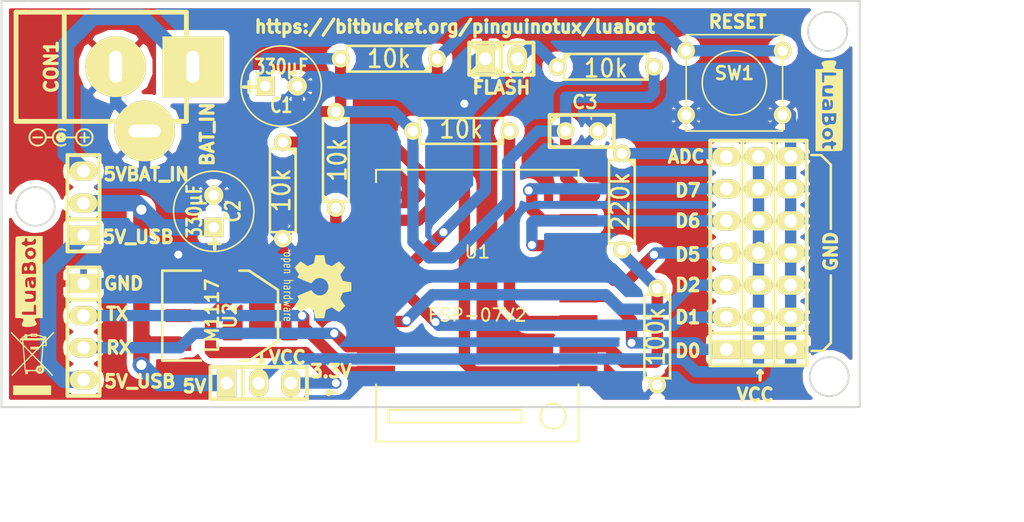
<source format=kicad_pcb>
(kicad_pcb (version 4) (host pcbnew 4.0.2+dfsg1-stable)

  (general
    (links 59)
    (no_connects 0)
    (area 18.0412 18.669 102.105382 61.436)
    (thickness 1.6)
    (drawings 38)
    (tracks 228)
    (zones 0)
    (modules 26)
    (nets 22)
  )

  (page A4 portrait)
  (title_block
    (title LuaBot)
    (date 2016-05-21)
    (rev 2)
    (company PinguinoTux)
  )

  (layers
    (0 F.Cu signal hide)
    (31 B.Cu signal hide)
    (32 B.Adhes user)
    (33 F.Adhes user)
    (34 B.Paste user)
    (35 F.Paste user)
    (36 B.SilkS user)
    (37 F.SilkS user)
    (38 B.Mask user)
    (39 F.Mask user)
    (40 Dwgs.User user)
    (41 Cmts.User user)
    (42 Eco1.User user)
    (43 Eco2.User user)
    (44 Edge.Cuts user)
  )

  (setup
    (last_trace_width 0.7)
    (trace_clearance 0.254)
    (zone_clearance 0.508)
    (zone_45_only no)
    (trace_min 0.254)
    (segment_width 0.2)
    (edge_width 0.15)
    (via_size 0.889)
    (via_drill 0.635)
    (via_min_size 0.889)
    (via_min_drill 0.508)
    (uvia_size 0.508)
    (uvia_drill 0.127)
    (uvias_allowed no)
    (uvia_min_size 0.508)
    (uvia_min_drill 0.127)
    (pcb_text_width 0.3)
    (pcb_text_size 1 1)
    (mod_edge_width 0.15)
    (mod_text_size 1 1)
    (mod_text_width 0.15)
    (pad_size 1 1)
    (pad_drill 0.6)
    (pad_to_mask_clearance 0)
    (aux_axis_origin 0 0)
    (visible_elements 7FFFFFFF)
    (pcbplotparams
      (layerselection 0x007ff_80000001)
      (usegerberextensions false)
      (excludeedgelayer true)
      (linewidth 0.150000)
      (plotframeref false)
      (viasonmask false)
      (mode 1)
      (useauxorigin false)
      (hpglpennumber 1)
      (hpglpenspeed 20)
      (hpglpendiameter 15)
      (hpglpenoverlay 2)
      (psnegative false)
      (psa4output false)
      (plotreference true)
      (plotvalue true)
      (plotinvisibletext false)
      (padsonsilk false)
      (subtractmaskfromsilk false)
      (outputformat 4)
      (mirror false)
      (drillshape 1)
      (scaleselection 1)
      (outputdirectory capas/))
  )

  (net 0 "")
  (net 1 +3.3V)
  (net 2 +5V)
  (net 3 +5V_CARGADOR)
  (net 4 +5V_USB)
  (net 5 ADC)
  (net 6 ADC_EX)
  (net 7 CH_PD)
  (net 8 D0)
  (net 9 D1)
  (net 10 D2)
  (net 11 D5)
  (net 12 D6)
  (net 13 D7)
  (net 14 FLASH)
  (net 15 GND)
  (net 16 N-0000021)
  (net 17 O02)
  (net 18 O15)
  (net 19 RX)
  (net 20 Reset)
  (net 21 TX)

  (net_class Default "This is the default net class."
    (clearance 0.254)
    (trace_width 0.7)
    (via_dia 0.889)
    (via_drill 0.635)
    (uvia_dia 0.508)
    (uvia_drill 0.127)
  )

  (net_class 5v ""
    (clearance 0.254)
    (trace_width 1.3)
    (via_dia 0.889)
    (via_drill 0.8)
    (uvia_dia 0.508)
    (uvia_drill 0.127)
    (add_net +5V)
    (add_net +5V_CARGADOR)
    (add_net +5V_USB)
  )

  (net_class GPIO ""
    (clearance 0.254)
    (trace_width 0.9)
    (via_dia 0.889)
    (via_drill 0.635)
    (uvia_dia 0.508)
    (uvia_drill 0.127)
    (add_net +3.3V)
    (add_net ADC)
    (add_net ADC_EX)
    (add_net CH_PD)
    (add_net D0)
    (add_net D1)
    (add_net D2)
    (add_net D5)
    (add_net D6)
    (add_net D7)
    (add_net FLASH)
    (add_net GND)
    (add_net N-0000021)
    (add_net O02)
    (add_net O15)
    (add_net RX)
    (add_net Reset)
    (add_net TX)
  )

  (module ESP-07v2 (layer F.Cu) (tedit 5508BC65) (tstamp 56B3F09B)
    (at 56.515 41.275 180)
    (path /56AB8C6B)
    (fp_text reference U1 (at 0 2.5 180) (layer F.SilkS)
      (effects (font (size 1 1) (thickness 0.15)))
    )
    (fp_text value ESP-07V2 (at 0 -2.5 180) (layer F.SilkS)
      (effects (font (size 1 1) (thickness 0.15)))
    )
    (fp_line (start -3.5 -11) (end 7 -11) (layer F.SilkS) (width 0.15))
    (fp_line (start 7 -11) (end 7 -10) (layer F.SilkS) (width 0.15))
    (fp_line (start 7 -10) (end -3.5 -10) (layer F.SilkS) (width 0.15))
    (fp_line (start -3.5 -10) (end -3.5 -11) (layer F.SilkS) (width 0.15))
    (fp_line (start -3.5 -11) (end -3 -11) (layer F.SilkS) (width 0.15))
    (fp_line (start -3 -11) (end -3.5 -11) (layer F.SilkS) (width 0.15))
    (fp_line (start -3.5 -11) (end -3 -11) (layer F.SilkS) (width 0.15))
    (fp_circle (center -6 -10.5) (end -6 -9.5) (layer F.SilkS) (width 0.15))
    (fp_line (start -8 -8) (end -8 -12.5) (layer F.SilkS) (width 0.15))
    (fp_line (start -8 -12.5) (end 8 -12.5) (layer F.SilkS) (width 0.15))
    (fp_line (start 8 -12.5) (end 8 -8) (layer F.SilkS) (width 0.15))
    (fp_line (start -8 8) (end -8 9) (layer F.SilkS) (width 0.15))
    (fp_line (start -8 9) (end 8 9) (layer F.SilkS) (width 0.15))
    (fp_line (start 8 9) (end 8 8) (layer F.SilkS) (width 0.15))
    (pad 1 smd rect (at -8 -7 180) (size 3 1) (layers F.Cu F.Paste F.Mask)
      (net 20 Reset))
    (pad 2 smd rect (at -8 -5 180) (size 3 1) (layers F.Cu F.Paste F.Mask)
      (net 5 ADC))
    (pad 3 smd rect (at -8 -3 180) (size 3 1) (layers F.Cu F.Paste F.Mask)
      (net 7 CH_PD))
    (pad 4 smd rect (at -8 -1 180) (size 3 1) (layers F.Cu F.Paste F.Mask)
      (net 8 D0))
    (pad 5 smd rect (at -8 1 180) (size 3 1) (layers F.Cu F.Paste F.Mask)
      (net 11 D5))
    (pad 6 smd rect (at -8 3 180) (size 3 1) (layers F.Cu F.Paste F.Mask)
      (net 12 D6))
    (pad 7 smd rect (at -8 5 180) (size 3 1) (layers F.Cu F.Paste F.Mask)
      (net 13 D7))
    (pad 8 smd rect (at -8 7 180) (size 3 1) (layers F.Cu F.Paste F.Mask)
      (net 1 +3.3V))
    (pad 9 smd rect (at 8 7 180) (size 3 1) (layers F.Cu F.Paste F.Mask)
      (net 15 GND))
    (pad 10 smd rect (at 8 5 180) (size 3 1) (layers F.Cu F.Paste F.Mask)
      (net 18 O15))
    (pad 11 smd rect (at 8 3 180) (size 3 1) (layers F.Cu F.Paste F.Mask)
      (net 17 O02))
    (pad 12 smd rect (at 8 1 180) (size 3 1) (layers F.Cu F.Paste F.Mask)
      (net 14 FLASH))
    (pad 13 smd rect (at 8 -1 180) (size 3 1) (layers F.Cu F.Paste F.Mask)
      (net 9 D1))
    (pad 14 smd rect (at 8 -3 180) (size 3 1) (layers F.Cu F.Paste F.Mask)
      (net 10 D2))
    (pad 15 smd rect (at 8 -5 180) (size 3 1) (layers F.Cu F.Paste F.Mask)
      (net 19 RX))
    (pad 16 smd rect (at 8 -7 180) (size 3 1) (layers F.Cu F.Paste F.Mask)
      (net 21 TX))
  )

  (module SW_PUSH_SMALL (layer F.Cu) (tedit 56B4B1B0) (tstamp 56B386CC)
    (at 76.835 25.4)
    (path /56AB9B49)
    (fp_text reference SW1 (at 0 -0.762) (layer F.SilkS)
      (effects (font (size 1.016 1.016) (thickness 0.2032)))
    )
    (fp_text value RESET (at 0.254 -4.826) (layer F.SilkS) hide
      (effects (font (size 1.016 1.016) (thickness 0.2032)))
    )
    (fp_circle (center 0 0) (end 0 -2.54) (layer F.SilkS) (width 0.127))
    (fp_line (start -3.81 -3.81) (end 3.81 -3.81) (layer F.SilkS) (width 0.127))
    (fp_line (start 3.81 -3.81) (end 3.81 3.81) (layer F.SilkS) (width 0.127))
    (fp_line (start 3.81 3.81) (end -3.81 3.81) (layer F.SilkS) (width 0.127))
    (fp_line (start -3.81 -3.81) (end -3.81 3.81) (layer F.SilkS) (width 0.127))
    (pad 1 thru_hole circle (at 3.81 -2.54) (size 1.397 1.397) (drill 0.8128) (layers *.Cu *.Mask F.SilkS)
      (net 20 Reset))
    (pad 2 thru_hole circle (at 3.81 2.54) (size 1.397 1.397) (drill 0.8128) (layers *.Cu *.Mask F.SilkS)
      (net 15 GND))
    (pad 1 thru_hole circle (at -3.81 -2.54) (size 1.397 1.397) (drill 0.8128) (layers *.Cu *.Mask F.SilkS)
      (net 20 Reset))
    (pad 2 thru_hole circle (at -3.81 2.54) (size 1.397 1.397) (drill 0.8128) (layers *.Cu *.Mask F.SilkS)
      (net 15 GND))
  )

  (module SOT223 (layer F.Cu) (tedit 56B3C687) (tstamp 56B4676E)
    (at 36.195 43.815 270)
    (descr "module CMS SOT223 4 pins")
    (tags "CMS SOT")
    (path /56B2701C)
    (attr smd)
    (fp_text reference U2 (at 0 -0.762 270) (layer F.SilkS)
      (effects (font (size 1.016 1.016) (thickness 0.2032)))
    )
    (fp_text value LM1117 (at 0 0.635 270) (layer F.SilkS)
      (effects (font (size 1.016 1.016) (thickness 0.2032)))
    )
    (fp_line (start -3.556 1.524) (end -3.556 4.572) (layer F.SilkS) (width 0.2032))
    (fp_line (start -3.556 4.572) (end 3.556 4.572) (layer F.SilkS) (width 0.2032))
    (fp_line (start 3.556 4.572) (end 3.556 1.524) (layer F.SilkS) (width 0.2032))
    (fp_line (start -3.556 -1.524) (end -3.556 -2.286) (layer F.SilkS) (width 0.2032))
    (fp_line (start -3.556 -2.286) (end -2.032 -4.572) (layer F.SilkS) (width 0.2032))
    (fp_line (start -2.032 -4.572) (end 2.032 -4.572) (layer F.SilkS) (width 0.2032))
    (fp_line (start 2.032 -4.572) (end 3.556 -2.286) (layer F.SilkS) (width 0.2032))
    (fp_line (start 3.556 -2.286) (end 3.556 -1.524) (layer F.SilkS) (width 0.2032))
    (pad 4 smd rect (at 0 -3.302 270) (size 3.6576 2.032) (layers F.Cu F.Paste F.Mask)
      (net 15 GND))
    (pad 2 smd rect (at 0 3.302 270) (size 1.016 2.032) (layers F.Cu F.Paste F.Mask)
      (net 1 +3.3V))
    (pad 3 smd rect (at 2.286 3.302 270) (size 1.016 2.032) (layers F.Cu F.Paste F.Mask)
      (net 2 +5V))
    (pad 1 smd rect (at -2.286 3.302 270) (size 1.016 2.032) (layers F.Cu F.Paste F.Mask)
      (net 15 GND))
    (model smd/SOT223.wrl
      (at (xyz 0 0 0))
      (scale (xyz 0.4 0.4 0.4))
      (rotate (xyz 0 0 0))
    )
  )

  (module R3 (layer F.Cu) (tedit 572F4B84) (tstamp 56B3D840)
    (at 70.739 45.466 270)
    (descr "Resitance 3 pas")
    (tags R)
    (path /56B16DB9)
    (autoplace_cost180 10)
    (fp_text reference R6 (at 0 1.778 270) (layer F.SilkS) hide
      (effects (font (size 1.397 1.27) (thickness 0.2032)))
    )
    (fp_text value 100k (at 0 0.127 270) (layer F.SilkS)
      (effects (font (size 1.397 1.27) (thickness 0.2032)))
    )
    (fp_line (start -3.81 0) (end -3.302 0) (layer F.SilkS) (width 0.2032))
    (fp_line (start 3.81 0) (end 3.302 0) (layer F.SilkS) (width 0.2032))
    (fp_line (start 3.302 0) (end 3.302 -1.016) (layer F.SilkS) (width 0.2032))
    (fp_line (start 3.302 -1.016) (end -3.302 -1.016) (layer F.SilkS) (width 0.2032))
    (fp_line (start -3.302 -1.016) (end -3.302 1.016) (layer F.SilkS) (width 0.2032))
    (fp_line (start -3.302 1.016) (end 3.302 1.016) (layer F.SilkS) (width 0.2032))
    (fp_line (start 3.302 1.016) (end 3.302 0) (layer F.SilkS) (width 0.2032))
    (fp_line (start -3.302 -0.508) (end -2.794 -1.016) (layer F.SilkS) (width 0.2032))
    (pad 1 thru_hole circle (at -3.81 0 270) (size 1.397 1.397) (drill 0.8128) (layers *.Cu *.Mask F.SilkS)
      (net 5 ADC))
    (pad 2 thru_hole circle (at 3.81 0 270) (size 1.397 1.397) (drill 0.8128) (layers *.Cu *.Mask F.SilkS)
      (net 15 GND))
    (model discret/resistor.wrl
      (at (xyz 0 0 0))
      (scale (xyz 0.3 0.3 0.3))
      (rotate (xyz 0 0 0))
    )
  )

  (module R3 (layer F.Cu) (tedit 572F4BAB) (tstamp 56B39D00)
    (at 67.945 34.798 270)
    (descr "Resitance 3 pas")
    (tags R)
    (path /56B16DA8)
    (autoplace_cost180 10)
    (fp_text reference R7 (at -1.778 -2.032 270) (layer F.SilkS) hide
      (effects (font (size 1.397 1.27) (thickness 0.2032)))
    )
    (fp_text value 220k (at 0 0.127 270) (layer F.SilkS)
      (effects (font (size 1.397 1.27) (thickness 0.2032)))
    )
    (fp_line (start -3.81 0) (end -3.302 0) (layer F.SilkS) (width 0.2032))
    (fp_line (start 3.81 0) (end 3.302 0) (layer F.SilkS) (width 0.2032))
    (fp_line (start 3.302 0) (end 3.302 -1.016) (layer F.SilkS) (width 0.2032))
    (fp_line (start 3.302 -1.016) (end -3.302 -1.016) (layer F.SilkS) (width 0.2032))
    (fp_line (start -3.302 -1.016) (end -3.302 1.016) (layer F.SilkS) (width 0.2032))
    (fp_line (start -3.302 1.016) (end 3.302 1.016) (layer F.SilkS) (width 0.2032))
    (fp_line (start 3.302 1.016) (end 3.302 0) (layer F.SilkS) (width 0.2032))
    (fp_line (start -3.302 -0.508) (end -2.794 -1.016) (layer F.SilkS) (width 0.2032))
    (pad 1 thru_hole circle (at -3.81 0 270) (size 1.397 1.397) (drill 0.8128) (layers *.Cu *.Mask F.SilkS)
      (net 6 ADC_EX))
    (pad 2 thru_hole circle (at 3.81 0 270) (size 1.397 1.397) (drill 0.8128) (layers *.Cu *.Mask F.SilkS)
      (net 5 ADC))
    (model discret/resistor.wrl
      (at (xyz 0 0 0))
      (scale (xyz 0.3 0.3 0.3))
      (rotate (xyz 0 0 0))
    )
  )

  (module R3 (layer F.Cu) (tedit 572F4B3D) (tstamp 56B38706)
    (at 45.339 31.496 90)
    (descr "Resitance 3 pas")
    (tags R)
    (path /56AB9C68)
    (autoplace_cost180 10)
    (fp_text reference R5 (at 0 -1.905 90) (layer F.SilkS) hide
      (effects (font (size 1.397 1.27) (thickness 0.2032)))
    )
    (fp_text value 10k (at 0 0.127 90) (layer F.SilkS)
      (effects (font (size 1.397 1.27) (thickness 0.2032)))
    )
    (fp_line (start -3.81 0) (end -3.302 0) (layer F.SilkS) (width 0.2032))
    (fp_line (start 3.81 0) (end 3.302 0) (layer F.SilkS) (width 0.2032))
    (fp_line (start 3.302 0) (end 3.302 -1.016) (layer F.SilkS) (width 0.2032))
    (fp_line (start 3.302 -1.016) (end -3.302 -1.016) (layer F.SilkS) (width 0.2032))
    (fp_line (start -3.302 -1.016) (end -3.302 1.016) (layer F.SilkS) (width 0.2032))
    (fp_line (start -3.302 1.016) (end 3.302 1.016) (layer F.SilkS) (width 0.2032))
    (fp_line (start 3.302 1.016) (end 3.302 0) (layer F.SilkS) (width 0.2032))
    (fp_line (start -3.302 -0.508) (end -2.794 -1.016) (layer F.SilkS) (width 0.2032))
    (pad 1 thru_hole circle (at -3.81 0 90) (size 1.397 1.397) (drill 0.8128) (layers *.Cu *.Mask F.SilkS)
      (net 17 O02))
    (pad 2 thru_hole circle (at 3.81 0 90) (size 1.397 1.397) (drill 0.8128) (layers *.Cu *.Mask F.SilkS)
      (net 1 +3.3V))
    (model discret/resistor.wrl
      (at (xyz 0 0 0))
      (scale (xyz 0.3 0.3 0.3))
      (rotate (xyz 0 0 0))
    )
  )

  (module R3 (layer F.Cu) (tedit 572F4B6C) (tstamp 56B38714)
    (at 66.675 24.13)
    (descr "Resitance 3 pas")
    (tags R)
    (path /56AB9871)
    (autoplace_cost180 10)
    (fp_text reference R1 (at -0.254 -2.159) (layer F.SilkS) hide
      (effects (font (size 1.397 1.27) (thickness 0.2032)))
    )
    (fp_text value 10k (at 0 0.127) (layer F.SilkS)
      (effects (font (size 1.397 1.27) (thickness 0.2032)))
    )
    (fp_line (start -3.81 0) (end -3.302 0) (layer F.SilkS) (width 0.2032))
    (fp_line (start 3.81 0) (end 3.302 0) (layer F.SilkS) (width 0.2032))
    (fp_line (start 3.302 0) (end 3.302 -1.016) (layer F.SilkS) (width 0.2032))
    (fp_line (start 3.302 -1.016) (end -3.302 -1.016) (layer F.SilkS) (width 0.2032))
    (fp_line (start -3.302 -1.016) (end -3.302 1.016) (layer F.SilkS) (width 0.2032))
    (fp_line (start -3.302 1.016) (end 3.302 1.016) (layer F.SilkS) (width 0.2032))
    (fp_line (start 3.302 1.016) (end 3.302 0) (layer F.SilkS) (width 0.2032))
    (fp_line (start -3.302 -0.508) (end -2.794 -1.016) (layer F.SilkS) (width 0.2032))
    (pad 1 thru_hole circle (at -3.81 0) (size 1.397 1.397) (drill 0.8128) (layers *.Cu *.Mask F.SilkS)
      (net 14 FLASH))
    (pad 2 thru_hole circle (at 3.81 0) (size 1.397 1.397) (drill 0.8128) (layers *.Cu *.Mask F.SilkS)
      (net 1 +3.3V))
    (model discret/resistor.wrl
      (at (xyz 0 0 0))
      (scale (xyz 0.3 0.3 0.3))
      (rotate (xyz 0 0 0))
    )
  )

  (module R3 (layer F.Cu) (tedit 572F4B2F) (tstamp 56B38722)
    (at 55.245 29.21 180)
    (descr "Resitance 3 pas")
    (tags R)
    (path /56AB99C7)
    (autoplace_cost180 10)
    (fp_text reference R2 (at 0.254 1.905 180) (layer F.SilkS) hide
      (effects (font (size 1.397 1.27) (thickness 0.2032)))
    )
    (fp_text value 10k (at 0 0.127 180) (layer F.SilkS)
      (effects (font (size 1.397 1.27) (thickness 0.2032)))
    )
    (fp_line (start -3.81 0) (end -3.302 0) (layer F.SilkS) (width 0.2032))
    (fp_line (start 3.81 0) (end 3.302 0) (layer F.SilkS) (width 0.2032))
    (fp_line (start 3.302 0) (end 3.302 -1.016) (layer F.SilkS) (width 0.2032))
    (fp_line (start 3.302 -1.016) (end -3.302 -1.016) (layer F.SilkS) (width 0.2032))
    (fp_line (start -3.302 -1.016) (end -3.302 1.016) (layer F.SilkS) (width 0.2032))
    (fp_line (start -3.302 1.016) (end 3.302 1.016) (layer F.SilkS) (width 0.2032))
    (fp_line (start 3.302 1.016) (end 3.302 0) (layer F.SilkS) (width 0.2032))
    (fp_line (start -3.302 -0.508) (end -2.794 -1.016) (layer F.SilkS) (width 0.2032))
    (pad 1 thru_hole circle (at -3.81 0 180) (size 1.397 1.397) (drill 0.8128) (layers *.Cu *.Mask F.SilkS)
      (net 7 CH_PD))
    (pad 2 thru_hole circle (at 3.81 0 180) (size 1.397 1.397) (drill 0.8128) (layers *.Cu *.Mask F.SilkS)
      (net 1 +3.3V))
    (model discret/resistor.wrl
      (at (xyz 0 0 0))
      (scale (xyz 0.3 0.3 0.3))
      (rotate (xyz 0 0 0))
    )
  )

  (module R3 (layer F.Cu) (tedit 572F4B45) (tstamp 56B39ED8)
    (at 41.148 33.909 270)
    (descr "Resitance 3 pas")
    (tags R)
    (path /56AB9A5D)
    (autoplace_cost180 10)
    (fp_text reference R3 (at -1.524 2.032 270) (layer F.SilkS) hide
      (effects (font (size 1.397 1.27) (thickness 0.2032)))
    )
    (fp_text value 10k (at 0 0.127 270) (layer F.SilkS)
      (effects (font (size 1.397 1.27) (thickness 0.2032)))
    )
    (fp_line (start -3.81 0) (end -3.302 0) (layer F.SilkS) (width 0.2032))
    (fp_line (start 3.81 0) (end 3.302 0) (layer F.SilkS) (width 0.2032))
    (fp_line (start 3.302 0) (end 3.302 -1.016) (layer F.SilkS) (width 0.2032))
    (fp_line (start 3.302 -1.016) (end -3.302 -1.016) (layer F.SilkS) (width 0.2032))
    (fp_line (start -3.302 -1.016) (end -3.302 1.016) (layer F.SilkS) (width 0.2032))
    (fp_line (start -3.302 1.016) (end 3.302 1.016) (layer F.SilkS) (width 0.2032))
    (fp_line (start 3.302 1.016) (end 3.302 0) (layer F.SilkS) (width 0.2032))
    (fp_line (start -3.302 -0.508) (end -2.794 -1.016) (layer F.SilkS) (width 0.2032))
    (pad 1 thru_hole circle (at -3.81 0 270) (size 1.397 1.397) (drill 0.8128) (layers *.Cu *.Mask F.SilkS)
      (net 18 O15))
    (pad 2 thru_hole circle (at 3.81 0 270) (size 1.397 1.397) (drill 0.8128) (layers *.Cu *.Mask F.SilkS)
      (net 15 GND))
    (model discret/resistor.wrl
      (at (xyz 0 0 0))
      (scale (xyz 0.3 0.3 0.3))
      (rotate (xyz 0 0 0))
    )
  )

  (module R3 (layer F.Cu) (tedit 572F4D0C) (tstamp 56B3873E)
    (at 49.53 23.495 180)
    (descr "Resitance 3 pas")
    (tags R)
    (path /56AB9B0C)
    (autoplace_cost180 10)
    (fp_text reference R4 (at 0.254 -2.159 180) (layer F.SilkS) hide
      (effects (font (size 1.397 1.27) (thickness 0.2032)))
    )
    (fp_text value 10k (at 0 0 180) (layer F.SilkS)
      (effects (font (size 1.397 1.27) (thickness 0.2032)))
    )
    (fp_line (start -3.81 0) (end -3.302 0) (layer F.SilkS) (width 0.2032))
    (fp_line (start 3.81 0) (end 3.302 0) (layer F.SilkS) (width 0.2032))
    (fp_line (start 3.302 0) (end 3.302 -1.016) (layer F.SilkS) (width 0.2032))
    (fp_line (start 3.302 -1.016) (end -3.302 -1.016) (layer F.SilkS) (width 0.2032))
    (fp_line (start -3.302 -1.016) (end -3.302 1.016) (layer F.SilkS) (width 0.2032))
    (fp_line (start -3.302 1.016) (end 3.302 1.016) (layer F.SilkS) (width 0.2032))
    (fp_line (start 3.302 1.016) (end 3.302 0) (layer F.SilkS) (width 0.2032))
    (fp_line (start -3.302 -0.508) (end -2.794 -1.016) (layer F.SilkS) (width 0.2032))
    (pad 1 thru_hole circle (at -3.81 0 180) (size 1.397 1.397) (drill 0.8128) (layers *.Cu *.Mask F.SilkS)
      (net 20 Reset))
    (pad 2 thru_hole circle (at 3.81 0 180) (size 1.397 1.397) (drill 0.8128) (layers *.Cu *.Mask F.SilkS)
      (net 1 +3.3V))
    (model discret/resistor.wrl
      (at (xyz 0 0 0))
      (scale (xyz 0.3 0.3 0.3))
      (rotate (xyz 0 0 0))
    )
  )

  (module JACK_ALIM (layer F.Cu) (tedit 572F4A74) (tstamp 56B3874C)
    (at 27.94 24.13)
    (descr "module 1 pin (ou trou mecanique de percage)")
    (tags "CONN JACK")
    (path /56AB9338)
    (fp_text reference CON1 (at -5.08 0 90) (layer F.SilkS)
      (effects (font (size 1.016 1.016) (thickness 0.254)))
    )
    (fp_text value BAT_IN (at 7.239 5.334 90) (layer F.SilkS)
      (effects (font (size 1.016 1.016) (thickness 0.254)))
    )
    (fp_line (start -7.112 -4.318) (end -7.874 -4.318) (layer F.SilkS) (width 0.381))
    (fp_line (start -7.874 -4.318) (end -7.874 4.318) (layer F.SilkS) (width 0.381))
    (fp_line (start -7.874 4.318) (end -7.112 4.318) (layer F.SilkS) (width 0.381))
    (fp_line (start -4.064 -4.318) (end -4.064 4.318) (layer F.SilkS) (width 0.381))
    (fp_line (start 5.588 -4.318) (end 5.588 4.318) (layer F.SilkS) (width 0.381))
    (fp_line (start -7.112 4.318) (end 5.588 4.318) (layer F.SilkS) (width 0.381))
    (fp_line (start -7.112 -4.318) (end 5.588 -4.318) (layer F.SilkS) (width 0.381))
    (pad 2 thru_hole circle (at 0 0) (size 4.8006 4.8006) (drill oval 1.016 2.54) (layers *.Cu *.Mask F.SilkS)
      (net 15 GND))
    (pad 1 thru_hole rect (at 6.096 0) (size 4.8006 4.8006) (drill oval 1.016 2.54) (layers *.Cu *.Mask F.SilkS)
      (net 3 +5V_CARGADOR))
    (pad 3 thru_hole circle (at 2.286 5.08) (size 4.8006 4.8006) (drill oval 2.54 1.016) (layers *.Cu *.Mask F.SilkS)
      (net 15 GND))
    (model connectors/POWER_21.wrl
      (at (xyz 0 0 0))
      (scale (xyz 0.8 0.8 0.8))
      (rotate (xyz 0 0 0))
    )
  )

  (module C1V7 (layer F.Cu) (tedit 200000) (tstamp 56B38754)
    (at 41.021 25.654)
    (path /56AB9822)
    (fp_text reference C1 (at 0 1.524) (layer F.SilkS)
      (effects (font (size 1.143 0.889) (thickness 0.2032)))
    )
    (fp_text value 330µF (at 0 -1.524) (layer F.SilkS)
      (effects (font (size 1.143 0.889) (thickness 0.2032)))
    )
    (fp_text user + (at -2.54 0) (layer F.SilkS)
      (effects (font (size 1.143 1.143) (thickness 0.3048)))
    )
    (fp_circle (center 0 0) (end 3.175 0) (layer F.SilkS) (width 0.127))
    (pad 1 thru_hole rect (at -1.27 0) (size 1.524 1.524) (drill 0.8128) (layers *.Cu *.Mask F.SilkS)
      (net 1 +3.3V))
    (pad 2 thru_hole circle (at 1.27 0) (size 1.524 1.524) (drill 0.8128) (layers *.Cu *.Mask F.SilkS)
      (net 15 GND))
    (model discret/c_vert_c1v7.wrl
      (at (xyz 0 0 0))
      (scale (xyz 1 1 1))
      (rotate (xyz 0 0 0))
    )
  )

  (module C1V7 (layer F.Cu) (tedit 200000) (tstamp 56B3875C)
    (at 35.687 35.56 90)
    (path /56AB9744)
    (fp_text reference C2 (at 0 1.524 90) (layer F.SilkS)
      (effects (font (size 1.143 0.889) (thickness 0.2032)))
    )
    (fp_text value 330µF (at 0 -1.524 90) (layer F.SilkS)
      (effects (font (size 1.143 0.889) (thickness 0.2032)))
    )
    (fp_text user + (at -2.54 0 90) (layer F.SilkS)
      (effects (font (size 1.143 1.143) (thickness 0.3048)))
    )
    (fp_circle (center 0 0) (end 3.175 0) (layer F.SilkS) (width 0.127))
    (pad 1 thru_hole rect (at -1.27 0 90) (size 1.524 1.524) (drill 0.8128) (layers *.Cu *.Mask F.SilkS)
      (net 2 +5V))
    (pad 2 thru_hole circle (at 1.27 0 90) (size 1.524 1.524) (drill 0.8128) (layers *.Cu *.Mask F.SilkS)
      (net 15 GND))
    (model discret/c_vert_c1v7.wrl
      (at (xyz 0 0 0))
      (scale (xyz 1 1 1))
      (rotate (xyz 0 0 0))
    )
  )

  (module C1 (layer F.Cu) (tedit 572F4B73) (tstamp 56B38767)
    (at 64.77 29.21)
    (descr "Condensateur e = 1 pas")
    (tags C)
    (path /56AB951C)
    (fp_text reference C3 (at 0.254 -2.286) (layer F.SilkS)
      (effects (font (size 1.016 1.016) (thickness 0.2032)))
    )
    (fp_text value 100pF (at 4.064 -2.413) (layer F.SilkS) hide
      (effects (font (size 1.016 1.016) (thickness 0.2032)))
    )
    (fp_line (start -2.4892 -1.27) (end 2.54 -1.27) (layer F.SilkS) (width 0.3048))
    (fp_line (start 2.54 -1.27) (end 2.54 1.27) (layer F.SilkS) (width 0.3048))
    (fp_line (start 2.54 1.27) (end -2.54 1.27) (layer F.SilkS) (width 0.3048))
    (fp_line (start -2.54 1.27) (end -2.54 -1.27) (layer F.SilkS) (width 0.3048))
    (fp_line (start -2.54 -0.635) (end -1.905 -1.27) (layer F.SilkS) (width 0.3048))
    (pad 1 thru_hole circle (at -1.27 0) (size 1.397 1.397) (drill 0.8128) (layers *.Cu *.Mask F.SilkS)
      (net 1 +3.3V))
    (pad 2 thru_hole circle (at 1.27 0) (size 1.397 1.397) (drill 0.8128) (layers *.Cu *.Mask F.SilkS)
      (net 15 GND))
    (model discret/capa_1_pas.wrl
      (at (xyz 0 0 0))
      (scale (xyz 1 1 1))
      (rotate (xyz 0 0 0))
    )
  )

  (module pin_socket_7 (layer F.Cu) (tedit 572F4BB3) (tstamp 56B38777)
    (at 76.2 38.862 90)
    (descr "Pin socket 7pin")
    (tags "CONN DEV")
    (path /56B276B6)
    (fp_text reference ADC (at 9.017 -5.715 180) (layer F.SilkS) hide
      (effects (font (size 1.1 1.1) (thickness 0.2)))
    )
    (fp_text value salidas_GPIO (at 2.286 -4.953 90) (layer F.SilkS) hide
      (effects (font (size 1.016 0.889) (thickness 0.2032)))
    )
    (fp_line (start -6.35 -1.27) (end -6.35 1.27) (layer F.SilkS) (width 0.3048))
    (fp_line (start -8.89 1.27) (end 8.89 1.27) (layer F.SilkS) (width 0.3048))
    (fp_line (start 8.89 -1.27) (end -8.89 -1.27) (layer F.SilkS) (width 0.3048))
    (fp_line (start -8.89 1.27) (end -8.89 -1.27) (layer F.SilkS) (width 0.3048))
    (fp_line (start 8.89 -1.27) (end 8.89 1.27) (layer F.SilkS) (width 0.3048))
    (pad 1 thru_hole rect (at -7.62 0 90) (size 1.524 2.19964) (drill 1.00076) (layers *.Cu *.Mask F.SilkS)
      (net 8 D0))
    (pad 2 thru_hole oval (at -5.08 0 90) (size 1.524 2.19964) (drill 1.00076) (layers *.Cu *.Mask F.SilkS)
      (net 9 D1))
    (pad 3 thru_hole oval (at -2.54 0 90) (size 1.524 2.19964) (drill 1.00076) (layers *.Cu *.Mask F.SilkS)
      (net 10 D2))
    (pad 4 thru_hole oval (at 0 0 90) (size 1.524 2.19964) (drill 1.00076) (layers *.Cu *.Mask F.SilkS)
      (net 11 D5))
    (pad 5 thru_hole oval (at 2.54 0 90) (size 1.524 2.19964) (drill 1.00076) (layers *.Cu *.Mask F.SilkS)
      (net 12 D6))
    (pad 6 thru_hole oval (at 5.08 0 90) (size 1.524 2.19964) (drill 1.00076) (layers *.Cu *.Mask F.SilkS)
      (net 13 D7))
    (pad 7 thru_hole oval (at 7.62 0 90) (size 1.524 2.19964) (drill 1.00076) (layers *.Cu *.Mask F.SilkS)
      (net 6 ADC_EX))
    (model walter/pin_strip/pin_socket_7.wrl
      (at (xyz 0 0 0))
      (scale (xyz 1 1 1))
      (rotate (xyz 0 0 0))
    )
  )

  (module pin_socket_7 (layer F.Cu) (tedit 572F4BBD) (tstamp 56B38787)
    (at 81.28 38.862 90)
    (descr "Pin socket 7pin")
    (tags "CONN DEV")
    (path /56B38504)
    (fp_text reference P2 (at 0 -2.159 90) (layer F.SilkS)
      (effects (font (size 1.016 1.016) (thickness 0.2032)))
    )
    (fp_text value GND_GPIO (at 0.508 -0.127 90) (layer F.SilkS) hide
      (effects (font (size 1.016 0.889) (thickness 0.2032)))
    )
    (fp_line (start -6.35 -1.27) (end -6.35 1.27) (layer F.SilkS) (width 0.3048))
    (fp_line (start -8.89 1.27) (end 8.89 1.27) (layer F.SilkS) (width 0.3048))
    (fp_line (start 8.89 -1.27) (end -8.89 -1.27) (layer F.SilkS) (width 0.3048))
    (fp_line (start -8.89 1.27) (end -8.89 -1.27) (layer F.SilkS) (width 0.3048))
    (fp_line (start 8.89 -1.27) (end 8.89 1.27) (layer F.SilkS) (width 0.3048))
    (pad 1 thru_hole rect (at -7.62 0 90) (size 1.524 2.19964) (drill 1.00076) (layers *.Cu *.Mask F.SilkS)
      (net 15 GND))
    (pad 2 thru_hole oval (at -5.08 0 90) (size 1.524 2.19964) (drill 1.00076) (layers *.Cu *.Mask F.SilkS)
      (net 15 GND))
    (pad 3 thru_hole oval (at -2.54 0 90) (size 1.524 2.19964) (drill 1.00076) (layers *.Cu *.Mask F.SilkS)
      (net 15 GND))
    (pad 4 thru_hole oval (at 0 0 90) (size 1.524 2.19964) (drill 1.00076) (layers *.Cu *.Mask F.SilkS)
      (net 15 GND))
    (pad 5 thru_hole oval (at 2.54 0 90) (size 1.524 2.19964) (drill 1.00076) (layers *.Cu *.Mask F.SilkS)
      (net 15 GND))
    (pad 6 thru_hole oval (at 5.08 0 90) (size 1.524 2.19964) (drill 1.00076) (layers *.Cu *.Mask F.SilkS)
      (net 15 GND))
    (pad 7 thru_hole oval (at 7.62 0 90) (size 1.524 2.19964) (drill 1.00076) (layers *.Cu *.Mask F.SilkS)
      (net 15 GND))
    (model walter/pin_strip/pin_socket_7.wrl
      (at (xyz 0 0 0))
      (scale (xyz 1 1 1))
      (rotate (xyz 0 0 0))
    )
  )

  (module pin_socket_7 (layer F.Cu) (tedit 572F4BC1) (tstamp 56B38797)
    (at 78.74 38.862 90)
    (descr "Pin socket 7pin")
    (tags "CONN DEV")
    (path /56B38513)
    (fp_text reference P3 (at 0 -2.159 90) (layer F.SilkS)
      (effects (font (size 1.016 1.016) (thickness 0.2032)))
    )
    (fp_text value VCC_GPIO (at 0.635 -0.127 90) (layer F.SilkS) hide
      (effects (font (size 1.016 0.889) (thickness 0.2032)))
    )
    (fp_line (start -6.35 -1.27) (end -6.35 1.27) (layer F.SilkS) (width 0.3048))
    (fp_line (start -8.89 1.27) (end 8.89 1.27) (layer F.SilkS) (width 0.3048))
    (fp_line (start 8.89 -1.27) (end -8.89 -1.27) (layer F.SilkS) (width 0.3048))
    (fp_line (start -8.89 1.27) (end -8.89 -1.27) (layer F.SilkS) (width 0.3048))
    (fp_line (start 8.89 -1.27) (end 8.89 1.27) (layer F.SilkS) (width 0.3048))
    (pad 1 thru_hole rect (at -7.62 0 90) (size 1.524 2.19964) (drill 1.00076) (layers *.Cu *.Mask F.SilkS)
      (net 16 N-0000021))
    (pad 2 thru_hole oval (at -5.08 0 90) (size 1.524 2.19964) (drill 1.00076) (layers *.Cu *.Mask F.SilkS)
      (net 16 N-0000021))
    (pad 3 thru_hole oval (at -2.54 0 90) (size 1.524 2.19964) (drill 1.00076) (layers *.Cu *.Mask F.SilkS)
      (net 16 N-0000021))
    (pad 4 thru_hole oval (at 0 0 90) (size 1.524 2.19964) (drill 1.00076) (layers *.Cu *.Mask F.SilkS)
      (net 16 N-0000021))
    (pad 5 thru_hole oval (at 2.54 0 90) (size 1.524 2.19964) (drill 1.00076) (layers *.Cu *.Mask F.SilkS)
      (net 16 N-0000021))
    (pad 6 thru_hole oval (at 5.08 0 90) (size 1.524 2.19964) (drill 1.00076) (layers *.Cu *.Mask F.SilkS)
      (net 16 N-0000021))
    (pad 7 thru_hole oval (at 7.62 0 90) (size 1.524 2.19964) (drill 1.00076) (layers *.Cu *.Mask F.SilkS)
      (net 16 N-0000021))
    (model walter/pin_strip/pin_socket_7.wrl
      (at (xyz 0 0 0))
      (scale (xyz 1 1 1))
      (rotate (xyz 0 0 0))
    )
  )

  (module pin_socket_4 (layer F.Cu) (tedit 572F4B93) (tstamp 56B387A4)
    (at 25.4 45.085 270)
    (descr "Pin socket 4pin")
    (tags "CONN DEV")
    (path /56AB909B)
    (fp_text reference 5V_USB (at 5.207 -3.937 360) (layer F.SilkS) hide
      (effects (font (size 0.8 0.8) (thickness 0.15)))
    )
    (fp_text value uart (at 0.127 -4.445 270) (layer F.SilkS) hide
      (effects (font (size 1.016 0.889) (thickness 0.2032)))
    )
    (fp_line (start -2.54 -1.27) (end -2.54 1.27) (layer F.SilkS) (width 0.3048))
    (fp_line (start 5.08 1.27) (end -5.08 1.27) (layer F.SilkS) (width 0.3048))
    (fp_line (start -5.08 -1.27) (end 5.08 -1.27) (layer F.SilkS) (width 0.3048))
    (fp_line (start -5.08 1.27) (end -5.08 -1.27) (layer F.SilkS) (width 0.3048))
    (fp_line (start 5.08 -1.27) (end 5.08 1.27) (layer F.SilkS) (width 0.3048))
    (pad 1 thru_hole rect (at -3.81 0 270) (size 1.524 2.19964) (drill 1.00076) (layers *.Cu *.Mask F.SilkS)
      (net 15 GND))
    (pad 2 thru_hole oval (at -1.27 0 270) (size 1.524 2.19964) (drill 1.00076) (layers *.Cu *.Mask F.SilkS)
      (net 21 TX))
    (pad 3 thru_hole oval (at 1.27 0 270) (size 1.524 2.19964) (drill 1.00076) (layers *.Cu *.Mask F.SilkS)
      (net 19 RX))
    (pad 4 thru_hole oval (at 3.81 0 270) (size 1.524 2.19964) (drill 1.00076) (layers *.Cu *.Mask F.SilkS)
      (net 4 +5V_USB))
    (model walter/pin_strip/pin_socket_4.wrl
      (at (xyz 0 0 0))
      (scale (xyz 1 1 1))
      (rotate (xyz 0 0 0))
    )
  )

  (module pin_socket_3 (layer F.Cu) (tedit 572F4B4D) (tstamp 56B387B0)
    (at 25.4 34.925 90)
    (descr "Pin socket 3pin")
    (tags "CONN DEV")
    (path /56AB9261)
    (fp_text reference 5V_USB (at -4.064 3.937 180) (layer F.SilkS) hide
      (effects (font (size 0.8 0.8) (thickness 0.15)))
    )
    (fp_text value jump_power_source (at -0.635 -2.54 90) (layer F.SilkS) hide
      (effects (font (size 1.016 0.889) (thickness 0.2032)))
    )
    (fp_line (start -1.27 1.27) (end -1.27 -1.27) (layer F.SilkS) (width 0.3048))
    (fp_line (start -3.81 -1.27) (end 3.81 -1.27) (layer F.SilkS) (width 0.3048))
    (fp_line (start 3.81 -1.27) (end 3.81 1.27) (layer F.SilkS) (width 0.3048))
    (fp_line (start 3.81 1.27) (end -3.81 1.27) (layer F.SilkS) (width 0.3048))
    (fp_line (start -3.81 1.27) (end -3.81 -1.27) (layer F.SilkS) (width 0.3048))
    (pad 1 thru_hole rect (at -2.54 0 90) (size 1.524 2.19964) (drill 1.00076) (layers *.Cu *.Mask F.SilkS)
      (net 4 +5V_USB))
    (pad 2 thru_hole oval (at 0 0 90) (size 1.524 2.19964) (drill 1.00076) (layers *.Cu *.Mask F.SilkS)
      (net 2 +5V))
    (pad 3 thru_hole oval (at 2.54 0 90) (size 1.524 2.19964) (drill 1.00076) (layers *.Cu *.Mask F.SilkS)
      (net 3 +5V_CARGADOR))
    (model walter/pin_strip/pin_socket_3.wrl
      (at (xyz 0 0 0))
      (scale (xyz 1 1 1))
      (rotate (xyz 0 0 0))
    )
  )

  (module pin_socket_3 (layer F.Cu) (tedit 572F5E0E) (tstamp 56B387BC)
    (at 39.243 49.149)
    (descr "Pin socket 3pin")
    (tags "CONN DEV")
    (path /56AB9EB4)
    (fp_text reference 3.3V (at 5.842 0.635) (layer F.SilkS) hide
      (effects (font (size 1 1) (thickness 0.15) italic))
    )
    (fp_text value "jump 3.3v or 5v" (at -2.159 -10.033) (layer F.SilkS) hide
      (effects (font (size 1.016 0.889) (thickness 0.2032)))
    )
    (fp_line (start -1.27 1.27) (end -1.27 -1.27) (layer F.SilkS) (width 0.3048))
    (fp_line (start -3.81 -1.27) (end 3.81 -1.27) (layer F.SilkS) (width 0.3048))
    (fp_line (start 3.81 -1.27) (end 3.81 1.27) (layer F.SilkS) (width 0.3048))
    (fp_line (start 3.81 1.27) (end -3.81 1.27) (layer F.SilkS) (width 0.3048))
    (fp_line (start -3.81 1.27) (end -3.81 -1.27) (layer F.SilkS) (width 0.3048))
    (pad 1 thru_hole rect (at -2.54 0) (size 1.524 2.19964) (drill 1.00076) (layers *.Cu *.Mask F.SilkS)
      (net 2 +5V))
    (pad 2 thru_hole oval (at 0 0) (size 1.524 2.19964) (drill 1.00076) (layers *.Cu *.Mask F.SilkS)
      (net 16 N-0000021))
    (pad 3 thru_hole oval (at 2.54 0) (size 1.524 2.19964) (drill 1.00076) (layers *.Cu *.Mask F.SilkS)
      (net 1 +3.3V))
    (model walter/pin_strip/pin_socket_3.wrl
      (at (xyz 0 0 0))
      (scale (xyz 1 1 1))
      (rotate (xyz 0 0 0))
    )
  )

  (module pin_socket_2 (layer F.Cu) (tedit 572F4210) (tstamp 56B387C9)
    (at 58.42 23.495)
    (descr "Pin socket 2pin")
    (tags "CONN DEV")
    (path /56AB9921)
    (fp_text reference FLASH (at 0.127 -2.159) (layer F.SilkS) hide
      (effects (font (size 1.016 1.016) (thickness 0.2032)))
    )
    (fp_text value JUMPER (at 0.254 -3.556) (layer F.SilkS) hide
      (effects (font (size 1.016 0.889) (thickness 0.2032)))
    )
    (fp_line (start 0 -1.27) (end 0 1.27) (layer F.SilkS) (width 0.3048))
    (fp_line (start 0 1.27) (end -2.54 -1.27) (layer F.SilkS) (width 0.3048))
    (fp_line (start -2.54 1.27) (end 0 -1.27) (layer F.SilkS) (width 0.3048))
    (fp_line (start 2.54 1.27) (end -2.54 1.27) (layer F.SilkS) (width 0.3048))
    (fp_line (start -2.54 -1.27) (end 2.54 -1.27) (layer F.SilkS) (width 0.3048))
    (fp_line (start -2.54 1.27) (end -2.54 -1.27) (layer F.SilkS) (width 0.3048))
    (fp_line (start 2.54 -1.27) (end 2.54 1.27) (layer F.SilkS) (width 0.3048))
    (pad 1 thru_hole rect (at -1.27 0) (size 1.524 2.19964) (drill 1.00076) (layers *.Cu *.Mask F.SilkS)
      (net 15 GND))
    (pad 2 thru_hole oval (at 1.27 0) (size 1.524 2.19964) (drill 1.00076) (layers *.Cu *.Mask F.SilkS)
      (net 14 FLASH))
    (model walter/pin_strip/pin_socket_2.wrl
      (at (xyz 0 0 0))
      (scale (xyz 1 1 1))
      (rotate (xyz 0 0 0))
    )
  )

  (module Logo_silk_polarity_center_5x1.4mm (layer F.Cu) (tedit 526ADA31) (tstamp 56B6BF9F)
    (at 23.622 29.718)
    (descr "Polarity logo, positive center, 5x1.4mm")
    (fp_text reference G*** (at -0.9 0.6) (layer F.SilkS) hide
      (effects (font (size 0.0889 0.0889) (thickness 0.01778)))
    )
    (fp_text value LOGO (at 1 0.6) (layer F.SilkS) hide
      (effects (font (size 0.0889 0.0889) (thickness 0.01778)))
    )
    (fp_line (start 1.85 0.35) (end 1.85 -0.35) (layer F.SilkS) (width 0.15))
    (fp_line (start 1.5 0) (end 2.2 0) (layer F.SilkS) (width 0.15))
    (fp_line (start -2.2 0) (end -1.5 0) (layer F.SilkS) (width 0.15))
    (fp_arc (start 0 0) (end 0.35 0.55) (angle 90) (layer F.SilkS) (width 0.15))
    (fp_arc (start 0 0) (end -0.55 -0.35) (angle 90) (layer F.SilkS) (width 0.15))
    (fp_circle (center 0 0) (end -0.2 0) (layer F.SilkS) (width 0.3))
    (fp_circle (center 0 0) (end -0.1 0) (layer F.SilkS) (width 0.3))
    (fp_line (start 1.2 0) (end 0.3 0) (layer F.SilkS) (width 0.15))
    (fp_circle (center 1.85 0) (end 2.5 0) (layer F.SilkS) (width 0.15))
    (fp_circle (center -1.85 0) (end -1.2 0) (layer F.SilkS) (width 0.15))
    (fp_line (start -0.65 0) (end -1.2 0) (layer F.SilkS) (width 0.15))
    (fp_arc (start 0 0) (end 0 0.65) (angle 90) (layer F.SilkS) (width 0.15))
    (fp_arc (start 0 0) (end -0.65 0) (angle 90) (layer F.SilkS) (width 0.15))
  )

  (module Logo_silk_WEEE_3.4x5mm (layer F.Cu) (tedit 5172EC80) (tstamp 56B6C5C0)
    (at 21.336 47.625)
    (descr "WEEE logo, 3.4x5mm")
    (fp_text reference G*** (at 0 0.1) (layer F.SilkS) hide
      (effects (font (size 0.09144 0.09144) (thickness 0.01778)))
    )
    (fp_text value LOGO (at 0 -0.1) (layer F.SilkS) hide
      (effects (font (size 0.09144 0.09144) (thickness 0.01778)))
    )
    (fp_poly (pts (xy 1.50368 2.47142) (xy 0 2.47142) (xy -1.50368 2.47142) (xy -1.50368 2.09296)
      (xy -1.50368 1.71704) (xy 0 1.71704) (xy 1.50368 1.71704) (xy 1.50368 2.09296)
      (xy 1.50368 2.47142) (xy 1.50368 2.47142)) (layer F.SilkS) (width 0.00254))
    (fp_poly (pts (xy 1.75768 -2.45618) (xy 1.75514 -2.4511) (xy 1.74498 -2.4384) (xy 1.7272 -2.42316)
      (xy 1.70688 -2.4003) (xy 1.68402 -2.3749) (xy 1.65608 -2.3495) (xy 1.64846 -2.33934)
      (xy 1.61798 -2.30886) (xy 1.58496 -2.27584) (xy 1.55448 -2.24282) (xy 1.524 -2.21234)
      (xy 1.50114 -2.18694) (xy 1.48082 -2.16916) (xy 1.46558 -2.15138) (xy 1.44272 -2.12852)
      (xy 1.41478 -2.09804) (xy 1.38176 -2.06756) (xy 1.34874 -2.032) (xy 1.31318 -1.99644)
      (xy 1.28016 -1.96088) (xy 1.23952 -1.92024) (xy 1.20396 -1.88468) (xy 1.17856 -1.85674)
      (xy 1.1557 -1.83388) (xy 1.13792 -1.8161) (xy 1.12522 -1.8034) (xy 1.11506 -1.79324)
      (xy 1.10998 -1.78562) (xy 1.10744 -1.78308) (xy 1.1049 -1.778) (xy 1.1049 -1.778)
      (xy 1.1049 -1.778) (xy 1.1049 -1.778) (xy 1.11252 -1.77546) (xy 1.12522 -1.77292)
      (xy 1.1303 -1.77292) (xy 1.15316 -1.77038) (xy 1.1557 -1.58496) (xy 1.1557 -1.39954)
      (xy 1.04648 -1.39954) (xy 1.04648 -1.4986) (xy 1.04648 -1.58496) (xy 1.04394 -1.67386)
      (xy 1.02108 -1.67386) (xy 1.01346 -1.6764) (xy 1.01346 -1.84404) (xy 1.01346 -1.84658)
      (xy 1.00838 -1.84912) (xy 0.99314 -1.85166) (xy 0.9779 -1.85166) (xy 0.96012 -1.85166)
      (xy 0.94488 -1.84912) (xy 0.9398 -1.84912) (xy 0.93726 -1.8415) (xy 0.93472 -1.8288)
      (xy 0.93218 -1.81102) (xy 0.93218 -1.79578) (xy 0.93218 -1.78054) (xy 0.93218 -1.778)
      (xy 0.93726 -1.77292) (xy 0.94742 -1.778) (xy 0.96266 -1.78816) (xy 0.98044 -1.8034)
      (xy 0.98552 -1.80848) (xy 0.99822 -1.82372) (xy 1.00838 -1.83642) (xy 1.01346 -1.84404)
      (xy 1.01346 -1.6764) (xy 0.99822 -1.6764) (xy 0.9398 -1.61544) (xy 0.88138 -1.55702)
      (xy 0.88138 -1.52654) (xy 0.88138 -1.4986) (xy 0.9652 -1.4986) (xy 1.04648 -1.4986)
      (xy 1.04648 -1.39954) (xy 1.0287 -1.39954) (xy 0.89916 -1.397) (xy 0.89662 -1.36398)
      (xy 0.89408 -1.3462) (xy 0.89154 -1.31826) (xy 0.889 -1.29032) (xy 0.88646 -1.25984)
      (xy 0.88646 -1.2573) (xy 0.88392 -1.22936) (xy 0.88138 -1.20142) (xy 0.88138 -1.17602)
      (xy 0.87884 -1.16078) (xy 0.87884 -1.15824) (xy 0.8763 -1.143) (xy 0.8763 -1.1176)
      (xy 0.87376 -1.08712) (xy 0.87122 -1.0541) (xy 0.86868 -1.02108) (xy 0.86614 -0.99314)
      (xy 0.8636 -0.96774) (xy 0.8636 -0.96774) (xy 0.86106 -0.94996) (xy 0.86106 -0.9271)
      (xy 0.85852 -0.89662) (xy 0.85598 -0.86614) (xy 0.85598 -0.85852) (xy 0.85344 -0.83058)
      (xy 0.8509 -0.80772) (xy 0.8509 -0.78994) (xy 0.84836 -0.78486) (xy 0.84836 -2.03962)
      (xy 0.84836 -2.04978) (xy 0.84074 -2.05994) (xy 0.82804 -2.07264) (xy 0.8255 -2.07518)
      (xy 0.80772 -2.08788) (xy 0.78994 -2.09804) (xy 0.77978 -2.10566) (xy 0.75946 -2.11328)
      (xy 0.74168 -2.1209) (xy 0.73914 -2.12344) (xy 0.69088 -2.14122) (xy 0.64008 -2.159)
      (xy 0.57912 -2.17424) (xy 0.51054 -2.18694) (xy 0.4699 -2.19456) (xy 0.44704 -2.19964)
      (xy 0.42672 -2.20218) (xy 0.41402 -2.20472) (xy 0.40894 -2.20472) (xy 0.40386 -2.20472)
      (xy 0.40132 -2.1971) (xy 0.39878 -2.18186) (xy 0.39878 -2.17678) (xy 0.39878 -2.14884)
      (xy 0.29972 -2.14884) (xy 0.29972 -2.27838) (xy 0.14224 -2.27838) (xy -0.01524 -2.27838)
      (xy -0.01524 -2.2606) (xy -0.01524 -2.24282) (xy 0.1397 -2.24282) (xy 0.29718 -2.24536)
      (xy 0.29972 -2.2606) (xy 0.29972 -2.27838) (xy 0.29972 -2.14884) (xy 0.13462 -2.14884)
      (xy -0.12446 -2.15138) (xy -0.12446 -2.1844) (xy -0.127 -2.21742) (xy -0.14732 -2.21742)
      (xy -0.16764 -2.21742) (xy -0.19304 -2.21488) (xy -0.21844 -2.21234) (xy -0.2413 -2.2098)
      (xy -0.25908 -2.2098) (xy -0.27178 -2.20726) (xy -0.27686 -2.20472) (xy -0.28448 -2.20218)
      (xy -0.29972 -2.19964) (xy -0.31242 -2.1971) (xy -0.33274 -2.19456) (xy -0.35306 -2.19202)
      (xy -0.36068 -2.19202) (xy -0.37846 -2.18948) (xy -0.37846 -2.10566) (xy -0.37846 -2.02438)
      (xy 0.23368 -2.02438) (xy 0.84836 -2.02692) (xy 0.84836 -2.03962) (xy 0.84836 -0.78486)
      (xy 0.84836 -0.77978) (xy 0.84836 -0.77724) (xy 0.84582 -0.77216) (xy 0.84582 -0.75692)
      (xy 0.84582 -0.73914) (xy 0.84328 -0.73152) (xy 0.84328 -0.70866) (xy 0.84328 -0.6985)
      (xy 0.84328 -1.83134) (xy 0.84074 -1.84404) (xy 0.8382 -1.84912) (xy 0.83312 -1.84912)
      (xy 0.81788 -1.84912) (xy 0.79248 -1.84912) (xy 0.75946 -1.84912) (xy 0.71882 -1.85166)
      (xy 0.67056 -1.85166) (xy 0.61722 -1.85166) (xy 0.5588 -1.85166) (xy 0.4953 -1.85166)
      (xy 0.42672 -1.85166) (xy 0.3556 -1.85166) (xy 0.28194 -1.85166) (xy 0.20828 -1.85166)
      (xy 0.12954 -1.85166) (xy 0.05334 -1.85166) (xy -0.02286 -1.85166) (xy -0.09906 -1.85166)
      (xy -0.17272 -1.85166) (xy -0.24638 -1.85166) (xy -0.31496 -1.85166) (xy -0.381 -1.85166)
      (xy -0.44196 -1.85166) (xy -0.48768 -1.85166) (xy -0.48768 -2.17424) (xy -0.48768 -2.19964)
      (xy -0.48768 -2.21742) (xy -0.49022 -2.22758) (xy -0.49276 -2.23012) (xy -0.4953 -2.23012)
      (xy -0.49784 -2.23012) (xy -0.50038 -2.2225) (xy -0.50292 -2.21234) (xy -0.50292 -2.19202)
      (xy -0.50292 -2.17424) (xy -0.50292 -2.15138) (xy -0.50038 -2.1336) (xy -0.50038 -2.1209)
      (xy -0.50038 -2.11582) (xy -0.4953 -2.11328) (xy -0.49022 -2.11836) (xy -0.48768 -2.1336)
      (xy -0.48768 -2.15646) (xy -0.48768 -2.17424) (xy -0.48768 -1.85166) (xy -0.50038 -1.85166)
      (xy -0.55118 -1.84912) (xy -0.59436 -1.84912) (xy -0.61214 -1.84912) (xy -0.61214 -2.02438)
      (xy -0.61214 -2.0701) (xy -0.61214 -2.09042) (xy -0.61214 -2.10566) (xy -0.61468 -2.11582)
      (xy -0.61468 -2.11836) (xy -0.62484 -2.11328) (xy -0.64008 -2.10566) (xy -0.6604 -2.0955)
      (xy -0.67818 -2.0828) (xy -0.69596 -2.0701) (xy -0.6985 -2.06502) (xy -0.71628 -2.04978)
      (xy -0.7239 -2.03708) (xy -0.7239 -2.02946) (xy -0.71628 -2.02692) (xy -0.70104 -2.02438)
      (xy -0.6731 -2.02438) (xy -0.66802 -2.02438) (xy -0.61214 -2.02438) (xy -0.61214 -1.84912)
      (xy -0.63246 -1.84912) (xy -0.66294 -1.84912) (xy -0.68326 -1.84912) (xy -0.69596 -1.84658)
      (xy -0.69596 -1.84658) (xy -0.6985 -1.8415) (xy -0.6985 -1.82626) (xy -0.69596 -1.8034)
      (xy -0.69342 -1.77546) (xy -0.69342 -1.7526) (xy -0.69088 -1.71958) (xy -0.6858 -1.6891)
      (xy -0.6858 -1.6637) (xy -0.68326 -1.64338) (xy -0.68326 -1.63322) (xy -0.67818 -1.6002)
      (xy -0.67564 -1.57226) (xy -0.6731 -1.55448) (xy -0.67056 -1.53924) (xy -0.66802 -1.52908)
      (xy -0.66294 -1.52146) (xy -0.65786 -1.51638) (xy -0.65024 -1.50876) (xy -0.63754 -1.49352)
      (xy -0.61976 -1.4732) (xy -0.59436 -1.4478) (xy -0.56642 -1.41986) (xy -0.53594 -1.38684)
      (xy -0.50292 -1.35128) (xy -0.46736 -1.31572) (xy -0.4318 -1.28016) (xy -0.39624 -1.24206)
      (xy -0.36322 -1.2065) (xy -0.34544 -1.19126) (xy -0.32258 -1.16586) (xy -0.29718 -1.14046)
      (xy -0.27432 -1.11506) (xy -0.254 -1.09474) (xy -0.2413 -1.08204) (xy -0.21844 -1.05918)
      (xy -0.1905 -1.03124) (xy -0.16256 -1.00076) (xy -0.13462 -0.97282) (xy -0.10668 -0.94234)
      (xy -0.07874 -0.91186) (xy -0.05334 -0.88646) (xy -0.03048 -0.8636) (xy -0.0127 -0.84328)
      (xy 0 -0.83058) (xy 0.00762 -0.82296) (xy 0.00762 -0.82042) (xy 0.01524 -0.81534)
      (xy 0.01524 -0.8128) (xy 0.02032 -0.81788) (xy 0.03048 -0.82804) (xy 0.04572 -0.84074)
      (xy 0.0635 -0.85852) (xy 0.07112 -0.86868) (xy 0.09144 -0.889) (xy 0.11684 -0.9144)
      (xy 0.14478 -0.94488) (xy 0.17526 -0.97536) (xy 0.20574 -1.00584) (xy 0.22606 -1.02616)
      (xy 0.25146 -1.05156) (xy 0.27432 -1.07696) (xy 0.29464 -1.09728) (xy 0.30988 -1.11506)
      (xy 0.32004 -1.12522) (xy 0.32512 -1.1303) (xy 0.32512 -1.1303) (xy 0.32004 -1.13284)
      (xy 0.3048 -1.13284) (xy 0.28194 -1.13284) (xy 0.24892 -1.13538) (xy 0.20828 -1.13538)
      (xy 0.16002 -1.13538) (xy 0.10414 -1.13792) (xy 0.09398 -1.13792) (xy -0.13716 -1.13792)
      (xy -0.13716 -1.2446) (xy -0.13716 -1.35128) (xy 0.2032 -1.35382) (xy 0.54356 -1.35382)
      (xy 0.58166 -1.39192) (xy 0.5969 -1.40716) (xy 0.61722 -1.42748) (xy 0.64262 -1.45288)
      (xy 0.66802 -1.48082) (xy 0.69596 -1.50622) (xy 0.70104 -1.51384) (xy 0.78232 -1.59512)
      (xy 0.78232 -1.68148) (xy 0.78232 -1.7145) (xy 0.78232 -1.73736) (xy 0.78486 -1.7526)
      (xy 0.78486 -1.76276) (xy 0.7874 -1.76784) (xy 0.78994 -1.77038) (xy 0.79502 -1.77292)
      (xy 0.79502 -1.77292) (xy 0.80518 -1.77292) (xy 0.81026 -1.77292) (xy 0.8255 -1.77292)
      (xy 0.83312 -1.77546) (xy 0.8382 -1.78562) (xy 0.84074 -1.8034) (xy 0.84074 -1.80848)
      (xy 0.84328 -1.83134) (xy 0.84328 -0.6985) (xy 0.84074 -0.68326) (xy 0.84074 -0.66294)
      (xy 0.84074 -0.66294) (xy 0.8382 -0.64262) (xy 0.83566 -0.61976) (xy 0.83312 -0.59436)
      (xy 0.83312 -0.59436) (xy 0.83058 -0.5715) (xy 0.82804 -0.55118) (xy 0.82804 -0.53848)
      (xy 0.82804 -0.53594) (xy 0.8255 -0.52324) (xy 0.82296 -0.50546) (xy 0.82296 -0.4826)
      (xy 0.82042 -0.46482) (xy 0.82042 -0.44196) (xy 0.81788 -0.4191) (xy 0.81788 -0.40132)
      (xy 0.81534 -0.39624) (xy 0.81534 -0.38354) (xy 0.8128 -0.36322) (xy 0.8128 -0.34544)
      (xy 0.81026 -0.33274) (xy 0.80772 -0.30988) (xy 0.80772 -0.2794) (xy 0.80264 -0.24638)
      (xy 0.80264 -0.23114) (xy 0.80264 -1.38684) (xy 0.80264 -1.39446) (xy 0.8001 -1.397)
      (xy 0.79756 -1.39954) (xy 0.79248 -1.39954) (xy 0.7874 -1.40208) (xy 0.78486 -1.40716)
      (xy 0.78232 -1.41986) (xy 0.78232 -1.42494) (xy 0.78232 -1.43764) (xy 0.77978 -1.44526)
      (xy 0.77724 -1.4478) (xy 0.77216 -1.44272) (xy 0.762 -1.43256) (xy 0.74676 -1.41732)
      (xy 0.72644 -1.397) (xy 0.70358 -1.37414) (xy 0.67818 -1.34874) (xy 0.65278 -1.32334)
      (xy 0.62738 -1.29794) (xy 0.60452 -1.27254) (xy 0.5842 -1.24968) (xy 0.56642 -1.22936)
      (xy 0.55118 -1.21412) (xy 0.54356 -1.20396) (xy 0.54102 -1.20142) (xy 0.54102 -1.18872)
      (xy 0.54102 -1.17348) (xy 0.54102 -1.1684) (xy 0.54102 -1.1557) (xy 0.54102 -1.143)
      (xy 0.53848 -1.143) (xy 0.5334 -1.13792) (xy 0.51816 -1.13538) (xy 0.50292 -1.13538)
      (xy 0.46736 -1.13284) (xy 0.42926 -1.0922) (xy 0.42926 -1.24206) (xy 0.42672 -1.24206)
      (xy 0.4191 -1.2446) (xy 0.40386 -1.2446) (xy 0.38608 -1.24714) (xy 0.35814 -1.24714)
      (xy 0.32258 -1.24714) (xy 0.2794 -1.24714) (xy 0.2286 -1.24968) (xy 0.19812 -1.24968)
      (xy 0.14986 -1.24968) (xy 0.10668 -1.24968) (xy 0.06604 -1.24968) (xy 0.03048 -1.24968)
      (xy 0 -1.24968) (xy -0.01778 -1.24714) (xy -0.03048 -1.24714) (xy -0.03302 -1.24714)
      (xy -0.0381 -1.24206) (xy -0.0381 -1.23952) (xy -0.03302 -1.23952) (xy -0.01778 -1.23698)
      (xy 0.00254 -1.23698) (xy 0.03302 -1.23444) (xy 0.06604 -1.23444) (xy 0.10414 -1.23444)
      (xy 0.14478 -1.23444) (xy 0.18796 -1.23444) (xy 0.2286 -1.23444) (xy 0.27178 -1.23444)
      (xy 0.30988 -1.23444) (xy 0.34544 -1.23698) (xy 0.37592 -1.23698) (xy 0.40132 -1.23698)
      (xy 0.4191 -1.23952) (xy 0.42672 -1.23952) (xy 0.42926 -1.24206) (xy 0.42926 -1.0922)
      (xy 0.28194 -0.94234) (xy 0.24638 -0.90424) (xy 0.21082 -0.86868) (xy 0.18034 -0.8382)
      (xy 0.1524 -0.80772) (xy 0.12954 -0.78486) (xy 0.11176 -0.76454) (xy 0.09906 -0.7493)
      (xy 0.09398 -0.74168) (xy 0.09398 -0.74168) (xy 0.09652 -0.73406) (xy 0.10668 -0.72136)
      (xy 0.11938 -0.70612) (xy 0.13716 -0.6858) (xy 0.14224 -0.68072) (xy 0.16002 -0.66294)
      (xy 0.18288 -0.64008) (xy 0.21082 -0.6096) (xy 0.23876 -0.57912) (xy 0.26924 -0.54864)
      (xy 0.29972 -0.51816) (xy 0.32766 -0.48768) (xy 0.3556 -0.45974) (xy 0.381 -0.4318)
      (xy 0.40386 -0.40894) (xy 0.42164 -0.39116) (xy 0.43434 -0.37846) (xy 0.43434 -0.37846)
      (xy 0.44704 -0.36576) (xy 0.46228 -0.34798) (xy 0.48514 -0.32766) (xy 0.51054 -0.29972)
      (xy 0.53848 -0.27178) (xy 0.56642 -0.2413) (xy 0.57404 -0.23368) (xy 0.60198 -0.20574)
      (xy 0.62738 -0.1778) (xy 0.65024 -0.15748) (xy 0.66802 -0.13716) (xy 0.68072 -0.12446)
      (xy 0.68834 -0.11938) (xy 0.68834 -0.11684) (xy 0.69088 -0.12192) (xy 0.69342 -0.13462)
      (xy 0.69596 -0.14732) (xy 0.6985 -0.17526) (xy 0.70358 -0.21082) (xy 0.70612 -0.24638)
      (xy 0.7112 -0.28194) (xy 0.7112 -0.31242) (xy 0.71374 -0.33528) (xy 0.71628 -0.36322)
      (xy 0.71882 -0.39116) (xy 0.72136 -0.40386) (xy 0.7239 -0.4318) (xy 0.72644 -0.45974)
      (xy 0.72644 -0.4826) (xy 0.72898 -0.49276) (xy 0.72898 -0.508) (xy 0.73152 -0.5334)
      (xy 0.73406 -0.56388) (xy 0.7366 -0.59436) (xy 0.73914 -0.61468) (xy 0.74168 -0.64516)
      (xy 0.74422 -0.67818) (xy 0.74676 -0.70612) (xy 0.7493 -0.72644) (xy 0.7493 -0.7366)
      (xy 0.75184 -0.75946) (xy 0.75184 -0.77978) (xy 0.75438 -0.79248) (xy 0.75692 -0.80772)
      (xy 0.75692 -0.82804) (xy 0.75946 -0.85598) (xy 0.762 -0.88392) (xy 0.762 -0.88392)
      (xy 0.76708 -0.93472) (xy 0.76962 -0.9906) (xy 0.7747 -1.05156) (xy 0.77978 -1.10998)
      (xy 0.78486 -1.1684) (xy 0.78994 -1.2192) (xy 0.79248 -1.24968) (xy 0.79756 -1.29286)
      (xy 0.8001 -1.32842) (xy 0.80264 -1.35382) (xy 0.80264 -1.3716) (xy 0.80264 -1.38684)
      (xy 0.80264 -0.23114) (xy 0.8001 -0.20574) (xy 0.79756 -0.16764) (xy 0.79756 -0.1651)
      (xy 0.7874 -0.02032) (xy 0.80264 0) (xy 0.81026 0.00508) (xy 0.8255 0.02032)
      (xy 0.84582 0.04064) (xy 0.86868 0.06604) (xy 0.89408 0.09144) (xy 0.92202 0.11938)
      (xy 0.92202 0.12192) (xy 0.94996 0.14986) (xy 0.98044 0.18034) (xy 1.00584 0.20828)
      (xy 1.03124 0.23368) (xy 1.05156 0.254) (xy 1.06172 0.2667) (xy 1.07696 0.28194)
      (xy 1.09728 0.30226) (xy 1.12268 0.32766) (xy 1.15062 0.3556) (xy 1.17856 0.38608)
      (xy 1.19634 0.40386) (xy 1.22428 0.4318) (xy 1.25222 0.46228) (xy 1.28016 0.49022)
      (xy 1.30302 0.51562) (xy 1.3208 0.53594) (xy 1.33096 0.54356) (xy 1.3462 0.5588)
      (xy 1.36652 0.58166) (xy 1.39192 0.60706) (xy 1.41986 0.63754) (xy 1.4478 0.66802)
      (xy 1.47066 0.69088) (xy 1.51892 0.73914) (xy 1.55956 0.78232) (xy 1.59258 0.81788)
      (xy 1.61798 0.84582) (xy 1.6383 0.86614) (xy 1.651 0.88138) (xy 1.65862 0.889)
      (xy 1.65862 0.889) (xy 1.65608 0.89662) (xy 1.64846 0.90678) (xy 1.63576 0.91948)
      (xy 1.62052 0.93218) (xy 1.60782 0.94488) (xy 1.59512 0.95504) (xy 1.5875 0.96012)
      (xy 1.5875 0.96012) (xy 1.58242 0.95504) (xy 1.57226 0.94742) (xy 1.55956 0.93218)
      (xy 1.55194 0.92456) (xy 1.5367 0.90932) (xy 1.51892 0.89154) (xy 1.49606 0.86614)
      (xy 1.47066 0.84074) (xy 1.44272 0.8128) (xy 1.42494 0.79248) (xy 1.39446 0.76454)
      (xy 1.36652 0.73406) (xy 1.33858 0.70358) (xy 1.31318 0.67818) (xy 1.29286 0.65786)
      (xy 1.28524 0.6477) (xy 1.26746 0.62992) (xy 1.2446 0.60706) (xy 1.21666 0.57658)
      (xy 1.18364 0.54356) (xy 1.14808 0.50546) (xy 1.10998 0.46736) (xy 1.07188 0.42672)
      (xy 1.03124 0.38608) (xy 0.99314 0.34544) (xy 0.95504 0.30734) (xy 0.92202 0.27178)
      (xy 0.90932 0.25908) (xy 0.88392 0.23368) (xy 0.86106 0.20828) (xy 0.84074 0.18796)
      (xy 0.82296 0.16764) (xy 0.81026 0.15494) (xy 0.81026 0.15494) (xy 0.79502 0.1397)
      (xy 0.78232 0.12954) (xy 0.7747 0.12954) (xy 0.77216 0.1397) (xy 0.77216 0.14478)
      (xy 0.7747 0.15748) (xy 0.78232 0.1651) (xy 0.79502 0.17526) (xy 0.8001 0.1778)
      (xy 0.82296 0.19304) (xy 0.84836 0.2159) (xy 0.87122 0.23876) (xy 0.89408 0.26416)
      (xy 0.90932 0.28702) (xy 0.9144 0.29464) (xy 0.92964 0.32512) (xy 0.9398 0.35052)
      (xy 0.94742 0.37084) (xy 0.9525 0.3937) (xy 0.9525 0.4191) (xy 0.95504 0.45212)
      (xy 0.95504 0.45466) (xy 0.9525 0.50292) (xy 0.94742 0.54102) (xy 0.93726 0.57404)
      (xy 0.92456 0.60198) (xy 0.92202 0.60706) (xy 0.9144 0.6223) (xy 0.90932 0.63246)
      (xy 0.89916 0.65024) (xy 0.88138 0.66802) (xy 0.86106 0.69088) (xy 0.8382 0.7112)
      (xy 0.8128 0.73152) (xy 0.78994 0.7493) (xy 0.78232 0.75184) (xy 0.78232 0.46228)
      (xy 0.78232 0.4445) (xy 0.77978 0.42672) (xy 0.77724 0.4191) (xy 0.77216 0.40386)
      (xy 0.76962 0.3937) (xy 0.76454 0.38354) (xy 0.75438 0.3683) (xy 0.73914 0.35052)
      (xy 0.72136 0.33528) (xy 0.70612 0.32258) (xy 0.69596 0.3175) (xy 0.6858 0.31242)
      (xy 0.68326 0.31242) (xy 0.68326 0.03302) (xy 0.68326 0.03048) (xy 0.68326 0.0254)
      (xy 0.67818 0.02286) (xy 0.6731 0.01524) (xy 0.66802 0.00762) (xy 0.65786 -0.00254)
      (xy 0.64262 -0.01778) (xy 0.62738 -0.03556) (xy 0.60452 -0.05842) (xy 0.57912 -0.08382)
      (xy 0.54864 -0.11684) (xy 0.51308 -0.15494) (xy 0.4699 -0.19812) (xy 0.42164 -0.24892)
      (xy 0.3683 -0.3048) (xy 0.3302 -0.3429) (xy 0.2921 -0.38354) (xy 0.24892 -0.42672)
      (xy 0.20828 -0.4699) (xy 0.17018 -0.508) (xy 0.13716 -0.54356) (xy 0.13208 -0.55118)
      (xy 0.10414 -0.57912) (xy 0.07874 -0.60452) (xy 0.05588 -0.62738) (xy 0.0381 -0.64516)
      (xy 0.0254 -0.65786) (xy 0.01778 -0.66294) (xy 0.01524 -0.66294) (xy 0.0127 -0.6604)
      (xy 0 -0.65024) (xy -0.0127 -0.63246) (xy -0.03556 -0.61214) (xy -0.05842 -0.58928)
      (xy -0.05842 -0.74168) (xy -0.06096 -0.74676) (xy -0.07112 -0.75946) (xy -0.0889 -0.77724)
      (xy -0.10922 -0.8001) (xy -0.13462 -0.82804) (xy -0.1651 -0.85852) (xy -0.18796 -0.88392)
      (xy -0.25146 -0.94996) (xy -0.30734 -1.00838) (xy -0.3556 -1.05918) (xy -0.40132 -1.1049)
      (xy -0.44196 -1.14554) (xy -0.47752 -1.18364) (xy -0.508 -1.21666) (xy -0.52832 -1.23698)
      (xy -0.56134 -1.27254) (xy -0.58928 -1.30048) (xy -0.6096 -1.3208) (xy -0.62738 -1.33858)
      (xy -0.63754 -1.34874) (xy -0.64516 -1.35636) (xy -0.65024 -1.36144) (xy -0.65278 -1.36398)
      (xy -0.65532 -1.36398) (xy -0.65532 -1.3589) (xy -0.65532 -1.34366) (xy -0.65278 -1.32334)
      (xy -0.65278 -1.30048) (xy -0.65278 -1.30048) (xy -0.6477 -1.24968) (xy -0.64516 -1.20904)
      (xy -0.64262 -1.17602) (xy -0.64008 -1.14808) (xy -0.64008 -1.1303) (xy -0.63754 -1.11506)
      (xy -0.63754 -1.10236) (xy -0.635 -1.0922) (xy -0.635 -1.08966) (xy -0.635 -1.07442)
      (xy -0.63246 -1.0541) (xy -0.62992 -1.02616) (xy -0.62738 -0.99822) (xy -0.62738 -0.99568)
      (xy -0.62484 -0.9652) (xy -0.6223 -0.93726) (xy -0.61976 -0.91186) (xy -0.61976 -0.89408)
      (xy -0.61976 -0.89408) (xy -0.61722 -0.85598) (xy -0.61214 -0.82042) (xy -0.6096 -0.7874)
      (xy -0.60706 -0.75946) (xy -0.60452 -0.7366) (xy -0.60452 -0.7239) (xy -0.60452 -0.72136)
      (xy -0.60198 -0.7112) (xy -0.59944 -0.68834) (xy -0.5969 -0.6604) (xy -0.59436 -0.62992)
      (xy -0.59182 -0.59182) (xy -0.58928 -0.55626) (xy -0.58674 -0.53594) (xy -0.58674 -0.51562)
      (xy -0.5842 -0.4953) (xy -0.58166 -0.48514) (xy -0.58166 -0.47244) (xy -0.57912 -0.45212)
      (xy -0.57658 -0.42926) (xy -0.57658 -0.42164) (xy -0.57658 -0.39624) (xy -0.57404 -0.3683)
      (xy -0.56896 -0.3429) (xy -0.56896 -0.34036) (xy -0.56642 -0.31496) (xy -0.56642 -0.28702)
      (xy -0.56388 -0.26924) (xy -0.56388 -0.24892) (xy -0.56134 -0.23368) (xy -0.5588 -0.2286)
      (xy -0.55372 -0.22606) (xy -0.55118 -0.23114) (xy -0.53848 -0.2413) (xy -0.52324 -0.25654)
      (xy -0.50038 -0.2794) (xy -0.47498 -0.3048) (xy -0.44704 -0.33274) (xy -0.41656 -0.36576)
      (xy -0.40132 -0.381) (xy -0.36322 -0.4191) (xy -0.32512 -0.45974) (xy -0.28448 -0.50038)
      (xy -0.24638 -0.54102) (xy -0.21082 -0.57658) (xy -0.1778 -0.6096) (xy -0.15494 -0.63246)
      (xy -0.127 -0.6604) (xy -0.10414 -0.6858) (xy -0.08382 -0.70866) (xy -0.06858 -0.7239)
      (xy -0.06096 -0.7366) (xy -0.05842 -0.74168) (xy -0.05842 -0.58928) (xy -0.06096 -0.58674)
      (xy -0.09144 -0.55626) (xy -0.12192 -0.52324) (xy -0.14986 -0.4953) (xy -0.18796 -0.4572)
      (xy -0.2286 -0.41656) (xy -0.2667 -0.37592) (xy -0.30734 -0.33528) (xy -0.3429 -0.29718)
      (xy -0.37338 -0.2667) (xy -0.40132 -0.23876) (xy -0.4064 -0.23114) (xy -0.44196 -0.19558)
      (xy -0.47244 -0.1651) (xy -0.4953 -0.14224) (xy -0.51308 -0.12192) (xy -0.52578 -0.10922)
      (xy -0.53594 -0.09652) (xy -0.54102 -0.0889) (xy -0.5461 -0.08128) (xy -0.5461 -0.0762)
      (xy -0.5461 -0.06858) (xy -0.5461 -0.0635) (xy -0.5461 -0.06096) (xy -0.5461 -0.04826)
      (xy -0.54356 -0.0254) (xy -0.54102 0) (xy -0.53848 0.02794) (xy -0.53848 0.03048)
      (xy -0.5334 0.09398) (xy -0.52832 0.16002) (xy -0.5207 0.23114) (xy -0.51816 0.26924)
      (xy -0.51562 0.29464) (xy -0.51308 0.32258) (xy -0.51054 0.34544) (xy -0.51054 0.3556)
      (xy -0.508 0.37592) (xy -0.50546 0.40386) (xy -0.50546 0.42418) (xy -0.50292 0.4445)
      (xy -0.50038 0.46228) (xy -0.50038 0.47244) (xy -0.50038 0.47244) (xy -0.49784 0.47498)
      (xy -0.4953 0.47498) (xy -0.49276 0.47752) (xy -0.48514 0.47752) (xy -0.47498 0.48006)
      (xy -0.45974 0.48006) (xy -0.44196 0.48006) (xy -0.41656 0.48006) (xy -0.38608 0.48006)
      (xy -0.34798 0.48006) (xy -0.30226 0.4826) (xy -0.24892 0.4826) (xy -0.18796 0.4826)
      (xy -0.11684 0.4826) (xy -0.1016 0.4826) (xy 0.28956 0.4826) (xy 0.28956 0.43434)
      (xy 0.28956 0.41148) (xy 0.2921 0.3937) (xy 0.2921 0.38354) (xy 0.29464 0.381)
      (xy 0.29718 0.37338) (xy 0.3048 0.35814) (xy 0.30988 0.3429) (xy 0.32004 0.3175)
      (xy 0.33782 0.28956) (xy 0.3556 0.26162) (xy 0.37338 0.23876) (xy 0.38354 0.22606)
      (xy 0.40132 0.21082) (xy 0.42164 0.19558) (xy 0.43942 0.18288) (xy 0.45212 0.17272)
      (xy 0.46228 0.1651) (xy 0.46482 0.1651) (xy 0.47498 0.16256) (xy 0.48006 0.16002)
      (xy 0.49784 0.1524) (xy 0.51816 0.14478) (xy 0.52578 0.14224) (xy 0.5334 0.1397)
      (xy 0.55118 0.13716) (xy 0.57404 0.13462) (xy 0.59944 0.13462) (xy 0.60198 0.13462)
      (xy 0.67056 0.13208) (xy 0.67818 0.08636) (xy 0.68072 0.06604) (xy 0.68326 0.04572)
      (xy 0.68326 0.03302) (xy 0.68326 0.03302) (xy 0.68326 0.31242) (xy 0.66548 0.30734)
      (xy 0.64516 0.3048) (xy 0.64262 0.3048) (xy 0.61976 0.3048) (xy 0.60198 0.3048)
      (xy 0.5842 0.30988) (xy 0.5715 0.31242) (xy 0.55372 0.32004) (xy 0.5334 0.3302)
      (xy 0.51562 0.3429) (xy 0.50292 0.35306) (xy 0.49784 0.36322) (xy 0.49784 0.36322)
      (xy 0.49276 0.37084) (xy 0.48514 0.381) (xy 0.4826 0.38608) (xy 0.47244 0.39878)
      (xy 0.46482 0.4191) (xy 0.45974 0.43942) (xy 0.45466 0.4572) (xy 0.45466 0.47498)
      (xy 0.45974 0.4826) (xy 0.45974 0.48514) (xy 0.46482 0.49276) (xy 0.46482 0.49784)
      (xy 0.4699 0.50546) (xy 0.47498 0.5207) (xy 0.48514 0.53848) (xy 0.48768 0.54102)
      (xy 0.50292 0.56388) (xy 0.51816 0.57912) (xy 0.53594 0.59182) (xy 0.56896 0.60706)
      (xy 0.59944 0.61468) (xy 0.62992 0.61468) (xy 0.66548 0.60706) (xy 0.70358 0.59182)
      (xy 0.73406 0.5715) (xy 0.75946 0.54356) (xy 0.7747 0.51054) (xy 0.78232 0.47244)
      (xy 0.78232 0.46228) (xy 0.78232 0.75184) (xy 0.77216 0.75692) (xy 0.7493 0.76962)
      (xy 0.72898 0.77724) (xy 0.71374 0.78232) (xy 0.69596 0.78486) (xy 0.6731 0.7874)
      (xy 0.64516 0.7874) (xy 0.62484 0.7874) (xy 0.59436 0.7874) (xy 0.5715 0.7874)
      (xy 0.55118 0.78486) (xy 0.53594 0.78232) (xy 0.51816 0.77724) (xy 0.4953 0.76962)
      (xy 0.4699 0.75946) (xy 0.45212 0.7493) (xy 0.43434 0.7366) (xy 0.42672 0.72898)
      (xy 0.41402 0.71882) (xy 0.40386 0.7112) (xy 0.39878 0.7112) (xy 0.3937 0.70612)
      (xy 0.38354 0.69596) (xy 0.381 0.69342) (xy 0.37084 0.68072) (xy 0.35814 0.66294)
      (xy 0.35306 0.6604) (xy 0.34036 0.64262) (xy 0.32766 0.6223) (xy 0.32512 0.61722)
      (xy 0.3175 0.60198) (xy 0.3048 0.59436) (xy 0.3048 0.59436) (xy 0.29718 0.59182)
      (xy 0.2794 0.59182) (xy 0.254 0.59182) (xy 0.22098 0.59182) (xy 0.18288 0.59182)
      (xy 0.13716 0.59182) (xy 0.0889 0.59182) (xy 0.03556 0.59182) (xy -0.02032 0.59182)
      (xy -0.33274 0.59436) (xy -0.33528 0.70358) (xy -0.33782 0.81026) (xy -0.43434 0.81026)
      (xy -0.43434 0.6477) (xy -0.43434 0.62484) (xy -0.43688 0.60706) (xy -0.43942 0.5969)
      (xy -0.43942 0.5969) (xy -0.44196 0.60198) (xy -0.4445 0.61468) (xy -0.4445 0.635)
      (xy -0.4445 0.6477) (xy -0.4445 0.6731) (xy -0.4445 0.68834) (xy -0.44196 0.6985)
      (xy -0.43942 0.6985) (xy -0.43688 0.69342) (xy -0.43688 0.68072) (xy -0.43434 0.6604)
      (xy -0.43434 0.6477) (xy -0.43434 0.81026) (xy -0.43942 0.81026) (xy -0.54102 0.81026)
      (xy -0.54356 0.70104) (xy -0.5461 0.59182) (xy -0.56642 0.57404) (xy -0.57912 0.56388)
      (xy -0.5842 0.55372) (xy -0.5842 0.54356) (xy -0.5842 0.54102) (xy -0.5842 0.53086)
      (xy -0.5842 0.51308) (xy -0.58674 0.48768) (xy -0.58674 0.4572) (xy -0.59182 0.42164)
      (xy -0.59436 0.38354) (xy -0.5969 0.34544) (xy -0.59944 0.30734) (xy -0.60452 0.27178)
      (xy -0.60706 0.254) (xy -0.6096 0.2286) (xy -0.61214 0.19558) (xy -0.61468 0.16256)
      (xy -0.61722 0.13716) (xy -0.61976 0.09144) (xy -0.6223 0.05588) (xy -0.62738 0.02794)
      (xy -0.62738 0.0127) (xy -0.62992 0.00508) (xy -0.62992 0.00508) (xy -0.63246 0.00508)
      (xy -0.64008 0.0127) (xy -0.65278 0.02286) (xy -0.67056 0.04064) (xy -0.69342 0.0635)
      (xy -0.72136 0.09144) (xy -0.75438 0.127) (xy -0.79502 0.16764) (xy -0.84328 0.2159)
      (xy -0.889 0.26416) (xy -0.98298 0.35814) (xy -1.06934 0.44704) (xy -1.14808 0.53086)
      (xy -1.22174 0.60452) (xy -1.28778 0.6731) (xy -1.3462 0.73406) (xy -1.39954 0.7874)
      (xy -1.44526 0.83312) (xy -1.48336 0.87376) (xy -1.51638 0.90424) (xy -1.53924 0.92964)
      (xy -1.55702 0.94742) (xy -1.56718 0.95758) (xy -1.57226 0.96012) (xy -1.57734 0.95504)
      (xy -1.5875 0.94742) (xy -1.60274 0.93472) (xy -1.60782 0.92964) (xy -1.62306 0.9144)
      (xy -1.63322 0.9017) (xy -1.6383 0.89154) (xy -1.64084 0.89154) (xy -1.63576 0.88392)
      (xy -1.6256 0.87122) (xy -1.60782 0.8509) (xy -1.58242 0.8255) (xy -1.55194 0.79248)
      (xy -1.51384 0.75438) (xy -1.47066 0.70866) (xy -1.41986 0.65786) (xy -1.36398 0.60198)
      (xy -1.35128 0.58928) (xy -1.3335 0.5715) (xy -1.31064 0.5461) (xy -1.28524 0.5207)
      (xy -1.25984 0.49276) (xy -1.24206 0.47498) (xy -1.22174 0.45466) (xy -1.1938 0.42418)
      (xy -1.16078 0.39116) (xy -1.12268 0.35052) (xy -1.08204 0.30988) (xy -1.03632 0.26416)
      (xy -0.99314 0.21844) (xy -0.94742 0.17272) (xy -0.9017 0.12446) (xy -0.85852 0.08128)
      (xy -0.81788 0.0381) (xy -0.77978 0) (xy -0.74676 -0.03048) (xy -0.73406 -0.04318)
      (xy -0.64262 -0.13716) (xy -0.64516 -0.1905) (xy -0.6477 -0.22098) (xy -0.65024 -0.254)
      (xy -0.65278 -0.28194) (xy -0.65278 -0.2921) (xy -0.65532 -0.30734) (xy -0.65786 -0.33274)
      (xy -0.6604 -0.36576) (xy -0.66294 -0.40386) (xy -0.66802 -0.4445) (xy -0.67056 -0.49022)
      (xy -0.67564 -0.53594) (xy -0.67818 -0.58166) (xy -0.68326 -0.62484) (xy -0.6858 -0.66548)
      (xy -0.68834 -0.6985) (xy -0.69088 -0.72644) (xy -0.69342 -0.74676) (xy -0.69342 -0.76708)
      (xy -0.69596 -0.7874) (xy -0.6985 -0.8001) (xy -0.6985 -0.8001) (xy -0.6985 -0.8128)
      (xy -0.70104 -0.83566) (xy -0.70358 -0.8636) (xy -0.70612 -0.89408) (xy -0.7112 -0.9271)
      (xy -0.71374 -0.96266) (xy -0.71374 -0.9652) (xy -0.71374 -0.98806) (xy -0.71628 -1.00838)
      (xy -0.71882 -1.02362) (xy -0.72136 -1.0414) (xy -0.72136 -1.06172) (xy -0.7239 -1.08204)
      (xy -0.7239 -1.09982) (xy -0.72644 -1.12268) (xy -0.72898 -1.15062) (xy -0.73152 -1.18364)
      (xy -0.7366 -1.22428) (xy -0.74168 -1.27508) (xy -0.74168 -1.2827) (xy -0.74422 -1.31064)
      (xy -0.74676 -1.34366) (xy -0.7493 -1.37922) (xy -0.75184 -1.39954) (xy -0.75438 -1.42494)
      (xy -0.75692 -1.4478) (xy -0.75946 -1.46304) (xy -0.762 -1.47066) (xy -0.762 -1.47066)
      (xy -0.76708 -1.47828) (xy -0.77724 -1.48844) (xy -0.79502 -1.50876) (xy -0.81534 -1.53162)
      (xy -0.84328 -1.55956) (xy -0.87376 -1.59004) (xy -0.90678 -1.6256) (xy -0.9398 -1.66116)
      (xy -0.97536 -1.69926) (xy -1.01346 -1.73736) (xy -1.04394 -1.77038) (xy -1.07442 -1.79832)
      (xy -1.10236 -1.8288) (xy -1.12776 -1.8542) (xy -1.15062 -1.87706) (xy -1.16586 -1.89484)
      (xy -1.17856 -1.90754) (xy -1.1811 -1.91008) (xy -1.19126 -1.92024) (xy -1.2065 -1.93802)
      (xy -1.22936 -1.96088) (xy -1.25476 -1.98628) (xy -1.28016 -2.01422) (xy -1.31064 -2.0447)
      (xy -1.31318 -2.04724) (xy -1.3462 -2.08026) (xy -1.38176 -2.11836) (xy -1.41732 -2.15392)
      (xy -1.45034 -2.18948) (xy -1.48082 -2.2225) (xy -1.50114 -2.24282) (xy -1.52654 -2.27076)
      (xy -1.55448 -2.2987) (xy -1.57988 -2.32664) (xy -1.60528 -2.3495) (xy -1.62306 -2.36728)
      (xy -1.6256 -2.37236) (xy -1.64592 -2.39014) (xy -1.6637 -2.41046) (xy -1.68148 -2.42824)
      (xy -1.6891 -2.4384) (xy -1.70942 -2.46126) (xy -1.67386 -2.49428) (xy -1.65862 -2.50952)
      (xy -1.64592 -2.51968) (xy -1.6383 -2.5273) (xy -1.63576 -2.5273) (xy -1.63068 -2.52476)
      (xy -1.62052 -2.5146) (xy -1.60274 -2.49682) (xy -1.58242 -2.4765) (xy -1.55956 -2.45364)
      (xy -1.53924 -2.43332) (xy -1.50876 -2.4003) (xy -1.47574 -2.36474) (xy -1.43764 -2.32664)
      (xy -1.39954 -2.28854) (xy -1.36398 -2.25044) (xy -1.34874 -2.2352) (xy -1.3208 -2.20472)
      (xy -1.29032 -2.17678) (xy -1.26492 -2.14884) (xy -1.24206 -2.12344) (xy -1.22174 -2.10312)
      (xy -1.21158 -2.09042) (xy -1.19634 -2.07772) (xy -1.17856 -2.0574) (xy -1.15316 -2.032)
      (xy -1.12776 -2.00406) (xy -1.09982 -1.97612) (xy -1.07442 -1.94818) (xy -1.04394 -1.92024)
      (xy -1.016 -1.88976) (xy -0.9906 -1.86436) (xy -0.96774 -1.83896) (xy -0.94996 -1.82118)
      (xy -0.93726 -1.80848) (xy -0.90424 -1.77292) (xy -0.8763 -1.74244) (xy -0.84836 -1.7145)
      (xy -0.82296 -1.6891) (xy -0.80264 -1.66878) (xy -0.7874 -1.65354) (xy -0.77978 -1.64592)
      (xy -0.77724 -1.64338) (xy -0.7747 -1.64846) (xy -0.7747 -1.66116) (xy -0.7747 -1.6637)
      (xy -0.7747 -1.6764) (xy -0.77724 -1.69672) (xy -0.77978 -1.72212) (xy -0.77978 -1.74244)
      (xy -0.78232 -1.76784) (xy -0.78486 -1.78816) (xy -0.7874 -1.8034) (xy -0.78994 -1.80848)
      (xy -0.79248 -1.81864) (xy -0.78994 -1.82372) (xy -0.78994 -1.83388) (xy -0.79248 -1.8415)
      (xy -0.79502 -1.84658) (xy -0.8001 -1.84912) (xy -0.80772 -1.85166) (xy -0.82042 -1.85166)
      (xy -0.84074 -1.85166) (xy -0.86868 -1.85166) (xy -0.87376 -1.85166) (xy -0.94996 -1.85166)
      (xy -0.94996 -1.93802) (xy -0.94996 -2.02438) (xy -0.889 -2.02438) (xy -0.82804 -2.02692)
      (xy -0.82296 -2.04978) (xy -0.82042 -2.06756) (xy -0.81534 -2.0828) (xy -0.81534 -2.08534)
      (xy -0.80518 -2.09804) (xy -0.78994 -2.11582) (xy -0.77216 -2.1336) (xy -0.75184 -2.14884)
      (xy -0.73406 -2.16408) (xy -0.71628 -2.17678) (xy -0.70358 -2.1844) (xy -0.6985 -2.1844)
      (xy -0.68834 -2.18694) (xy -0.68072 -2.19456) (xy -0.67056 -2.20218) (xy -0.66294 -2.20472)
      (xy -0.65278 -2.20726) (xy -0.63754 -2.21234) (xy -0.63246 -2.21488) (xy -0.61214 -2.22504)
      (xy -0.61214 -2.27838) (xy -0.61214 -2.32918) (xy -0.4953 -2.32918) (xy -0.37846 -2.32918)
      (xy -0.37846 -2.30886) (xy -0.37846 -2.286) (xy -0.34544 -2.29108) (xy -0.32512 -2.29362)
      (xy -0.30734 -2.29616) (xy -0.29718 -2.2987) (xy -0.28702 -2.30124) (xy -0.2667 -2.30378)
      (xy -0.24384 -2.30632) (xy -0.2159 -2.30886) (xy -0.20828 -2.30886) (xy -0.18288 -2.3114)
      (xy -0.16002 -2.31394) (xy -0.14224 -2.31902) (xy -0.13208 -2.32156) (xy -0.12954 -2.32156)
      (xy -0.12446 -2.33172) (xy -0.12446 -2.3495) (xy -0.12446 -2.35458) (xy -0.127 -2.38506)
      (xy 0.13462 -2.38506) (xy 0.39624 -2.38506) (xy 0.39878 -2.34696) (xy 0.40132 -2.30886)
      (xy 0.42418 -2.30124) (xy 0.43942 -2.29616) (xy 0.46228 -2.29362) (xy 0.48514 -2.28854)
      (xy 0.49022 -2.28854) (xy 0.51816 -2.28346) (xy 0.54864 -2.27838) (xy 0.58166 -2.27076)
      (xy 0.61722 -2.26314) (xy 0.65024 -2.25552) (xy 0.68072 -2.2479) (xy 0.70358 -2.24028)
      (xy 0.72136 -2.23266) (xy 0.72644 -2.23012) (xy 0.73914 -2.22758) (xy 0.74422 -2.22504)
      (xy 0.75438 -2.22504) (xy 0.76708 -2.21742) (xy 0.7747 -2.21488) (xy 0.7874 -2.2098)
      (xy 0.8001 -2.20472) (xy 0.80264 -2.20472) (xy 0.8128 -2.20218) (xy 0.82042 -2.19456)
      (xy 0.83058 -2.18694) (xy 0.83566 -2.1844) (xy 0.84328 -2.18186) (xy 0.85344 -2.17424)
      (xy 0.8636 -2.16916) (xy 0.88646 -2.15392) (xy 0.92202 -2.16916) (xy 0.96012 -2.1844)
      (xy 0.99568 -2.18948) (xy 1.03124 -2.1844) (xy 1.04902 -2.17932) (xy 1.0795 -2.16154)
      (xy 1.10236 -2.14122) (xy 1.12014 -2.11582) (xy 1.12522 -2.1082) (xy 1.13538 -2.0828)
      (xy 1.14046 -2.05994) (xy 1.13792 -2.03454) (xy 1.1303 -2.0066) (xy 1.12522 -1.9939)
      (xy 1.11506 -1.97104) (xy 1.10744 -1.95834) (xy 1.09728 -1.94818) (xy 1.08458 -1.93802)
      (xy 1.08458 -1.93802) (xy 1.0668 -1.92532) (xy 1.05918 -1.91262) (xy 1.05918 -1.89738)
      (xy 1.05918 -1.89484) (xy 1.06426 -1.89484) (xy 1.06934 -1.89992) (xy 1.08204 -1.91008)
      (xy 1.09982 -1.92532) (xy 1.12268 -1.95072) (xy 1.12522 -1.95072) (xy 1.14046 -1.97104)
      (xy 1.16586 -1.9939) (xy 1.1938 -2.02438) (xy 1.22682 -2.0574) (xy 1.25984 -2.09296)
      (xy 1.2954 -2.12852) (xy 1.33096 -2.16408) (xy 1.36652 -2.19964) (xy 1.40208 -2.2352)
      (xy 1.4351 -2.27076) (xy 1.46812 -2.30378) (xy 1.49606 -2.33426) (xy 1.52146 -2.35712)
      (xy 1.53924 -2.37744) (xy 1.5748 -2.41554) (xy 1.60782 -2.44856) (xy 1.63576 -2.47904)
      (xy 1.65862 -2.49936) (xy 1.6764 -2.51714) (xy 1.68656 -2.52476) (xy 1.6891 -2.5273)
      (xy 1.69672 -2.52476) (xy 1.70688 -2.5146) (xy 1.71958 -2.5019) (xy 1.73228 -2.48666)
      (xy 1.74498 -2.47396) (xy 1.75514 -2.46126) (xy 1.75768 -2.45618) (xy 1.75768 -2.45618)
      (xy 1.75768 -2.45618)) (layer F.SilkS) (width 0.00254))
    (fp_poly (pts (xy 0.73152 0.4572) (xy 0.72898 0.47498) (xy 0.72644 0.49022) (xy 0.72136 0.50292)
      (xy 0.7112 0.5207) (xy 0.69596 0.54356) (xy 0.68072 0.55372) (xy 0.6731 0.5588)
      (xy 0.65786 0.56134) (xy 0.63754 0.56388) (xy 0.62992 0.56388) (xy 0.62992 0.4572)
      (xy 0.62484 0.45212) (xy 0.61722 0.45212) (xy 0.61468 0.45466) (xy 0.61214 0.46228)
      (xy 0.61722 0.4699) (xy 0.6223 0.47244) (xy 0.62738 0.46736) (xy 0.62992 0.46482)
      (xy 0.62992 0.4572) (xy 0.62992 0.56388) (xy 0.61468 0.56388) (xy 0.59182 0.56388)
      (xy 0.57658 0.56134) (xy 0.55372 0.55118) (xy 0.53594 0.53086) (xy 0.52578 0.50546)
      (xy 0.51816 0.47244) (xy 0.51816 0.4572) (xy 0.51816 0.43688) (xy 0.5207 0.42164)
      (xy 0.52578 0.40894) (xy 0.53594 0.39624) (xy 0.55626 0.37084) (xy 0.57912 0.35814)
      (xy 0.6096 0.35052) (xy 0.62484 0.35052) (xy 0.65278 0.35306) (xy 0.67564 0.36068)
      (xy 0.69596 0.37592) (xy 0.7112 0.39624) (xy 0.72136 0.41148) (xy 0.72898 0.42418)
      (xy 0.72898 0.43688) (xy 0.73152 0.4572) (xy 0.73152 0.4572)) (layer F.SilkS) (width 0.00254))
  )

  (module Logo_silk_OSHW_6x6mm (layer F.Cu) (tedit 5171C53E) (tstamp 56B6D731)
    (at 44.323 41.529 270)
    (descr "Open Hardware Logo, 6x6mm")
    (fp_text reference G*** (at 0 0 270) (layer F.SilkS) hide
      (effects (font (size 0.22606 0.22606) (thickness 0.04318)))
    )
    (fp_text value LOGO (at 0 0.3 270) (layer F.SilkS) hide
      (effects (font (size 0.22606 0.22606) (thickness 0.04318)))
    )
    (fp_line (start 2.16 2.62) (end 2.16 3.08) (layer F.SilkS) (width 0.075))
    (fp_line (start 2.25 2.62) (end 2.3 2.62) (layer F.SilkS) (width 0.075))
    (fp_line (start 2.2 2.65) (end 2.25 2.62) (layer F.SilkS) (width 0.075))
    (fp_line (start 2.18 2.67) (end 2.2 2.65) (layer F.SilkS) (width 0.075))
    (fp_line (start 2.16 2.74) (end 2.18 2.67) (layer F.SilkS) (width 0.075))
    (fp_line (start 2.6 3.08) (end 2.65 3.05) (layer F.SilkS) (width 0.075))
    (fp_line (start 2.5 3.08) (end 2.6 3.08) (layer F.SilkS) (width 0.075))
    (fp_line (start 2.46 3.05) (end 2.5 3.08) (layer F.SilkS) (width 0.075))
    (fp_line (start 2.44 2.98) (end 2.46 3.05) (layer F.SilkS) (width 0.075))
    (fp_line (start 2.44 2.71) (end 2.44 2.98) (layer F.SilkS) (width 0.075))
    (fp_line (start 2.47 2.65) (end 2.44 2.71) (layer F.SilkS) (width 0.075))
    (fp_line (start 2.51 2.62) (end 2.47 2.65) (layer F.SilkS) (width 0.075))
    (fp_line (start 2.61 2.62) (end 2.51 2.62) (layer F.SilkS) (width 0.075))
    (fp_line (start 2.65 2.66) (end 2.61 2.62) (layer F.SilkS) (width 0.075))
    (fp_line (start 2.67 2.73) (end 2.65 2.66) (layer F.SilkS) (width 0.075))
    (fp_line (start 2.67 2.85) (end 2.67 2.73) (layer F.SilkS) (width 0.075))
    (fp_line (start 2.67 2.85) (end 2.44 2.85) (layer F.SilkS) (width 0.075))
    (fp_line (start 1.92 2.71) (end 1.92 3.08) (layer F.SilkS) (width 0.075))
    (fp_line (start 1.89 2.65) (end 1.92 2.71) (layer F.SilkS) (width 0.075))
    (fp_line (start 1.85 2.62) (end 1.89 2.65) (layer F.SilkS) (width 0.075))
    (fp_line (start 1.75 2.62) (end 1.85 2.62) (layer F.SilkS) (width 0.075))
    (fp_line (start 1.7 2.65) (end 1.75 2.62) (layer F.SilkS) (width 0.075))
    (fp_line (start 1.76 2.81) (end 1.71 2.84) (layer F.SilkS) (width 0.075))
    (fp_line (start 1.88 2.81) (end 1.76 2.81) (layer F.SilkS) (width 0.075))
    (fp_line (start 1.92 2.78) (end 1.88 2.81) (layer F.SilkS) (width 0.075))
    (fp_line (start 1.87 3.08) (end 1.92 3.04) (layer F.SilkS) (width 0.075))
    (fp_line (start 1.75 3.08) (end 1.87 3.08) (layer F.SilkS) (width 0.075))
    (fp_line (start 1.7 3.04) (end 1.75 3.08) (layer F.SilkS) (width 0.075))
    (fp_line (start 1.68 2.98) (end 1.7 3.04) (layer F.SilkS) (width 0.075))
    (fp_line (start 1.68 2.91) (end 1.68 2.98) (layer F.SilkS) (width 0.075))
    (fp_line (start 1.71 2.84) (end 1.68 2.91) (layer F.SilkS) (width 0.075))
    (fp_line (start 1.13 2.62) (end 1.23 3.08) (layer F.SilkS) (width 0.075))
    (fp_line (start 1.23 3.08) (end 1.32 2.74) (layer F.SilkS) (width 0.075))
    (fp_line (start 1.32 2.74) (end 1.42 3.08) (layer F.SilkS) (width 0.075))
    (fp_line (start 1.42 3.08) (end 1.52 2.62) (layer F.SilkS) (width 0.075))
    (fp_line (start 0.94 3.05) (end 0.9 3.08) (layer F.SilkS) (width 0.075))
    (fp_line (start 0.9 3.08) (end 0.79 3.08) (layer F.SilkS) (width 0.075))
    (fp_line (start 0.79 3.08) (end 0.75 3.05) (layer F.SilkS) (width 0.075))
    (fp_line (start 0.75 3.05) (end 0.73 3.02) (layer F.SilkS) (width 0.075))
    (fp_line (start 0.73 3.02) (end 0.7 2.95) (layer F.SilkS) (width 0.075))
    (fp_line (start 0.7 2.95) (end 0.7 2.75) (layer F.SilkS) (width 0.075))
    (fp_line (start 0.7 2.75) (end 0.73 2.68) (layer F.SilkS) (width 0.075))
    (fp_line (start 0.73 2.68) (end 0.75 2.65) (layer F.SilkS) (width 0.075))
    (fp_line (start 0.75 2.65) (end 0.81 2.61) (layer F.SilkS) (width 0.075))
    (fp_line (start 0.81 2.61) (end 0.88 2.61) (layer F.SilkS) (width 0.075))
    (fp_line (start 0.88 2.61) (end 0.94 2.65) (layer F.SilkS) (width 0.075))
    (fp_line (start 0.94 2.38) (end 0.94 3.08) (layer F.SilkS) (width 0.075))
    (fp_line (start 0.42 2.74) (end 0.44 2.67) (layer F.SilkS) (width 0.075))
    (fp_line (start 0.44 2.67) (end 0.46 2.65) (layer F.SilkS) (width 0.075))
    (fp_line (start 0.46 2.65) (end 0.51 2.62) (layer F.SilkS) (width 0.075))
    (fp_line (start 0.51 2.62) (end 0.56 2.62) (layer F.SilkS) (width 0.075))
    (fp_line (start 0.42 2.62) (end 0.42 3.08) (layer F.SilkS) (width 0.075))
    (fp_line (start -0.03 2.84) (end -0.06 2.91) (layer F.SilkS) (width 0.075))
    (fp_line (start -0.06 2.91) (end -0.06 2.98) (layer F.SilkS) (width 0.075))
    (fp_line (start -0.06 2.98) (end -0.04 3.04) (layer F.SilkS) (width 0.075))
    (fp_line (start -0.04 3.04) (end 0.01 3.08) (layer F.SilkS) (width 0.075))
    (fp_line (start 0.01 3.08) (end 0.13 3.08) (layer F.SilkS) (width 0.075))
    (fp_line (start 0.13 3.08) (end 0.18 3.04) (layer F.SilkS) (width 0.075))
    (fp_line (start 0.18 2.78) (end 0.14 2.81) (layer F.SilkS) (width 0.075))
    (fp_line (start 0.14 2.81) (end 0.02 2.81) (layer F.SilkS) (width 0.075))
    (fp_line (start 0.02 2.81) (end -0.03 2.84) (layer F.SilkS) (width 0.075))
    (fp_line (start -0.04 2.65) (end 0.01 2.62) (layer F.SilkS) (width 0.075))
    (fp_line (start 0.01 2.62) (end 0.11 2.62) (layer F.SilkS) (width 0.075))
    (fp_line (start 0.11 2.62) (end 0.15 2.65) (layer F.SilkS) (width 0.075))
    (fp_line (start 0.15 2.65) (end 0.18 2.71) (layer F.SilkS) (width 0.075))
    (fp_line (start 0.18 2.71) (end 0.18 3.08) (layer F.SilkS) (width 0.075))
    (fp_line (start -0.49 2.69) (end -0.47 2.65) (layer F.SilkS) (width 0.075))
    (fp_line (start -0.47 2.65) (end -0.42 2.62) (layer F.SilkS) (width 0.075))
    (fp_line (start -0.42 2.62) (end -0.34 2.62) (layer F.SilkS) (width 0.075))
    (fp_line (start -0.34 2.62) (end -0.3 2.65) (layer F.SilkS) (width 0.075))
    (fp_line (start -0.3 2.65) (end -0.28 2.71) (layer F.SilkS) (width 0.075))
    (fp_line (start -0.28 2.71) (end -0.28 3.08) (layer F.SilkS) (width 0.075))
    (fp_line (start -0.49 2.38) (end -0.49 3.08) (layer F.SilkS) (width 0.075))
    (fp_line (start -1.54 2.85) (end -1.77 2.85) (layer F.SilkS) (width 0.075))
    (fp_line (start -1.32 2.68) (end -1.3 2.65) (layer F.SilkS) (width 0.075))
    (fp_line (start -1.3 2.65) (end -1.26 2.62) (layer F.SilkS) (width 0.075))
    (fp_line (start -1.26 2.62) (end -1.17 2.62) (layer F.SilkS) (width 0.075))
    (fp_line (start -1.17 2.62) (end -1.13 2.65) (layer F.SilkS) (width 0.075))
    (fp_line (start -1.13 2.65) (end -1.11 2.71) (layer F.SilkS) (width 0.075))
    (fp_line (start -1.11 2.71) (end -1.11 3.08) (layer F.SilkS) (width 0.075))
    (fp_line (start -1.32 2.62) (end -1.32 3.08) (layer F.SilkS) (width 0.075))
    (fp_line (start -1.54 2.85) (end -1.54 2.73) (layer F.SilkS) (width 0.075))
    (fp_line (start -1.54 2.73) (end -1.56 2.66) (layer F.SilkS) (width 0.075))
    (fp_line (start -1.56 2.66) (end -1.6 2.62) (layer F.SilkS) (width 0.075))
    (fp_line (start -1.6 2.62) (end -1.7 2.62) (layer F.SilkS) (width 0.075))
    (fp_line (start -1.7 2.62) (end -1.74 2.65) (layer F.SilkS) (width 0.075))
    (fp_line (start -1.74 2.65) (end -1.77 2.71) (layer F.SilkS) (width 0.075))
    (fp_line (start -1.77 2.71) (end -1.77 2.98) (layer F.SilkS) (width 0.075))
    (fp_line (start -1.77 2.98) (end -1.75 3.05) (layer F.SilkS) (width 0.075))
    (fp_line (start -1.75 3.05) (end -1.71 3.08) (layer F.SilkS) (width 0.075))
    (fp_line (start -1.71 3.08) (end -1.61 3.08) (layer F.SilkS) (width 0.075))
    (fp_line (start -1.61 3.08) (end -1.56 3.05) (layer F.SilkS) (width 0.075))
    (fp_line (start -2.2 2.65) (end -2.16 2.62) (layer F.SilkS) (width 0.075))
    (fp_line (start -2.16 2.62) (end -2.06 2.62) (layer F.SilkS) (width 0.075))
    (fp_line (start -2.06 2.62) (end -2.02 2.65) (layer F.SilkS) (width 0.075))
    (fp_line (start -2.02 2.65) (end -1.99 2.68) (layer F.SilkS) (width 0.075))
    (fp_line (start -1.99 2.68) (end -1.97 2.74) (layer F.SilkS) (width 0.075))
    (fp_line (start -1.97 2.74) (end -1.97 2.96) (layer F.SilkS) (width 0.075))
    (fp_line (start -1.97 2.96) (end -1.99 3.02) (layer F.SilkS) (width 0.075))
    (fp_line (start -1.99 3.02) (end -2.01 3.05) (layer F.SilkS) (width 0.075))
    (fp_line (start -2.01 3.05) (end -2.05 3.08) (layer F.SilkS) (width 0.075))
    (fp_line (start -2.05 3.08) (end -2.15 3.08) (layer F.SilkS) (width 0.075))
    (fp_line (start -2.15 3.08) (end -2.2 3.05) (layer F.SilkS) (width 0.075))
    (fp_line (start -2.2 3.32) (end -2.2 2.62) (layer F.SilkS) (width 0.075))
    (fp_line (start -2.51 2.62) (end -2.59 2.62) (layer F.SilkS) (width 0.075))
    (fp_line (start -2.59 2.62) (end -2.63 2.65) (layer F.SilkS) (width 0.075))
    (fp_line (start -2.63 2.65) (end -2.65 2.68) (layer F.SilkS) (width 0.075))
    (fp_line (start -2.65 2.68) (end -2.68 2.75) (layer F.SilkS) (width 0.075))
    (fp_line (start -2.59 3.08) (end -2.51 3.08) (layer F.SilkS) (width 0.075))
    (fp_line (start -2.51 3.08) (end -2.46 3.05) (layer F.SilkS) (width 0.075))
    (fp_line (start -2.46 3.05) (end -2.44 3.02) (layer F.SilkS) (width 0.075))
    (fp_line (start -2.44 3.02) (end -2.42 2.95) (layer F.SilkS) (width 0.075))
    (fp_line (start -2.42 2.95) (end -2.42 2.75) (layer F.SilkS) (width 0.075))
    (fp_line (start -2.42 2.75) (end -2.44 2.69) (layer F.SilkS) (width 0.075))
    (fp_line (start -2.44 2.69) (end -2.46 2.66) (layer F.SilkS) (width 0.075))
    (fp_line (start -2.46 2.66) (end -2.51 2.62) (layer F.SilkS) (width 0.075))
    (fp_line (start -2.68 2.75) (end -2.68 2.95) (layer F.SilkS) (width 0.075))
    (fp_line (start -2.68 2.95) (end -2.66 3.01) (layer F.SilkS) (width 0.075))
    (fp_line (start -2.66 3.01) (end -2.64 3.04) (layer F.SilkS) (width 0.075))
    (fp_line (start -2.64 3.04) (end -2.59 3.08) (layer F.SilkS) (width 0.075))
    (fp_poly (pts (xy -1.51384 2.24536) (xy -1.48844 2.23012) (xy -1.43002 2.19456) (xy -1.3462 2.13868)
      (xy -1.24714 2.07264) (xy -1.14808 2.0066) (xy -1.0668 1.95326) (xy -1.01092 1.91516)
      (xy -0.98552 1.90246) (xy -0.97282 1.90754) (xy -0.9271 1.9304) (xy -0.85852 1.96596)
      (xy -0.81788 1.98628) (xy -0.75692 2.01168) (xy -0.7239 2.0193) (xy -0.71882 2.00914)
      (xy -0.69596 1.96088) (xy -0.6604 1.8796) (xy -0.61468 1.77038) (xy -0.5588 1.64338)
      (xy -0.50292 1.50876) (xy -0.4445 1.36906) (xy -0.38862 1.23444) (xy -0.34036 1.11506)
      (xy -0.29972 1.01854) (xy -0.27432 0.94996) (xy -0.26416 0.92202) (xy -0.2667 0.9144)
      (xy -0.29972 0.88392) (xy -0.35306 0.84328) (xy -0.47244 0.74676) (xy -0.58928 0.60198)
      (xy -0.6604 0.43688) (xy -0.68326 0.25146) (xy -0.66294 0.08128) (xy -0.5969 -0.08128)
      (xy -0.4826 -0.2286) (xy -0.3429 -0.33782) (xy -0.18034 -0.4064) (xy 0 -0.42926)
      (xy 0.17272 -0.40894) (xy 0.34036 -0.3429) (xy 0.48768 -0.23114) (xy 0.55118 -0.16002)
      (xy 0.63754 -0.01016) (xy 0.6858 0.14732) (xy 0.69088 0.18796) (xy 0.68326 0.36322)
      (xy 0.63246 0.5334) (xy 0.53848 0.68326) (xy 0.40894 0.80772) (xy 0.3937 0.81788)
      (xy 0.33528 0.8636) (xy 0.29464 0.89408) (xy 0.26416 0.91948) (xy 0.48768 1.45796)
      (xy 0.52324 1.54178) (xy 0.5842 1.6891) (xy 0.63754 1.8161) (xy 0.68072 1.9177)
      (xy 0.7112 1.98374) (xy 0.7239 2.01168) (xy 0.7239 2.01422) (xy 0.74422 2.01676)
      (xy 0.78486 2.00152) (xy 0.86106 1.96596) (xy 0.90932 1.94056) (xy 0.96774 1.91262)
      (xy 0.99314 1.90246) (xy 1.016 1.91516) (xy 1.06934 1.95072) (xy 1.15062 2.00406)
      (xy 1.24714 2.06756) (xy 1.33858 2.13106) (xy 1.4224 2.18694) (xy 1.48336 2.22504)
      (xy 1.51384 2.24282) (xy 1.51892 2.24282) (xy 1.54432 2.22758) (xy 1.59258 2.18694)
      (xy 1.66624 2.11836) (xy 1.77038 2.01422) (xy 1.78562 1.99898) (xy 1.87198 1.91262)
      (xy 1.94056 1.83896) (xy 1.98628 1.78816) (xy 2.00406 1.7653) (xy 2.00406 1.7653)
      (xy 1.98882 1.73482) (xy 1.95072 1.67386) (xy 1.89484 1.5875) (xy 1.82626 1.48844)
      (xy 1.64846 1.22936) (xy 1.74498 0.98552) (xy 1.77546 0.90932) (xy 1.81356 0.82042)
      (xy 1.8415 0.75438) (xy 1.85674 0.72644) (xy 1.88214 0.71628) (xy 1.95072 0.70104)
      (xy 2.04724 0.68072) (xy 2.16154 0.6604) (xy 2.2733 0.64008) (xy 2.37236 0.61976)
      (xy 2.44348 0.60706) (xy 2.4765 0.59944) (xy 2.48412 0.59436) (xy 2.49174 0.57912)
      (xy 2.49428 0.5461) (xy 2.49682 0.48514) (xy 2.49936 0.39116) (xy 2.49936 0.25146)
      (xy 2.49936 0.23622) (xy 2.49682 0.10668) (xy 2.49428 0) (xy 2.49174 -0.06604)
      (xy 2.48666 -0.09398) (xy 2.48666 -0.09398) (xy 2.45618 -0.1016) (xy 2.38506 -0.11684)
      (xy 2.286 -0.13462) (xy 2.16662 -0.15748) (xy 2.159 -0.16002) (xy 2.04216 -0.18288)
      (xy 1.9431 -0.2032) (xy 1.87198 -0.21844) (xy 1.84404 -0.2286) (xy 1.83642 -0.23622)
      (xy 1.81356 -0.28194) (xy 1.78054 -0.3556) (xy 1.7399 -0.4445) (xy 1.7018 -0.53848)
      (xy 1.66878 -0.6223) (xy 1.64592 -0.68326) (xy 1.6383 -0.7112) (xy 1.64084 -0.71374)
      (xy 1.65862 -0.74168) (xy 1.69926 -0.80264) (xy 1.75514 -0.88646) (xy 1.82372 -0.98806)
      (xy 1.8288 -0.99568) (xy 1.89738 -1.09474) (xy 1.95326 -1.1811) (xy 1.98882 -1.23952)
      (xy 2.00406 -1.26746) (xy 2.00406 -1.27) (xy 1.9812 -1.30048) (xy 1.9304 -1.35636)
      (xy 1.85674 -1.43256) (xy 1.77038 -1.52146) (xy 1.74244 -1.54686) (xy 1.64338 -1.64338)
      (xy 1.57734 -1.70434) (xy 1.53416 -1.73736) (xy 1.51384 -1.74498) (xy 1.51384 -1.74498)
      (xy 1.48336 -1.7272) (xy 1.41986 -1.68656) (xy 1.33604 -1.62814) (xy 1.23444 -1.55956)
      (xy 1.22682 -1.55448) (xy 1.12776 -1.4859) (xy 1.04394 -1.43002) (xy 0.98552 -1.38938)
      (xy 0.95758 -1.37414) (xy 0.95504 -1.37414) (xy 0.9144 -1.38684) (xy 0.84328 -1.41224)
      (xy 0.75438 -1.44526) (xy 0.66294 -1.48336) (xy 0.57912 -1.51892) (xy 0.51562 -1.54686)
      (xy 0.48514 -1.56464) (xy 0.48514 -1.56464) (xy 0.47498 -1.6002) (xy 0.4572 -1.6764)
      (xy 0.43688 -1.778) (xy 0.41148 -1.89992) (xy 0.40894 -1.92024) (xy 0.38608 -2.03962)
      (xy 0.3683 -2.13868) (xy 0.35306 -2.20726) (xy 0.34544 -2.2352) (xy 0.3302 -2.23774)
      (xy 0.27178 -2.24282) (xy 0.18288 -2.24536) (xy 0.07366 -2.24536) (xy -0.0381 -2.24536)
      (xy -0.14732 -2.24282) (xy -0.2413 -2.24028) (xy -0.30988 -2.2352) (xy -0.33782 -2.23012)
      (xy -0.33782 -2.22758) (xy -0.34798 -2.18948) (xy -0.36576 -2.11582) (xy -0.38608 -2.01168)
      (xy -0.40894 -1.88976) (xy -0.41402 -1.8669) (xy -0.43688 -1.75006) (xy -0.4572 -1.651)
      (xy -0.4699 -1.58496) (xy -0.47752 -1.55702) (xy -0.49022 -1.55194) (xy -0.53848 -1.53162)
      (xy -0.61722 -1.4986) (xy -0.71628 -1.45796) (xy -0.94488 -1.36652) (xy -1.22682 -1.55702)
      (xy -1.25222 -1.5748) (xy -1.35382 -1.64338) (xy -1.4351 -1.69926) (xy -1.49352 -1.73736)
      (xy -1.51638 -1.75006) (xy -1.51892 -1.75006) (xy -1.54686 -1.72466) (xy -1.60274 -1.67132)
      (xy -1.67894 -1.59766) (xy -1.76784 -1.5113) (xy -1.83134 -1.44526) (xy -1.91008 -1.36652)
      (xy -1.95834 -1.31318) (xy -1.98628 -1.28016) (xy -1.9939 -1.25984) (xy -1.99136 -1.2446)
      (xy -1.97358 -1.21666) (xy -1.93294 -1.1557) (xy -1.87452 -1.06934) (xy -1.80594 -0.97028)
      (xy -1.75006 -0.88646) (xy -1.6891 -0.79248) (xy -1.651 -0.72644) (xy -1.63576 -0.69342)
      (xy -1.64084 -0.68072) (xy -1.65862 -0.62484) (xy -1.69418 -0.54102) (xy -1.73482 -0.44196)
      (xy -1.83388 -0.22098) (xy -1.97866 -0.19304) (xy -2.06756 -0.17526) (xy -2.18948 -0.1524)
      (xy -2.30886 -0.12954) (xy -2.49174 -0.09398) (xy -2.49936 0.58166) (xy -2.47142 0.59436)
      (xy -2.44348 0.60198) (xy -2.3749 0.61722) (xy -2.27838 0.63754) (xy -2.16154 0.65786)
      (xy -2.06502 0.67564) (xy -1.96596 0.69596) (xy -1.89484 0.70866) (xy -1.86436 0.71628)
      (xy -1.8542 0.72644) (xy -1.83134 0.7747) (xy -1.79578 0.8509) (xy -1.75514 0.94234)
      (xy -1.71704 1.03632) (xy -1.68148 1.12522) (xy -1.65862 1.19126) (xy -1.64846 1.22428)
      (xy -1.66116 1.25222) (xy -1.69926 1.31064) (xy -1.7526 1.39192) (xy -1.82118 1.49098)
      (xy -1.88722 1.5875) (xy -1.94564 1.67132) (xy -1.98374 1.73228) (xy -2.00152 1.76022)
      (xy -1.99136 1.778) (xy -1.95326 1.82626) (xy -1.8796 1.90246) (xy -1.76784 2.01168)
      (xy -1.75006 2.02946) (xy -1.6637 2.11328) (xy -1.59004 2.18186) (xy -1.5367 2.22758)
      (xy -1.51384 2.24536)) (layer F.SilkS) (width 0.00254))
  )

  (module cp_luabot_v2:logo (layer F.Cu) (tedit 572F5C8E) (tstamp 5731052A)
    (at 21.082 41.148 90)
    (fp_text reference G*** (at 7.239 -1.27 90) (layer F.SilkS) hide
      (effects (font (thickness 0.3)))
    )
    (fp_text value LOGO (at 7.366 0.635 90) (layer F.SilkS) hide
      (effects (font (thickness 0.3)))
    )
    (fp_poly (pts (xy 0.902474 -1.07874) (xy 1.487446 -1.076559) (xy 2.022859 -1.073106) (xy 2.496098 -1.068533)
      (xy 2.894547 -1.06299) (xy 3.205592 -1.056626) (xy 3.416619 -1.049592) (xy 3.515011 -1.042038)
      (xy 3.519056 -1.040957) (xy 3.556917 -1.010556) (xy 3.584102 -0.94097) (xy 3.602282 -0.814256)
      (xy 3.613126 -0.612468) (xy 3.618304 -0.317661) (xy 3.6195 0.038543) (xy 3.6195 1.0795)
      (xy -2.8575 1.0795) (xy -2.8575 0.762) (xy -2.871952 0.551144) (xy -2.92466 0.455476)
      (xy -3.029653 0.465517) (xy -3.170793 0.5503) (xy -3.284651 0.617404) (xy -3.36096 0.598151)
      (xy -3.438923 0.511515) (xy -3.504042 0.364002) (xy -3.5465 0.139497) (xy -3.555277 0)
      (xy -2.6035 0) (xy -2.6035 0.5715) (xy -2.19075 0.5715) (xy -1.959233 0.565141)
      (xy -1.830554 0.542419) (xy -1.781023 0.497867) (xy -1.778 0.47625) (xy -1.815397 0.413469)
      (xy -1.942553 0.384872) (xy -2.06375 0.381) (xy -2.3495 0.381) (xy -2.3495 0.0508)
      (xy -1.5875 0.0508) (xy -1.575682 0.263563) (xy -1.54517 0.427846) (xy -1.515017 0.491583)
      (xy -1.415646 0.530087) (xy -1.234231 0.554213) (xy -1.070517 0.558792) (xy -0.6985 0.553517)
      (xy -0.6985 0.275284) (xy -0.508 0.275284) (xy -0.479553 0.423835) (xy -0.381125 0.513024)
      (xy -0.193084 0.553616) (xy 0.008983 0.558792) (xy 0.381 0.553517) (xy 0.381 0.217794)
      (xy 0.35881 -0.050461) (xy 0.281046 -0.21536) (xy 0.130913 -0.294482) (xy -0.108381 -0.305406)
      (xy -0.118255 -0.30479) (xy -0.318132 -0.276601) (xy -0.41513 -0.21965) (xy -0.431639 -0.180187)
      (xy -0.424518 -0.11435) (xy -0.348726 -0.094633) (xy -0.202318 -0.108069) (xy -0.01792 -0.113904)
      (xy 0.085674 -0.077459) (xy 0.090765 -0.070757) (xy 0.072917 -0.018107) (xy -0.06317 -0.000001)
      (xy -0.063928 0) (xy -0.305982 0.035145) (xy -0.458993 0.134274) (xy -0.508 0.275284)
      (xy -0.6985 0.275284) (xy -0.6985 0.118008) (xy -0.702065 -0.112728) (xy -0.718088 -0.243949)
      (xy -0.754559 -0.303057) (xy -0.819472 -0.317458) (xy -0.8255 -0.3175) (xy -0.905722 -0.298234)
      (xy -0.943092 -0.218716) (xy -0.952495 -0.046369) (xy -0.9525 -0.039526) (xy -0.982721 0.189318)
      (xy -1.065669 0.331417) (xy -1.189773 0.370614) (xy -1.237442 0.358347) (xy -1.301774 0.284096)
      (xy -1.330691 0.113076) (xy -1.3335 0.001992) (xy -1.340102 -0.189174) (xy -1.368158 -0.284801)
      (xy -1.430044 -0.316023) (xy -1.4605 -0.3175) (xy -1.532383 -0.303126) (xy -1.570688 -0.240364)
      (xy -1.585572 -0.099758) (xy -1.5875 0.0508) (xy -2.3495 0.0508) (xy -2.3495 -0.09525)
      (xy -2.3525 -0.338751) (xy -2.366178 -0.481623) (xy -2.397551 -0.550184) (xy -2.45364 -0.570754)
      (xy -2.4765 -0.5715) (xy 0.635 -0.5715) (xy 0.635 0.5715) (xy 1.011464 0.5715)
      (xy 1.288972 0.553153) (xy 1.457029 0.496383) (xy 1.487714 0.471714) (xy 1.562219 0.341353)
      (xy 1.585885 0.18503) (xy 1.570929 0.127) (xy 1.778 0.127) (xy 1.833799 0.346883)
      (xy 1.985965 0.501662) (xy 2.211646 0.570009) (xy 2.25425 0.5715) (xy 2.480389 0.525754)
      (xy 2.6035 0.4445) (xy 2.717657 0.256334) (xy 2.726749 0.055211) (xy 2.644915 -0.128018)
      (xy 2.533773 -0.22225) (xy 2.794 -0.22225) (xy 2.828288 -0.137747) (xy 2.8575 -0.127)
      (xy 2.896094 -0.070404) (xy 2.918619 0.072107) (xy 2.921 0.14605) (xy 2.937759 0.333165)
      (xy 2.979667 0.470426) (xy 2.9972 0.4953) (xy 3.109381 0.553854) (xy 3.252448 0.570656)
      (xy 3.375839 0.547069) (xy 3.428994 0.484456) (xy 3.429 0.483656) (xy 3.375798 0.398363)
      (xy 3.302 0.3626) (xy 3.211736 0.304918) (xy 3.17716 0.172835) (xy 3.175 0.101194)
      (xy 3.186144 -0.05166) (xy 3.23677 -0.115321) (xy 3.33375 -0.127) (xy 3.461428 -0.160121)
      (xy 3.4925 -0.22225) (xy 3.437299 -0.298858) (xy 3.33375 -0.3175) (xy 3.209264 -0.347266)
      (xy 3.175 -0.4445) (xy 3.130098 -0.550629) (xy 3.048 -0.5715) (xy 2.941871 -0.526599)
      (xy 2.921 -0.4445) (xy 2.894407 -0.341315) (xy 2.8575 -0.3175) (xy 2.801164 -0.266068)
      (xy 2.794 -0.22225) (xy 2.533773 -0.22225) (xy 2.486295 -0.262504) (xy 2.265029 -0.317396)
      (xy 2.25425 -0.3175) (xy 2.01866 -0.265421) (xy 1.852826 -0.1234) (xy 1.779597 0.087236)
      (xy 1.778 0.127) (xy 1.570929 0.127) (xy 1.553693 0.06013) (xy 1.526079 0.033035)
      (xy 1.494573 -0.049086) (xy 1.502822 -0.195525) (xy 1.504173 -0.202492) (xy 1.502172 -0.37981)
      (xy 1.406142 -0.496059) (xy 1.207012 -0.557531) (xy 0.972113 -0.5715) (xy 0.635 -0.5715)
      (xy -2.4765 -0.5715) (xy -2.53684 -0.561951) (xy -2.574333 -0.517189) (xy -2.594353 -0.413041)
      (xy -2.602271 -0.225336) (xy -2.6035 0) (xy -3.555277 0) (xy -3.562412 -0.113391)
      (xy -3.547891 -0.346049) (xy -3.517457 -0.471057) (xy -3.428427 -0.557182) (xy -3.28441 -0.550254)
      (xy -3.152953 -0.478592) (xy -3.009551 -0.410858) (xy -2.913398 -0.460861) (xy -2.864393 -0.628698)
      (xy -2.8575 -0.768794) (xy -2.8575 -1.0795) (xy 0.280556 -1.079501) (xy 0.902474 -1.07874)) (layer F.SilkS) (width 0.01))
    (fp_poly (pts (xy 0.09778 0.216926) (xy 0.119084 0.277196) (xy 0.026556 0.342456) (xy -0.11973 0.378885)
      (xy -0.208586 0.341734) (xy -0.209941 0.340393) (xy -0.228039 0.264973) (xy -0.146863 0.207798)
      (xy -0.028003 0.1905) (xy 0.09778 0.216926)) (layer F.SilkS) (width 0.01))
    (fp_poly (pts (xy 1.233056 0.102043) (xy 1.329831 0.175244) (xy 1.322753 0.260875) (xy 1.229986 0.336141)
      (xy 1.069692 0.378244) (xy 1.010806 0.381) (xy 0.914487 0.340914) (xy 0.889 0.22225)
      (xy 0.933323 0.095502) (xy 1.062402 0.059799) (xy 1.233056 0.102043)) (layer F.SilkS) (width 0.01))
    (fp_poly (pts (xy 1.063625 -0.369343) (xy 1.197808 -0.322903) (xy 1.23825 -0.254) (xy 1.181415 -0.17427)
      (xy 1.063625 -0.138658) (xy 0.935491 -0.142341) (xy 0.891314 -0.21122) (xy 0.889 -0.254)
      (xy 0.912758 -0.350645) (xy 1.008122 -0.373935) (xy 1.063625 -0.369343)) (layer F.SilkS) (width 0.01))
    (fp_poly (pts (xy 2.375927 -0.067918) (xy 2.466665 0.075638) (xy 2.449888 0.234969) (xy 2.400299 0.3048)
      (xy 2.263297 0.376918) (xy 2.130129 0.32276) (xy 2.098031 0.2888) (xy 2.042904 0.152172)
      (xy 2.071206 0.017941) (xy 2.157453 -0.081181) (xy 2.276161 -0.112481) (xy 2.375927 -0.067918)) (layer F.SilkS) (width 0.01))
  )

  (module cp_luabot_v2:logo (layer F.Cu) (tedit 572F5CE7) (tstamp 5731058C)
    (at 84.328 27.178 270)
    (fp_text reference G*** (at -0.254 2.286 270) (layer F.SilkS) hide
      (effects (font (thickness 0.3)))
    )
    (fp_text value LOGO (at 0.381 4.445 270) (layer F.SilkS) hide
      (effects (font (thickness 0.3)))
    )
    (fp_poly (pts (xy 0.902474 -1.07874) (xy 1.487446 -1.076559) (xy 2.022859 -1.073106) (xy 2.496098 -1.068533)
      (xy 2.894547 -1.06299) (xy 3.205592 -1.056626) (xy 3.416619 -1.049592) (xy 3.515011 -1.042038)
      (xy 3.519056 -1.040957) (xy 3.556917 -1.010556) (xy 3.584102 -0.94097) (xy 3.602282 -0.814256)
      (xy 3.613126 -0.612468) (xy 3.618304 -0.317661) (xy 3.6195 0.038543) (xy 3.6195 1.0795)
      (xy -2.8575 1.0795) (xy -2.8575 0.762) (xy -2.871952 0.551144) (xy -2.92466 0.455476)
      (xy -3.029653 0.465517) (xy -3.170793 0.5503) (xy -3.284651 0.617404) (xy -3.36096 0.598151)
      (xy -3.438923 0.511515) (xy -3.504042 0.364002) (xy -3.5465 0.139497) (xy -3.555277 0)
      (xy -2.6035 0) (xy -2.6035 0.5715) (xy -2.19075 0.5715) (xy -1.959233 0.565141)
      (xy -1.830554 0.542419) (xy -1.781023 0.497867) (xy -1.778 0.47625) (xy -1.815397 0.413469)
      (xy -1.942553 0.384872) (xy -2.06375 0.381) (xy -2.3495 0.381) (xy -2.3495 0.0508)
      (xy -1.5875 0.0508) (xy -1.575682 0.263563) (xy -1.54517 0.427846) (xy -1.515017 0.491583)
      (xy -1.415646 0.530087) (xy -1.234231 0.554213) (xy -1.070517 0.558792) (xy -0.6985 0.553517)
      (xy -0.6985 0.275284) (xy -0.508 0.275284) (xy -0.479553 0.423835) (xy -0.381125 0.513024)
      (xy -0.193084 0.553616) (xy 0.008983 0.558792) (xy 0.381 0.553517) (xy 0.381 0.217794)
      (xy 0.35881 -0.050461) (xy 0.281046 -0.21536) (xy 0.130913 -0.294482) (xy -0.108381 -0.305406)
      (xy -0.118255 -0.30479) (xy -0.318132 -0.276601) (xy -0.41513 -0.21965) (xy -0.431639 -0.180187)
      (xy -0.424518 -0.11435) (xy -0.348726 -0.094633) (xy -0.202318 -0.108069) (xy -0.01792 -0.113904)
      (xy 0.085674 -0.077459) (xy 0.090765 -0.070757) (xy 0.072917 -0.018107) (xy -0.06317 -0.000001)
      (xy -0.063928 0) (xy -0.305982 0.035145) (xy -0.458993 0.134274) (xy -0.508 0.275284)
      (xy -0.6985 0.275284) (xy -0.6985 0.118008) (xy -0.702065 -0.112728) (xy -0.718088 -0.243949)
      (xy -0.754559 -0.303057) (xy -0.819472 -0.317458) (xy -0.8255 -0.3175) (xy -0.905722 -0.298234)
      (xy -0.943092 -0.218716) (xy -0.952495 -0.046369) (xy -0.9525 -0.039526) (xy -0.982721 0.189318)
      (xy -1.065669 0.331417) (xy -1.189773 0.370614) (xy -1.237442 0.358347) (xy -1.301774 0.284096)
      (xy -1.330691 0.113076) (xy -1.3335 0.001992) (xy -1.340102 -0.189174) (xy -1.368158 -0.284801)
      (xy -1.430044 -0.316023) (xy -1.4605 -0.3175) (xy -1.532383 -0.303126) (xy -1.570688 -0.240364)
      (xy -1.585572 -0.099758) (xy -1.5875 0.0508) (xy -2.3495 0.0508) (xy -2.3495 -0.09525)
      (xy -2.3525 -0.338751) (xy -2.366178 -0.481623) (xy -2.397551 -0.550184) (xy -2.45364 -0.570754)
      (xy -2.4765 -0.5715) (xy 0.635 -0.5715) (xy 0.635 0.5715) (xy 1.011464 0.5715)
      (xy 1.288972 0.553153) (xy 1.457029 0.496383) (xy 1.487714 0.471714) (xy 1.562219 0.341353)
      (xy 1.585885 0.18503) (xy 1.570929 0.127) (xy 1.778 0.127) (xy 1.833799 0.346883)
      (xy 1.985965 0.501662) (xy 2.211646 0.570009) (xy 2.25425 0.5715) (xy 2.480389 0.525754)
      (xy 2.6035 0.4445) (xy 2.717657 0.256334) (xy 2.726749 0.055211) (xy 2.644915 -0.128018)
      (xy 2.533773 -0.22225) (xy 2.794 -0.22225) (xy 2.828288 -0.137747) (xy 2.8575 -0.127)
      (xy 2.896094 -0.070404) (xy 2.918619 0.072107) (xy 2.921 0.14605) (xy 2.937759 0.333165)
      (xy 2.979667 0.470426) (xy 2.9972 0.4953) (xy 3.109381 0.553854) (xy 3.252448 0.570656)
      (xy 3.375839 0.547069) (xy 3.428994 0.484456) (xy 3.429 0.483656) (xy 3.375798 0.398363)
      (xy 3.302 0.3626) (xy 3.211736 0.304918) (xy 3.17716 0.172835) (xy 3.175 0.101194)
      (xy 3.186144 -0.05166) (xy 3.23677 -0.115321) (xy 3.33375 -0.127) (xy 3.461428 -0.160121)
      (xy 3.4925 -0.22225) (xy 3.437299 -0.298858) (xy 3.33375 -0.3175) (xy 3.209264 -0.347266)
      (xy 3.175 -0.4445) (xy 3.130098 -0.550629) (xy 3.048 -0.5715) (xy 2.941871 -0.526599)
      (xy 2.921 -0.4445) (xy 2.894407 -0.341315) (xy 2.8575 -0.3175) (xy 2.801164 -0.266068)
      (xy 2.794 -0.22225) (xy 2.533773 -0.22225) (xy 2.486295 -0.262504) (xy 2.265029 -0.317396)
      (xy 2.25425 -0.3175) (xy 2.01866 -0.265421) (xy 1.852826 -0.1234) (xy 1.779597 0.087236)
      (xy 1.778 0.127) (xy 1.570929 0.127) (xy 1.553693 0.06013) (xy 1.526079 0.033035)
      (xy 1.494573 -0.049086) (xy 1.502822 -0.195525) (xy 1.504173 -0.202492) (xy 1.502172 -0.37981)
      (xy 1.406142 -0.496059) (xy 1.207012 -0.557531) (xy 0.972113 -0.5715) (xy 0.635 -0.5715)
      (xy -2.4765 -0.5715) (xy -2.53684 -0.561951) (xy -2.574333 -0.517189) (xy -2.594353 -0.413041)
      (xy -2.602271 -0.225336) (xy -2.6035 0) (xy -3.555277 0) (xy -3.562412 -0.113391)
      (xy -3.547891 -0.346049) (xy -3.517457 -0.471057) (xy -3.428427 -0.557182) (xy -3.28441 -0.550254)
      (xy -3.152953 -0.478592) (xy -3.009551 -0.410858) (xy -2.913398 -0.460861) (xy -2.864393 -0.628698)
      (xy -2.8575 -0.768794) (xy -2.8575 -1.0795) (xy 0.280556 -1.079501) (xy 0.902474 -1.07874)) (layer F.SilkS) (width 0.01))
    (fp_poly (pts (xy 0.09778 0.216926) (xy 0.119084 0.277196) (xy 0.026556 0.342456) (xy -0.11973 0.378885)
      (xy -0.208586 0.341734) (xy -0.209941 0.340393) (xy -0.228039 0.264973) (xy -0.146863 0.207798)
      (xy -0.028003 0.1905) (xy 0.09778 0.216926)) (layer F.SilkS) (width 0.01))
    (fp_poly (pts (xy 1.233056 0.102043) (xy 1.329831 0.175244) (xy 1.322753 0.260875) (xy 1.229986 0.336141)
      (xy 1.069692 0.378244) (xy 1.010806 0.381) (xy 0.914487 0.340914) (xy 0.889 0.22225)
      (xy 0.933323 0.095502) (xy 1.062402 0.059799) (xy 1.233056 0.102043)) (layer F.SilkS) (width 0.01))
    (fp_poly (pts (xy 1.063625 -0.369343) (xy 1.197808 -0.322903) (xy 1.23825 -0.254) (xy 1.181415 -0.17427)
      (xy 1.063625 -0.138658) (xy 0.935491 -0.142341) (xy 0.891314 -0.21122) (xy 0.889 -0.254)
      (xy 0.912758 -0.350645) (xy 1.008122 -0.373935) (xy 1.063625 -0.369343)) (layer F.SilkS) (width 0.01))
    (fp_poly (pts (xy 2.375927 -0.067918) (xy 2.466665 0.075638) (xy 2.449888 0.234969) (xy 2.400299 0.3048)
      (xy 2.263297 0.376918) (xy 2.130129 0.32276) (xy 2.098031 0.2888) (xy 2.042904 0.152172)
      (xy 2.071206 0.017941) (xy 2.157453 -0.081181) (xy 2.276161 -0.112481) (xy 2.375927 -0.067918)) (layer F.SilkS) (width 0.01))
  )

  (gr_text https://bitbucket.org/pinguinotux/luabot (at 54.737 20.955) (layer F.SilkS)
    (effects (font (size 1 1) (thickness 0.25)))
  )
  (gr_text ↓VCC (at 40.894 47.117) (layer F.SilkS)
    (effects (font (size 1 1) (thickness 0.25)))
  )
  (gr_text 5VBAT_IN (at 30.353 32.639) (layer F.SilkS)
    (effects (font (size 1 1) (thickness 0.25)))
  )
  (gr_text 5V_USB (at 29.718 37.592) (layer F.SilkS)
    (effects (font (size 1 1) (thickness 0.25)))
  )
  (gr_text "3.3V\n←" (at 44.958 49.022) (layer F.SilkS)
    (effects (font (size 1 1) (thickness 0.25)))
  )
  (gr_text " ↑\nVCC" (at 78.486 49.276) (layer F.SilkS)
    (effects (font (size 1 1) (thickness 0.25)))
  )
  (gr_text 5V (at 34.163 49.403) (layer F.SilkS)
    (effects (font (size 1 1) (thickness 0.25)))
  )
  (gr_text 5V_USB (at 29.845 49.022) (layer F.SilkS)
    (effects (font (size 1 1) (thickness 0.25)))
  )
  (gr_text RX (at 28.194 46.355) (layer F.SilkS)
    (effects (font (size 1 1) (thickness 0.25)))
  )
  (gr_text TX (at 28.067 43.688) (layer F.SilkS)
    (effects (font (size 1 1) (thickness 0.25)))
  )
  (gr_text GND (at 28.575 41.275) (layer F.SilkS)
    (effects (font (size 1 1) (thickness 0.25)))
  )
  (gr_text FLASH (at 58.42 25.781) (layer F.SilkS)
    (effects (font (size 1 1) (thickness 0.25)))
  )
  (gr_text RESET (at 77.089 20.574) (layer F.SilkS)
    (effects (font (size 1 1) (thickness 0.25)))
  )
  (gr_text D0 (at 73.152 46.609) (layer F.SilkS)
    (effects (font (size 1 1) (thickness 0.25)))
  )
  (gr_text D1 (at 73.152 43.942) (layer F.SilkS)
    (effects (font (size 1 1) (thickness 0.25)))
  )
  (gr_text D2 (at 73.152 41.402) (layer F.SilkS)
    (effects (font (size 1 1) (thickness 0.25)))
  )
  (gr_text D5 (at 73.152 38.989) (layer F.SilkS)
    (effects (font (size 1 1) (thickness 0.25)))
  )
  (gr_text D6 (at 73.152 36.322) (layer F.SilkS)
    (effects (font (size 1 1) (thickness 0.25)))
  )
  (gr_text D7 (at 73.152 33.909) (layer F.SilkS)
    (effects (font (size 1 1) (thickness 0.25)))
  )
  (gr_text ADC (at 73.025 31.242) (layer F.SilkS)
    (effects (font (size 1 1) (thickness 0.25)))
  )
  (gr_line (start 83.693 31.115) (end 82.931 31.115) (angle 90) (layer F.SilkS) (width 0.2))
  (gr_line (start 84.455 31.877) (end 83.693 31.115) (angle 90) (layer F.SilkS) (width 0.2))
  (gr_line (start 84.455 36.957) (end 84.455 31.877) (angle 90) (layer F.SilkS) (width 0.2))
  (gr_line (start 84.455 45.974) (end 84.455 40.64) (angle 90) (layer F.SilkS) (width 0.2))
  (gr_line (start 83.82 46.609) (end 84.455 45.974) (angle 90) (layer F.SilkS) (width 0.2))
  (gr_line (start 82.931 46.609) (end 83.82 46.609) (angle 90) (layer F.SilkS) (width 0.2))
  (gr_text GND (at 84.455 38.735 90) (layer F.SilkS)
    (effects (font (size 1 1) (thickness 0.25)))
  )
  (dimension 31.877 (width 0.25) (layer Eco2.User)
    (gr_text 31,877mm (at 98.028 34.9885 90) (layer Eco2.User)
      (effects (font (size 1 1) (thickness 0.25)))
    )
    (feature1 (pts (xy 86.741 19.05) (xy 99.028 19.05)))
    (feature2 (pts (xy 86.741 50.927) (xy 99.028 50.927)))
    (crossbar (pts (xy 97.028 50.927) (xy 97.028 19.05)))
    (arrow1a (pts (xy 97.028 19.05) (xy 97.61442 20.176503)))
    (arrow1b (pts (xy 97.028 19.05) (xy 96.44158 20.176503)))
    (arrow2a (pts (xy 97.028 50.927) (xy 97.61442 49.800497)))
    (arrow2b (pts (xy 97.028 50.927) (xy 96.44158 49.800497)))
  )
  (dimension 67.818 (width 0.25) (layer Eco2.User)
    (gr_text 67,818mm (at 52.832 60.435999) (layer Eco2.User)
      (effects (font (size 1 1) (thickness 0.25)))
    )
    (feature1 (pts (xy 86.741 51.054) (xy 86.741 61.435999)))
    (feature2 (pts (xy 18.923 51.054) (xy 18.923 61.435999)))
    (crossbar (pts (xy 18.923 59.435999) (xy 86.741 59.435999)))
    (arrow1a (pts (xy 86.741 59.435999) (xy 85.614497 60.022419)))
    (arrow1b (pts (xy 86.741 59.435999) (xy 85.614497 58.849579)))
    (arrow2a (pts (xy 18.923 59.435999) (xy 20.049503 60.022419)))
    (arrow2b (pts (xy 18.923 59.435999) (xy 20.049503 58.849579)))
  )
  (gr_circle (center 21.59 35.179) (end 23.114 35.306) (layer Edge.Cuts) (width 0.15))
  (gr_circle (center 84.201 21.336) (end 85.471 22.225) (layer Edge.Cuts) (width 0.15))
  (gr_circle (center 84.328 48.641) (end 85.852 48.895) (layer Edge.Cuts) (width 0.15))
  (gr_line (start 18.923 51.054) (end 21.463 51.054) (angle 90) (layer Edge.Cuts) (width 0.15))
  (gr_line (start 18.923 18.923) (end 18.923 51.054) (angle 90) (layer Edge.Cuts) (width 0.15))
  (gr_line (start 20.828 18.923) (end 18.923 18.923) (angle 90) (layer Edge.Cuts) (width 0.15))
  (gr_line (start 86.741 18.923) (end 20.701 18.923) (angle 90) (layer Edge.Cuts) (width 0.15))
  (gr_line (start 86.741 51.054) (end 86.741 18.923) (angle 90) (layer Edge.Cuts) (width 0.15))
  (gr_line (start 20.701 51.054) (end 86.741 51.054) (angle 90) (layer Edge.Cuts) (width 0.15))

  (segment (start 51.435 29.21) (end 51.435 37.973) (width 0.9) (layer B.Cu) (net 1))
  (segment (start 61.341 29.21) (end 63.5 29.21) (width 0.9) (layer B.Cu) (net 1) (tstamp 56B48EC7))
  (segment (start 58.928 31.623) (end 61.341 29.21) (width 0.9) (layer B.Cu) (net 1) (tstamp 56B48EC3))
  (segment (start 58.928 34.798) (end 58.928 31.623) (width 0.9) (layer B.Cu) (net 1) (tstamp 56B48EBF))
  (segment (start 54.483 39.243) (end 58.928 34.798) (width 0.9) (layer B.Cu) (net 1) (tstamp 56B48EBD))
  (segment (start 52.705 39.243) (end 54.483 39.243) (width 0.9) (layer B.Cu) (net 1) (tstamp 56B48EBB))
  (segment (start 51.435 37.973) (end 52.705 39.243) (width 0.9) (layer B.Cu) (net 1) (tstamp 56B48EB3))
  (segment (start 41.783 49.149) (end 45.339 49.149) (width 0.9) (layer B.Cu) (net 1))
  (segment (start 35.433 46.609) (end 35.433 43.815) (width 0.9) (layer F.Cu) (net 1) (tstamp 56B47AA0))
  (segment (start 35.56 46.736) (end 35.433 46.609) (width 0.9) (layer F.Cu) (net 1) (tstamp 56B47A9B))
  (segment (start 42.926 46.736) (end 35.56 46.736) (width 0.9) (layer F.Cu) (net 1) (tstamp 56B47A82))
  (segment (start 45.339 49.149) (end 42.926 46.736) (width 0.9) (layer F.Cu) (net 1) (tstamp 56B47A81))
  (via (at 45.339 49.149) (size 0.889) (layers F.Cu B.Cu) (net 1))
  (segment (start 45.339 27.686) (end 49.911 27.686) (width 0.9) (layer B.Cu) (net 1))
  (segment (start 49.911 27.686) (end 51.435 29.21) (width 0.9) (layer B.Cu) (net 1) (tstamp 56B47215))
  (segment (start 32.893 43.815) (end 35.433 43.815) (width 0.9) (layer F.Cu) (net 1))
  (segment (start 35.433 43.815) (end 35.56 43.815) (width 0.9) (layer F.Cu) (net 1) (tstamp 56B47AA3))
  (segment (start 40.513 27.686) (end 45.339 27.686) (width 0.9) (layer F.Cu) (net 1) (tstamp 56B4718E))
  (segment (start 38.735 29.464) (end 40.513 27.686) (width 0.9) (layer F.Cu) (net 1) (tstamp 56B4718B))
  (segment (start 38.735 40.64) (end 38.735 29.464) (width 0.9) (layer F.Cu) (net 1) (tstamp 56B47184))
  (segment (start 35.56 43.815) (end 38.735 40.64) (width 0.9) (layer F.Cu) (net 1) (tstamp 56B47178))
  (segment (start 45.72 23.495) (end 39.751 23.495) (width 0.9) (layer B.Cu) (net 1))
  (segment (start 39.751 23.495) (end 39.751 25.654) (width 0.9) (layer B.Cu) (net 1) (tstamp 56B4716D))
  (segment (start 45.72 23.495) (end 45.72 27.305) (width 0.9) (layer F.Cu) (net 1))
  (segment (start 45.72 27.305) (end 45.339 27.686) (width 0.9) (layer F.Cu) (net 1) (tstamp 56B469E3))
  (segment (start 63.5 29.21) (end 63.5 26.543) (width 0.9) (layer B.Cu) (net 1))
  (segment (start 63.5 26.543) (end 70.104 26.543) (width 0.9) (layer B.Cu) (net 1) (tstamp 56B4466C))
  (segment (start 70.104 26.543) (end 70.485 26.162) (width 0.9) (layer B.Cu) (net 1) (tstamp 56B4466E))
  (segment (start 70.485 26.162) (end 70.485 24.13) (width 0.9) (layer B.Cu) (net 1) (tstamp 56B4466F))
  (segment (start 65.785 34.275) (end 64.882 34.275) (width 0.9) (layer F.Cu) (net 1))
  (segment (start 64.882 34.275) (end 63.5 32.893) (width 0.9) (layer F.Cu) (net 1) (tstamp 56B3EB16))
  (segment (start 63.5 32.893) (end 63.5 29.21) (width 0.9) (layer F.Cu) (net 1) (tstamp 56B3EB19))
  (via (at 63.5 29.21) (size 0.889) (layers F.Cu B.Cu) (net 1))
  (segment (start 36.703 49.149) (end 31.369 49.149) (width 1.3) (layer B.Cu) (net 2))
  (segment (start 30.353 45.974) (end 30.353 46.101) (width 1.3) (layer F.Cu) (net 2) (tstamp 56B4918B))
  (segment (start 29.972 45.593) (end 30.353 45.974) (width 1.3) (layer F.Cu) (net 2) (tstamp 56B49189))
  (segment (start 29.972 47.709002) (end 29.972 45.593) (width 1.3) (layer F.Cu) (net 2) (tstamp 56B49188))
  (via (at 29.972 47.709002) (size 0.889) (layers F.Cu B.Cu) (net 2))
  (segment (start 29.929002 47.709002) (end 29.972 47.709002) (width 1.3) (layer B.Cu) (net 2) (tstamp 56B49173))
  (segment (start 31.369 49.149) (end 29.929002 47.709002) (width 1.3) (layer B.Cu) (net 2) (tstamp 56B49168))
  (segment (start 32.893 46.101) (end 30.353 46.101) (width 1.3) (layer F.Cu) (net 2))
  (segment (start 29.972 35.56) (end 29.972 35.306) (width 1.3) (layer B.Cu) (net 2) (tstamp 56B46D50))
  (segment (start 30.099 35.433) (end 29.972 35.56) (width 1.3) (layer B.Cu) (net 2) (tstamp 56B46D4D))
  (segment (start 29.972 35.433) (end 30.099 35.433) (width 1.3) (layer B.Cu) (net 2) (tstamp 56B46D4C))
  (via (at 29.972 35.433) (size 0.889) (layers F.Cu B.Cu) (net 2))
  (segment (start 29.972 45.72) (end 29.972 35.433) (width 1.3) (layer F.Cu) (net 2) (tstamp 56B46D47))
  (segment (start 30.353 46.101) (end 29.972 45.72) (width 1.3) (layer F.Cu) (net 2) (tstamp 56B46D0F))
  (segment (start 35.687 36.83) (end 31.496 36.83) (width 1.3) (layer B.Cu) (net 2))
  (segment (start 29.591 34.925) (end 25.4 34.925) (width 1.3) (layer B.Cu) (net 2) (tstamp 56B46A2E))
  (segment (start 31.496 36.83) (end 29.972 35.306) (width 1.3) (layer B.Cu) (net 2) (tstamp 56B46A2B))
  (segment (start 29.972 35.306) (end 29.591 34.925) (width 1.3) (layer B.Cu) (net 2) (tstamp 56B46D51))
  (segment (start 34.036 24.13) (end 33.909 24.13) (width 1.3) (layer B.Cu) (net 3))
  (segment (start 24.003 30.988) (end 25.4 32.385) (width 1.3) (layer B.Cu) (net 3) (tstamp 56B3DDE6))
  (segment (start 24.003 22.352) (end 24.003 30.988) (width 1.3) (layer B.Cu) (net 3) (tstamp 56B3DDDF))
  (segment (start 26.162 20.193) (end 24.003 22.352) (width 1.3) (layer B.Cu) (net 3) (tstamp 56B3DDDD))
  (segment (start 29.972 20.193) (end 26.162 20.193) (width 1.3) (layer B.Cu) (net 3) (tstamp 56B3DDDA))
  (segment (start 33.909 24.13) (end 29.972 20.193) (width 1.3) (layer B.Cu) (net 3) (tstamp 56B3DDD7))
  (segment (start 22.606 47.625) (end 22.606 40.259) (width 1.3) (layer B.Cu) (net 4) (tstamp 56B46600))
  (segment (start 25.4 48.895) (end 23.876 48.895) (width 1.3) (layer B.Cu) (net 4))
  (segment (start 22.606 40.259) (end 25.4 37.465) (width 1.3) (layer B.Cu) (net 4) (tstamp 56B46603))
  (segment (start 23.876 48.895) (end 22.606 47.625) (width 1.3) (layer B.Cu) (net 4) (tstamp 56B465FE))
  (via (at 70.739 41.656) (size 0.889) (layers F.Cu B.Cu) (net 5))
  (segment (start 70.739 41.656) (end 70.739 47.371) (width 0.9) (layer F.Cu) (net 5) (tstamp 56B4860B))
  (segment (start 66.849 46.275) (end 64.515 46.275) (width 0.9) (layer F.Cu) (net 5) (tstamp 56B48619))
  (segment (start 68.072 47.498) (end 66.849 46.275) (width 0.9) (layer F.Cu) (net 5) (tstamp 56B48616))
  (segment (start 70.612 47.498) (end 68.072 47.498) (width 0.9) (layer F.Cu) (net 5) (tstamp 56B48611))
  (segment (start 70.739 47.371) (end 70.612 47.498) (width 0.9) (layer F.Cu) (net 5) (tstamp 56B4860C))
  (segment (start 67.945 38.608) (end 67.945 38.862) (width 0.9) (layer B.Cu) (net 5))
  (segment (start 67.945 38.862) (end 70.739 41.656) (width 0.9) (layer B.Cu) (net 5) (tstamp 56B483E8))
  (segment (start 67.945 30.988) (end 75.946 30.988) (width 0.9) (layer B.Cu) (net 6))
  (segment (start 75.946 30.988) (end 76.2 31.242) (width 0.9) (layer B.Cu) (net 6) (tstamp 56B47ED3))
  (segment (start 59.055 29.21) (end 59.055 42.926) (width 0.9) (layer F.Cu) (net 7))
  (segment (start 60.404 44.275) (end 64.515 44.275) (width 0.9) (layer F.Cu) (net 7) (tstamp 56B47D4F))
  (segment (start 59.055 42.926) (end 60.404 44.275) (width 0.9) (layer F.Cu) (net 7) (tstamp 56B47D45))
  (segment (start 76.2 46.482) (end 74.295 46.482) (width 0.9) (layer B.Cu) (net 8))
  (segment (start 64.531 42.291) (end 64.515 42.275) (width 0.9) (layer F.Cu) (net 8) (tstamp 56B485F5))
  (segment (start 66.802 42.291) (end 64.531 42.291) (width 0.9) (layer F.Cu) (net 8) (tstamp 56B485F3))
  (segment (start 68.707 44.196) (end 66.802 42.291) (width 0.9) (layer F.Cu) (net 8) (tstamp 56B485EE))
  (segment (start 68.707 45.974) (end 68.707 44.196) (width 0.9) (layer F.Cu) (net 8) (tstamp 56B485ED))
  (via (at 68.707 45.974) (size 0.889) (layers F.Cu B.Cu) (net 8))
  (segment (start 73.787 45.974) (end 68.707 45.974) (width 0.9) (layer B.Cu) (net 8) (tstamp 56B485DE))
  (segment (start 74.295 46.482) (end 73.787 45.974) (width 0.9) (layer B.Cu) (net 8) (tstamp 56B485DB))
  (segment (start 76.2 43.942) (end 72.644 43.942) (width 0.9) (layer B.Cu) (net 9))
  (segment (start 48.531 42.291) (end 48.515 42.275) (width 0.9) (layer F.Cu) (net 9) (tstamp 56B484F2))
  (segment (start 51.181 42.291) (end 48.531 42.291) (width 0.9) (layer F.Cu) (net 9) (tstamp 56B484F1))
  (segment (start 53.213 44.323) (end 51.181 42.291) (width 0.9) (layer F.Cu) (net 9) (tstamp 56B484F0))
  (via (at 53.213 44.323) (size 0.889) (layers F.Cu B.Cu) (net 9))
  (segment (start 53.467 44.577) (end 53.213 44.323) (width 0.9) (layer B.Cu) (net 9) (tstamp 56B484E7))
  (segment (start 72.009 44.577) (end 53.467 44.577) (width 0.9) (layer B.Cu) (net 9) (tstamp 56B484D7))
  (segment (start 72.644 43.942) (end 72.009 44.577) (width 0.9) (layer B.Cu) (net 9) (tstamp 56B484D1))
  (segment (start 76.2 41.402) (end 73.406 41.402) (width 0.9) (layer B.Cu) (net 10))
  (segment (start 50.848 44.275) (end 48.515 44.275) (width 0.9) (layer F.Cu) (net 10) (tstamp 56B484C2))
  (segment (start 50.927 44.196) (end 50.848 44.275) (width 0.9) (layer F.Cu) (net 10) (tstamp 56B484C1))
  (via (at 50.927 44.196) (size 0.889) (layers F.Cu B.Cu) (net 10))
  (segment (start 52.959 42.164) (end 50.927 44.196) (width 0.9) (layer B.Cu) (net 10) (tstamp 56B484BC))
  (segment (start 66.675 42.164) (end 52.959 42.164) (width 0.9) (layer B.Cu) (net 10) (tstamp 56B484AC))
  (segment (start 67.818 43.307) (end 66.675 42.164) (width 0.9) (layer B.Cu) (net 10) (tstamp 56B4847B))
  (segment (start 71.501 43.307) (end 67.818 43.307) (width 0.9) (layer B.Cu) (net 10) (tstamp 56B48477))
  (segment (start 73.406 41.402) (end 71.501 43.307) (width 0.9) (layer B.Cu) (net 10) (tstamp 56B48473))
  (segment (start 76.2 38.862) (end 70.612 38.862) (width 0.9) (layer B.Cu) (net 11))
  (segment (start 66.564 40.275) (end 64.515 40.275) (width 0.9) (layer F.Cu) (net 11) (tstamp 56B483E2))
  (segment (start 67.31 41.021) (end 66.564 40.275) (width 0.9) (layer F.Cu) (net 11) (tstamp 56B483DD))
  (segment (start 68.453 41.021) (end 67.31 41.021) (width 0.9) (layer F.Cu) (net 11) (tstamp 56B483D7))
  (segment (start 70.485 38.989) (end 68.453 41.021) (width 0.9) (layer F.Cu) (net 11) (tstamp 56B483D6))
  (via (at 70.485 38.989) (size 0.889) (layers F.Cu B.Cu) (net 11))
  (segment (start 70.612 38.862) (end 70.485 38.989) (width 0.9) (layer B.Cu) (net 11) (tstamp 56B483BC))
  (segment (start 76.2 36.322) (end 60.96 36.322) (width 0.9) (layer B.Cu) (net 12))
  (segment (start 60.881 38.275) (end 64.515 38.275) (width 0.9) (layer F.Cu) (net 12) (tstamp 56B483A9))
  (segment (start 60.833 38.227) (end 60.881 38.275) (width 0.9) (layer F.Cu) (net 12) (tstamp 56B483A8))
  (via (at 60.833 38.227) (size 0.889) (layers F.Cu B.Cu) (net 12))
  (segment (start 60.833 36.449) (end 60.833 38.227) (width 0.9) (layer B.Cu) (net 12) (tstamp 56B483A2))
  (segment (start 60.96 36.322) (end 60.833 36.449) (width 0.9) (layer B.Cu) (net 12) (tstamp 56B4839D))
  (segment (start 76.2 33.782) (end 60.706 33.782) (width 0.9) (layer B.Cu) (net 13))
  (segment (start 61.675 36.275) (end 64.515 36.275) (width 0.9) (layer F.Cu) (net 13) (tstamp 56B48396))
  (segment (start 60.833 35.433) (end 61.675 36.275) (width 0.9) (layer F.Cu) (net 13) (tstamp 56B48394))
  (segment (start 60.833 34.163) (end 60.833 35.433) (width 0.9) (layer F.Cu) (net 13) (tstamp 56B48391))
  (segment (start 60.579 33.909) (end 60.833 34.163) (width 0.9) (layer F.Cu) (net 13) (tstamp 56B48390))
  (via (at 60.579 33.909) (size 0.889) (layers F.Cu B.Cu) (net 13))
  (segment (start 60.706 33.782) (end 60.579 33.909) (width 0.9) (layer B.Cu) (net 13) (tstamp 56B48389))
  (segment (start 48.515 40.275) (end 50.784 40.275) (width 0.9) (layer F.Cu) (net 14))
  (segment (start 59.69 25.781) (end 59.69 23.495) (width 0.9) (layer B.Cu) (net 14) (tstamp 56B48696))
  (segment (start 57.15 28.321) (end 59.69 25.781) (width 0.9) (layer B.Cu) (net 14) (tstamp 56B48683))
  (segment (start 57.15 33.909) (end 57.15 28.321) (width 0.9) (layer B.Cu) (net 14) (tstamp 56B4867F))
  (segment (start 53.848 37.211) (end 57.15 33.909) (width 0.9) (layer B.Cu) (net 14) (tstamp 56B4867E))
  (via (at 53.848 37.211) (size 0.889) (layers F.Cu B.Cu) (net 14))
  (segment (start 50.784 40.275) (end 53.848 37.211) (width 0.9) (layer F.Cu) (net 14) (tstamp 56B48677))
  (segment (start 59.69 23.495) (end 59.817 23.495) (width 0.9) (layer B.Cu) (net 14))
  (segment (start 61.214 22.479) (end 62.865 24.13) (width 0.9) (layer B.Cu) (net 14) (tstamp 56B47CA2))
  (segment (start 60.833 22.479) (end 61.214 22.479) (width 0.9) (layer B.Cu) (net 14) (tstamp 56B47CA0))
  (segment (start 59.817 23.495) (end 60.833 22.479) (width 0.9) (layer B.Cu) (net 14) (tstamp 56B47C9C))
  (segment (start 72.136 49.784) (end 79.883 49.784) (width 0.9) (layer B.Cu) (net 15) (tstamp 56B47E62))
  (segment (start 81.28 33.782) (end 81.28 31.242) (width 0.9) (layer B.Cu) (net 15))
  (segment (start 81.28 36.322) (end 81.28 33.782) (width 0.9) (layer B.Cu) (net 15))
  (segment (start 81.28 38.862) (end 81.28 36.322) (width 0.9) (layer B.Cu) (net 15))
  (segment (start 81.28 41.402) (end 81.28 38.862) (width 0.9) (layer B.Cu) (net 15))
  (segment (start 81.28 43.942) (end 81.28 41.402) (width 0.9) (layer B.Cu) (net 15))
  (segment (start 81.28 46.482) (end 81.28 43.942) (width 0.9) (layer B.Cu) (net 15))
  (segment (start 32.893 41.529) (end 32.893 38.989) (width 0.9) (layer F.Cu) (net 15))
  (via (at 32.893 38.989) (size 0.889) (layers F.Cu B.Cu) (net 15))
  (segment (start 66.04 29.21) (end 66.04 27.305) (width 0.9) (layer F.Cu) (net 15))
  (segment (start 57.15 25.4) (end 57.15 23.495) (width 0.9) (layer B.Cu) (net 15) (tstamp 56B486B9))
  (segment (start 55.499 27.051) (end 57.15 25.4) (width 0.9) (layer B.Cu) (net 15) (tstamp 56B486B8))
  (via (at 55.499 27.051) (size 0.889) (layers F.Cu B.Cu) (net 15))
  (segment (start 65.786 27.051) (end 55.499 27.051) (width 0.9) (layer F.Cu) (net 15) (tstamp 56B486A9))
  (segment (start 66.04 27.305) (end 65.786 27.051) (width 0.9) (layer F.Cu) (net 15) (tstamp 56B486A5))
  (segment (start 70.739 49.276) (end 71.628 49.276) (width 0.9) (layer B.Cu) (net 15))
  (segment (start 81.28 48.387) (end 81.28 46.482) (width 0.9) (layer B.Cu) (net 15) (tstamp 56B47E68))
  (segment (start 79.883 49.784) (end 81.28 48.387) (width 0.9) (layer B.Cu) (net 15) (tstamp 56B47E66))
  (segment (start 71.628 49.276) (end 72.136 49.784) (width 0.9) (layer B.Cu) (net 15) (tstamp 56B47E5F))
  (segment (start 80.645 27.94) (end 81.28 27.94) (width 0.9) (layer B.Cu) (net 15))
  (segment (start 81.28 27.94) (end 81.28 31.242) (width 0.9) (layer B.Cu) (net 15) (tstamp 56B47D60))
  (segment (start 80.645 27.94) (end 73.025 27.94) (width 0.9) (layer B.Cu) (net 15))
  (segment (start 66.04 29.21) (end 66.04 28.067) (width 0.9) (layer B.Cu) (net 15))
  (segment (start 66.167 27.94) (end 73.025 27.94) (width 0.9) (layer B.Cu) (net 15) (tstamp 56B4756D))
  (segment (start 66.04 28.067) (end 66.167 27.94) (width 0.9) (layer B.Cu) (net 15) (tstamp 56B4756B))
  (segment (start 42.291 25.654) (end 49.911 25.654) (width 0.9) (layer B.Cu) (net 15))
  (segment (start 49.911 25.654) (end 54.356 25.654) (width 0.9) (layer B.Cu) (net 15) (tstamp 56B472CB))
  (segment (start 54.356 25.654) (end 56.515 23.495) (width 0.9) (layer B.Cu) (net 15) (tstamp 56B4719F))
  (segment (start 56.515 23.495) (end 57.15 23.495) (width 0.9) (layer B.Cu) (net 15) (tstamp 56B471A5))
  (segment (start 35.687 34.29) (end 37.719 34.29) (width 0.9) (layer B.Cu) (net 15))
  (segment (start 37.719 34.29) (end 41.148 37.719) (width 0.9) (layer B.Cu) (net 15) (tstamp 56B470E7))
  (segment (start 30.226 29.21) (end 30.226 32.639) (width 0.9) (layer B.Cu) (net 15))
  (segment (start 31.877 34.29) (end 35.687 34.29) (width 0.9) (layer B.Cu) (net 15) (tstamp 56B470D8))
  (segment (start 30.226 32.639) (end 31.877 34.29) (width 0.9) (layer B.Cu) (net 15) (tstamp 56B470CD))
  (segment (start 42.291 25.654) (end 42.291 27.432) (width 0.9) (layer B.Cu) (net 15))
  (segment (start 42.291 27.432) (end 43.053 28.194) (width 0.9) (layer B.Cu) (net 15) (tstamp 56B470A4))
  (segment (start 43.053 28.194) (end 43.053 31.115) (width 0.9) (layer B.Cu) (net 15) (tstamp 56B470AF))
  (segment (start 43.053 31.115) (end 41.148 33.02) (width 0.9) (layer B.Cu) (net 15) (tstamp 56B470B5))
  (segment (start 41.148 33.02) (end 41.148 37.719) (width 0.9) (layer B.Cu) (net 15) (tstamp 56B470B7))
  (segment (start 48.515 34.275) (end 47.356 34.275) (width 0.9) (layer F.Cu) (net 15))
  (segment (start 47.356 34.275) (end 45.593 32.512) (width 0.9) (layer F.Cu) (net 15) (tstamp 56B46C67))
  (segment (start 45.593 32.512) (end 42.418 32.512) (width 0.9) (layer F.Cu) (net 15) (tstamp 56B46C69))
  (segment (start 42.418 32.512) (end 41.148 33.782) (width 0.9) (layer F.Cu) (net 15) (tstamp 56B46C6D))
  (segment (start 41.148 33.782) (end 41.148 37.719) (width 0.9) (layer F.Cu) (net 15) (tstamp 56B46C6F))
  (segment (start 39.497 43.815) (end 39.497 42.164) (width 0.9) (layer F.Cu) (net 15))
  (segment (start 39.497 42.164) (end 41.148 40.513) (width 0.9) (layer F.Cu) (net 15) (tstamp 56B46C59))
  (segment (start 41.148 40.513) (end 41.148 37.719) (width 0.9) (layer F.Cu) (net 15) (tstamp 56B46C5D))
  (segment (start 25.4 41.275) (end 29.21 41.275) (width 0.9) (layer B.Cu) (net 15))
  (segment (start 29.21 41.275) (end 31.496 38.989) (width 0.9) (layer B.Cu) (net 15) (tstamp 56B46BB1))
  (segment (start 31.496 38.989) (end 32.893 38.989) (width 0.9) (layer B.Cu) (net 15) (tstamp 56B46BB4))
  (segment (start 32.893 38.989) (end 39.878 38.989) (width 0.9) (layer B.Cu) (net 15) (tstamp 56B48EF7))
  (segment (start 39.878 38.989) (end 41.148 37.719) (width 0.9) (layer B.Cu) (net 15) (tstamp 56B46BB8))
  (segment (start 27.94 24.13) (end 27.94 26.924) (width 0.9) (layer B.Cu) (net 15))
  (segment (start 27.94 26.924) (end 30.226 29.21) (width 0.9) (layer B.Cu) (net 15) (tstamp 56B3E0D1))
  (segment (start 78.74 33.782) (end 78.74 31.242) (width 0.9) (layer B.Cu) (net 16))
  (segment (start 78.74 36.322) (end 78.74 33.782) (width 0.9) (layer B.Cu) (net 16))
  (segment (start 78.74 38.862) (end 78.74 36.322) (width 0.9) (layer B.Cu) (net 16))
  (segment (start 78.74 41.402) (end 78.74 38.862) (width 0.9) (layer B.Cu) (net 16))
  (segment (start 78.74 43.942) (end 78.74 41.402) (width 0.9) (layer B.Cu) (net 16))
  (segment (start 78.74 46.482) (end 78.74 43.942) (width 0.9) (layer B.Cu) (net 16))
  (segment (start 39.243 49.149) (end 39.243 49.022) (width 0.9) (layer B.Cu) (net 16))
  (segment (start 78.74 48.133) (end 78.74 46.482) (width 0.9) (layer B.Cu) (net 16) (tstamp 56B47E5C))
  (segment (start 78.613 48.26) (end 78.74 48.133) (width 0.9) (layer B.Cu) (net 16) (tstamp 56B47E5B))
  (segment (start 73.787 48.26) (end 78.613 48.26) (width 0.9) (layer B.Cu) (net 16) (tstamp 56B47E54))
  (segment (start 72.771 47.244) (end 73.787 48.26) (width 0.9) (layer B.Cu) (net 16) (tstamp 56B47E53))
  (segment (start 41.021 47.244) (end 72.771 47.244) (width 0.9) (layer B.Cu) (net 16) (tstamp 56B47E44))
  (segment (start 39.243 49.022) (end 41.021 47.244) (width 0.9) (layer B.Cu) (net 16) (tstamp 56B47E43))
  (segment (start 48.515 38.275) (end 46.276 38.275) (width 0.9) (layer F.Cu) (net 17))
  (segment (start 45.339 37.338) (end 45.339 35.306) (width 0.9) (layer F.Cu) (net 17) (tstamp 56B46B24))
  (segment (start 46.276 38.275) (end 45.339 37.338) (width 0.9) (layer F.Cu) (net 17) (tstamp 56B46B1F))
  (segment (start 48.515 36.275) (end 51.863 36.275) (width 0.9) (layer F.Cu) (net 18))
  (segment (start 49.657 30.099) (end 41.148 30.099) (width 0.9) (layer F.Cu) (net 18) (tstamp 56B46AFD))
  (segment (start 53.34 33.782) (end 49.657 30.099) (width 0.9) (layer F.Cu) (net 18) (tstamp 56B46AF8))
  (segment (start 53.34 34.798) (end 53.34 33.782) (width 0.9) (layer F.Cu) (net 18) (tstamp 56B46AF4))
  (segment (start 51.863 36.275) (end 53.34 34.798) (width 0.9) (layer F.Cu) (net 18) (tstamp 56B46AF1))
  (via (at 41.148 30.099) (size 0.889) (layers F.Cu B.Cu) (net 18))
  (segment (start 25.4 46.355) (end 33.02 46.355) (width 0.9) (layer B.Cu) (net 19))
  (segment (start 46.275 46.275) (end 48.515 46.275) (width 0.9) (layer F.Cu) (net 19) (tstamp 56B47ADE))
  (segment (start 45.212 45.212) (end 46.275 46.275) (width 0.9) (layer F.Cu) (net 19) (tstamp 56B47ADD))
  (via (at 45.212 45.212) (size 0.889) (layers F.Cu B.Cu) (net 19))
  (segment (start 34.163 45.212) (end 45.212 45.212) (width 0.9) (layer B.Cu) (net 19) (tstamp 56B47AD3))
  (segment (start 33.02 46.355) (end 34.163 45.212) (width 0.9) (layer B.Cu) (net 19) (tstamp 56B47ACF))
  (segment (start 53.34 23.495) (end 53.34 31.242) (width 0.9) (layer F.Cu) (net 20))
  (segment (start 56.276 48.275) (end 64.515 48.275) (width 0.9) (layer F.Cu) (net 20) (tstamp 56B47D39))
  (segment (start 55.499 47.498) (end 56.276 48.275) (width 0.9) (layer F.Cu) (net 20) (tstamp 56B47D35))
  (segment (start 55.499 33.401) (end 55.499 47.498) (width 0.9) (layer F.Cu) (net 20) (tstamp 56B47D2F))
  (segment (start 53.34 31.242) (end 55.499 33.401) (width 0.9) (layer F.Cu) (net 20) (tstamp 56B47D2A))
  (segment (start 73.025 22.86) (end 72.771 22.86) (width 0.9) (layer B.Cu) (net 20))
  (segment (start 55.753 21.082) (end 53.34 23.495) (width 0.9) (layer B.Cu) (net 20) (tstamp 56B47BFD))
  (segment (start 70.993 21.082) (end 55.753 21.082) (width 0.9) (layer B.Cu) (net 20) (tstamp 56B47BFB))
  (segment (start 72.771 22.86) (end 70.993 21.082) (width 0.9) (layer B.Cu) (net 20) (tstamp 56B47BF8))
  (segment (start 73.025 22.86) (end 80.645 22.86) (width 0.9) (layer B.Cu) (net 20))
  (segment (start 25.4 43.815) (end 42.672 43.815) (width 0.9) (layer B.Cu) (net 21))
  (segment (start 46.37 48.275) (end 48.515 48.275) (width 0.9) (layer F.Cu) (net 21) (tstamp 56B47FD3))
  (segment (start 42.799 44.704) (end 46.37 48.275) (width 0.9) (layer F.Cu) (net 21) (tstamp 56B47FCE))
  (segment (start 42.799 43.942) (end 42.799 44.704) (width 0.9) (layer F.Cu) (net 21) (tstamp 56B47FCC))
  (segment (start 42.672 43.815) (end 42.799 43.942) (width 0.9) (layer F.Cu) (net 21) (tstamp 56B47FCB))
  (via (at 42.672 43.815) (size 0.889) (layers F.Cu B.Cu) (net 21))

  (zone (net 15) (net_name GND) (layer B.Cu) (tstamp 56B4ACEA) (hatch edge 0.508)
    (connect_pads (clearance 0.508))
    (min_thickness 0.254)
    (fill (arc_segments 16) (thermal_gap 0.508) (thermal_bridge_width 0.508))
    (polygon
      (pts
        (xy 19.304 35.179) (xy 19.304 19.304) (xy 86.487 19.304) (xy 86.487 50.8) (xy 66.802 50.8)
        (xy 65.405 49.403) (xy 47.498 49.403) (xy 46.101 50.8) (xy 19.304 50.8) (xy 19.304 35.052)
      )
    )
    (filled_polygon
      (pts
        (xy 86.031 47.187418) (xy 85.632302 46.813016) (xy 85.631948 46.81252) (xy 85.396887 46.665922) (xy 84.833479 46.453028)
        (xy 84.832962 46.452706) (xy 84.559694 46.407221) (xy 83.957699 46.426138) (xy 83.9571 46.426039) (xy 83.687226 46.488592)
        (xy 83.138299 46.736441) (xy 83.137704 46.73658) (xy 83.01493 46.824314) (xy 83.01493 45.594245) (xy 82.918461 45.360771)
        (xy 82.739988 45.181987) (xy 82.506684 45.085111) (xy 82.392318 45.08501) (xy 82.69545 44.840026) (xy 82.95708 44.359277)
        (xy 82.97204 44.28507) (xy 82.97204 43.59893) (xy 82.95708 43.524723) (xy 82.69545 43.043974) (xy 82.269761 42.699941)
        (xy 82.175096 42.672) (xy 82.269761 42.644059) (xy 82.69545 42.300026) (xy 82.95708 41.819277) (xy 82.97204 41.74507)
        (xy 82.97204 41.05893) (xy 82.95708 40.984723) (xy 82.69545 40.503974) (xy 82.269761 40.159941) (xy 82.175096 40.132)
        (xy 82.269761 40.104059) (xy 82.69545 39.760026) (xy 82.95708 39.279277) (xy 82.97204 39.20507) (xy 82.97204 38.51893)
        (xy 82.95708 38.444723) (xy 82.69545 37.963974) (xy 82.269761 37.619941) (xy 82.175096 37.592) (xy 82.269761 37.564059)
        (xy 82.69545 37.220026) (xy 82.95708 36.739277) (xy 82.97204 36.66507) (xy 82.97204 35.97893) (xy 82.95708 35.904723)
        (xy 82.69545 35.423974) (xy 82.269761 35.079941) (xy 82.175096 35.052) (xy 82.269761 35.024059) (xy 82.69545 34.680026)
        (xy 82.95708 34.199277) (xy 82.97204 34.12507) (xy 82.97204 33.43893) (xy 82.95708 33.364723) (xy 82.69545 32.883974)
        (xy 82.269761 32.539941) (xy 82.175096 32.512) (xy 82.269761 32.484059) (xy 82.69545 32.140026) (xy 82.95708 31.659277)
        (xy 82.97204 31.58507) (xy 82.97204 30.89893) (xy 82.95708 30.824723) (xy 82.69545 30.343974) (xy 82.269761 29.999941)
        (xy 81.990924 29.917639) (xy 81.990924 28.13252) (xy 81.962146 27.602802) (xy 81.814798 27.247072) (xy 81.579186 27.185419)
        (xy 81.399581 27.365024) (xy 81.399581 27.005814) (xy 81.337928 26.770202) (xy 80.83752 26.594076) (xy 80.307802 26.622854)
        (xy 79.952072 26.770202) (xy 79.890419 27.005814) (xy 80.645 27.760395) (xy 81.399581 27.005814) (xy 81.399581 27.365024)
        (xy 80.824605 27.94) (xy 81.579186 28.694581) (xy 81.814798 28.632928) (xy 81.990924 28.13252) (xy 81.990924 29.917639)
        (xy 81.74482 29.845) (xy 81.407 29.845) (xy 81.407 31.115) (xy 82.849539 31.115) (xy 82.97204 30.89893)
        (xy 82.97204 31.58507) (xy 82.849539 31.369) (xy 81.407 31.369) (xy 81.407 32.385) (xy 81.407 32.639)
        (xy 81.407 33.655) (xy 82.849539 33.655) (xy 82.97204 33.43893) (xy 82.97204 34.12507) (xy 82.849539 33.909)
        (xy 81.407 33.909) (xy 81.407 34.925) (xy 81.407 35.179) (xy 81.407 36.195) (xy 82.849539 36.195)
        (xy 82.97204 35.97893) (xy 82.97204 36.66507) (xy 82.849539 36.449) (xy 81.407 36.449) (xy 81.407 37.465)
        (xy 81.407 37.719) (xy 81.407 38.735) (xy 82.849539 38.735) (xy 82.97204 38.51893) (xy 82.97204 39.20507)
        (xy 82.849539 38.989) (xy 81.407 38.989) (xy 81.407 40.005) (xy 81.407 40.259) (xy 81.407 41.275)
        (xy 82.849539 41.275) (xy 82.97204 41.05893) (xy 82.97204 41.74507) (xy 82.849539 41.529) (xy 81.407 41.529)
        (xy 81.407 42.545) (xy 81.407 42.799) (xy 81.407 43.815) (xy 82.849539 43.815) (xy 82.97204 43.59893)
        (xy 82.97204 44.28507) (xy 82.849539 44.069) (xy 81.407 44.069) (xy 81.407 45.24375) (xy 81.407 45.339)
        (xy 81.407 46.355) (xy 82.85607 46.355) (xy 83.01482 46.19625) (xy 83.01493 45.594245) (xy 83.01493 46.824314)
        (xy 83.01483 46.824386) (xy 83.01482 46.76775) (xy 82.85607 46.609) (xy 81.407 46.609) (xy 81.407 47.72025)
        (xy 81.56575 47.879) (xy 82.236918 47.879107) (xy 82.139835 48.136033) (xy 82.09435 48.409302) (xy 82.113265 49.011193)
        (xy 82.113157 49.011846) (xy 82.17571 49.281719) (xy 82.423517 49.830553) (xy 82.423668 49.831201) (xy 82.584736 50.056594)
        (xy 82.890792 50.344) (xy 81.399581 50.344) (xy 81.399581 28.874186) (xy 80.645 28.119605) (xy 80.465395 28.29921)
        (xy 80.465395 27.94) (xy 79.710814 27.185419) (xy 79.475202 27.247072) (xy 79.299076 27.74748) (xy 79.327854 28.277198)
        (xy 79.475202 28.632928) (xy 79.710814 28.694581) (xy 80.465395 27.94) (xy 80.465395 28.29921) (xy 79.890419 28.874186)
        (xy 79.952072 29.109798) (xy 80.45248 29.285924) (xy 80.982198 29.257146) (xy 81.337928 29.109798) (xy 81.399581 28.874186)
        (xy 81.399581 50.344) (xy 72.084924 50.344) (xy 71.458565 50.344) (xy 71.493581 50.210186) (xy 70.739 49.455605)
        (xy 70.559395 49.63521) (xy 69.984419 50.210186) (xy 70.019434 50.344) (xy 66.525605 50.344) (xy 65.457605 49.276)
        (xy 47.445395 49.276) (xy 46.377395 50.344) (xy 42.880833 50.344) (xy 42.954333 50.234) (xy 45.339 50.234)
        (xy 45.366525 50.228524) (xy 45.552784 50.228687) (xy 45.726442 50.156932) (xy 45.754212 50.151409) (xy 45.777548 50.135816)
        (xy 45.949689 50.064689) (xy 46.082667 49.931941) (xy 46.106211 49.916211) (xy 46.121804 49.892873) (xy 46.253622 49.761286)
        (xy 46.325679 49.587752) (xy 46.341409 49.564212) (xy 46.346884 49.536687) (xy 46.418313 49.364668) (xy 46.418476 49.176767)
        (xy 46.424 49.149) (xy 46.418524 49.121474) (xy 46.418687 48.935216) (xy 46.346932 48.761557) (xy 46.341409 48.733788)
        (xy 46.325816 48.710451) (xy 46.254689 48.538311) (xy 46.121941 48.405332) (xy 46.106211 48.381789) (xy 46.082873 48.366195)
        (xy 46.045742 48.329) (xy 69.76672 48.329) (xy 69.689556 48.406164) (xy 69.804811 48.521419) (xy 69.569202 48.583072)
        (xy 69.393076 49.08348) (xy 69.421854 49.613198) (xy 69.569202 49.968928) (xy 69.804814 50.030581) (xy 70.559395 49.276)
        (xy 70.545252 49.261857) (xy 70.724857 49.082252) (xy 70.739 49.096395) (xy 70.753142 49.082252) (xy 70.932747 49.261857)
        (xy 70.918605 49.276) (xy 71.673186 50.030581) (xy 71.908798 49.968928) (xy 72.084924 49.46852) (xy 72.056146 48.938802)
        (xy 71.908798 48.583072) (xy 71.673188 48.521419) (xy 71.788444 48.406164) (xy 71.71128 48.329) (xy 72.321578 48.329)
        (xy 73.019788 49.02721) (xy 73.019789 49.027211) (xy 73.371788 49.262409) (xy 73.786999 49.345) (xy 73.786999 49.344999)
        (xy 73.787 49.345) (xy 78.613 49.345) (xy 79.028211 49.262409) (xy 79.028212 49.262409) (xy 79.380211 49.027211)
        (xy 79.507211 48.900211) (xy 79.742409 48.548212) (xy 79.742409 48.548211) (xy 79.825 48.133) (xy 79.825 47.87911)
        (xy 79.965575 47.87911) (xy 80.00982 47.860828) (xy 80.053316 47.878889) (xy 80.305935 47.87911) (xy 80.99425 47.879)
        (xy 81.153 47.72025) (xy 81.153 46.609) (xy 81.133 46.609) (xy 81.133 46.355) (xy 81.153 46.355)
        (xy 81.153 45.339) (xy 81.153 45.24375) (xy 81.153 44.069) (xy 81.133 44.069) (xy 81.133 43.815)
        (xy 81.153 43.815) (xy 81.153 42.799) (xy 81.153 42.545) (xy 81.153 41.529) (xy 81.133 41.529)
        (xy 81.133 41.275) (xy 81.153 41.275) (xy 81.153 40.259) (xy 81.153 40.005) (xy 81.153 38.989)
        (xy 81.133 38.989) (xy 81.133 38.735) (xy 81.153 38.735) (xy 81.153 37.719) (xy 81.153 37.465)
        (xy 81.153 36.449) (xy 81.133 36.449) (xy 81.133 36.195) (xy 81.153 36.195) (xy 81.153 35.179)
        (xy 81.153 34.925) (xy 81.153 33.909) (xy 81.133 33.909) (xy 81.133 33.655) (xy 81.153 33.655)
        (xy 81.153 32.639) (xy 81.153 32.385) (xy 81.153 31.369) (xy 81.133 31.369) (xy 81.133 31.115)
        (xy 81.153 31.115) (xy 81.153 29.845) (xy 80.81518 29.845) (xy 80.290239 29.999941) (xy 80.031772 30.208827)
        (xy 79.646416 29.95134) (xy 79.111807 29.845) (xy 78.368193 29.845) (xy 77.833584 29.95134) (xy 77.47 30.194279)
        (xy 77.106416 29.95134) (xy 76.571807 29.845) (xy 75.828193 29.845) (xy 75.536606 29.903) (xy 74.370924 29.903)
        (xy 74.370924 28.13252) (xy 74.342146 27.602802) (xy 74.194798 27.247072) (xy 73.959186 27.185419) (xy 73.779581 27.365024)
        (xy 73.779581 27.005814) (xy 73.717928 26.770202) (xy 73.21752 26.594076) (xy 72.687802 26.622854) (xy 72.332072 26.770202)
        (xy 72.270419 27.005814) (xy 73.025 27.760395) (xy 73.779581 27.005814) (xy 73.779581 27.365024) (xy 73.204605 27.94)
        (xy 73.959186 28.694581) (xy 74.194798 28.632928) (xy 74.370924 28.13252) (xy 74.370924 29.903) (xy 73.779581 29.903)
        (xy 73.779581 28.874186) (xy 73.025 28.119605) (xy 72.845395 28.29921) (xy 72.845395 27.94) (xy 72.090814 27.185419)
        (xy 71.855202 27.247072) (xy 71.679076 27.74748) (xy 71.707854 28.277198) (xy 71.855202 28.632928) (xy 72.090814 28.694581)
        (xy 72.845395 27.94) (xy 72.845395 28.29921) (xy 72.270419 28.874186) (xy 72.332072 29.109798) (xy 72.83248 29.285924)
        (xy 73.362198 29.257146) (xy 73.717928 29.109798) (xy 73.779581 28.874186) (xy 73.779581 29.903) (xy 68.7461 29.903)
        (xy 68.701353 29.858174) (xy 68.211413 29.654733) (xy 67.680914 29.65427) (xy 67.232037 29.839741) (xy 67.385924 29.40252)
        (xy 67.357146 28.872802) (xy 67.209798 28.517072) (xy 66.974186 28.455419) (xy 66.794581 28.635024) (xy 66.794581 28.275814)
        (xy 66.732928 28.040202) (xy 66.23252 27.864076) (xy 65.702802 27.892854) (xy 65.347072 28.040202) (xy 65.285419 28.275814)
        (xy 66.04 29.030395) (xy 66.794581 28.275814) (xy 66.794581 28.635024) (xy 66.219605 29.21) (xy 66.233747 29.224142)
        (xy 66.054142 29.403747) (xy 66.04 29.389605) (xy 65.285419 30.144186) (xy 65.347072 30.379798) (xy 65.84748 30.555924)
        (xy 66.377198 30.527146) (xy 66.732928 30.379798) (xy 66.79458 30.144188) (xy 66.794581 30.144189) (xy 66.848635 30.198243)
        (xy 66.815174 30.231647) (xy 66.794581 30.28124) (xy 66.611733 30.721587) (xy 66.61127 31.252086) (xy 66.813855 31.74238)
        (xy 67.188647 32.117826) (xy 67.678587 32.321267) (xy 68.209086 32.32173) (xy 68.69938 32.119145) (xy 68.745605 32.073)
        (xy 74.735575 32.073) (xy 74.840365 32.229828) (xy 75.262664 32.512) (xy 74.985792 32.697) (xy 60.706 32.697)
        (xy 60.290788 32.779591) (xy 60.013 32.965202) (xy 60.013 32.072422) (xy 61.790422 30.295) (xy 62.698899 30.295)
        (xy 62.743647 30.339826) (xy 63.233587 30.543267) (xy 63.764086 30.54373) (xy 64.25438 30.341145) (xy 64.629826 29.966353)
        (xy 64.763314 29.644877) (xy 64.870202 29.902928) (xy 65.105814 29.964581) (xy 65.860395 29.21) (xy 65.105814 28.455419)
        (xy 64.870202 28.517072) (xy 64.771917 28.796316) (xy 64.631145 28.45562) (xy 64.585 28.409394) (xy 64.585 27.628)
        (xy 70.104 27.628) (xy 70.519211 27.545409) (xy 70.519212 27.545409) (xy 70.871211 27.310211) (xy 71.252211 26.929211)
        (xy 71.487409 26.577212) (xy 71.487409 26.577211) (xy 71.57 26.162) (xy 71.57 24.9311) (xy 71.614826 24.886353)
        (xy 71.818267 24.396413) (xy 71.81873 23.865914) (xy 71.616145 23.37562) (xy 71.241353 23.000174) (xy 70.751413 22.796733)
        (xy 70.220914 22.79627) (xy 69.73062 22.998855) (xy 69.355174 23.373647) (xy 69.151733 23.863587) (xy 69.15127 24.394086)
        (xy 69.353855 24.88438) (xy 69.4 24.930605) (xy 69.4 25.458) (xy 63.5 25.458) (xy 63.084788 25.540591)
        (xy 62.732789 25.775789) (xy 62.497591 26.127788) (xy 62.415 26.543) (xy 62.415 28.125) (xy 61.341 28.125)
        (xy 60.925788 28.207591) (xy 60.573789 28.442789) (xy 60.295733 28.720844) (xy 60.186145 28.45562) (xy 59.811353 28.080174)
        (xy 59.321413 27.876733) (xy 59.128857 27.876564) (xy 60.457211 26.548211) (xy 60.692409 26.196212) (xy 60.692409 26.196211)
        (xy 60.775 25.781) (xy 60.775 24.709207) (xy 60.98066 24.401416) (xy 61.083745 23.883167) (xy 61.531325 24.330746)
        (xy 61.53127 24.394086) (xy 61.733855 24.88438) (xy 62.108647 25.259826) (xy 62.598587 25.463267) (xy 63.129086 25.46373)
        (xy 63.61938 25.261145) (xy 63.994826 24.886353) (xy 64.198267 24.396413) (xy 64.19873 23.865914) (xy 63.996145 23.37562)
        (xy 63.621353 23.000174) (xy 63.131413 22.796733) (xy 63.066097 22.796675) (xy 62.436421 22.167) (xy 70.543578 22.167)
        (xy 71.825481 23.448902) (xy 71.893855 23.61438) (xy 72.268647 23.989826) (xy 72.758587 24.193267) (xy 73.289086 24.19373)
        (xy 73.77938 23.991145) (xy 73.825605 23.945) (xy 79.843899 23.945) (xy 79.888647 23.989826) (xy 80.378587 24.193267)
        (xy 80.909086 24.19373) (xy 81.39938 23.991145) (xy 81.774826 23.616353) (xy 81.978267 23.126413) (xy 81.97873 22.595914)
        (xy 81.776145 22.10562) (xy 81.401353 21.730174) (xy 80.911413 21.526733) (xy 80.380914 21.52627) (xy 79.89062 21.728855)
        (xy 79.844394 21.775) (xy 73.8261 21.775) (xy 73.781353 21.730174) (xy 73.291413 21.526733) (xy 72.971875 21.526454)
        (xy 71.760211 20.314789) (xy 71.408212 20.079591) (xy 70.993 19.997) (xy 55.753 19.997) (xy 55.337788 20.079591)
        (xy 54.985789 20.314789) (xy 53.139252 22.161325) (xy 53.075914 22.16127) (xy 52.58562 22.363855) (xy 52.210174 22.738647)
        (xy 52.006733 23.228587) (xy 52.00627 23.759086) (xy 52.208855 24.24938) (xy 52.583647 24.624826) (xy 53.073587 24.828267)
        (xy 53.604086 24.82873) (xy 54.09438 24.626145) (xy 54.469826 24.251353) (xy 54.673267 23.761413) (xy 54.673324 23.696097)
        (xy 55.752905 22.616516) (xy 55.753 23.20925) (xy 55.91175 23.368) (xy 57.023 23.368) (xy 57.023 23.348)
        (xy 57.277 23.348) (xy 57.277 23.368) (xy 57.297 23.368) (xy 57.297 23.622) (xy 57.277 23.622)
        (xy 57.277 25.07107) (xy 57.43575 25.22982) (xy 58.037755 25.22993) (xy 58.271229 25.133461) (xy 58.450013 24.954988)
        (xy 58.546889 24.721684) (xy 58.546975 24.622368) (xy 58.605 24.709207) (xy 58.605 25.331578) (xy 57.023 26.913578)
        (xy 57.023 25.07107) (xy 57.023 23.622) (xy 55.91175 23.622) (xy 55.753 23.78075) (xy 55.75289 24.469065)
        (xy 55.753111 24.721684) (xy 55.849987 24.954988) (xy 56.028771 25.133461) (xy 56.262245 25.22993) (xy 56.86425 25.22982)
        (xy 57.023 25.07107) (xy 57.023 26.913578) (xy 56.382789 27.553789) (xy 56.147591 27.905788) (xy 56.065 28.321)
        (xy 56.065 33.459578) (xy 53.080789 36.443789) (xy 53.065195 36.467126) (xy 52.933378 36.598714) (xy 52.861319 36.772249)
        (xy 52.845591 36.795789) (xy 52.840116 36.823311) (xy 52.768687 36.995332) (xy 52.768523 37.183232) (xy 52.763 37.211)
        (xy 52.768475 37.238525) (xy 52.768313 37.424784) (xy 52.840067 37.598443) (xy 52.845591 37.626211) (xy 52.861182 37.649545)
        (xy 52.932311 37.821689) (xy 53.065058 37.954668) (xy 53.080789 37.978211) (xy 53.104126 37.993804) (xy 53.235714 38.125622)
        (xy 53.313688 38.158) (xy 53.154422 38.158) (xy 52.52 37.523578) (xy 52.52 30.0111) (xy 52.564826 29.966353)
        (xy 52.768267 29.476413) (xy 52.76873 28.945914) (xy 52.566145 28.45562) (xy 52.191353 28.080174) (xy 51.701413 27.876733)
        (xy 51.636097 27.876675) (xy 50.678211 26.918789) (xy 50.326212 26.683591) (xy 49.911 26.601) (xy 47.05373 26.601)
        (xy 47.05373 23.230914) (xy 46.851145 22.74062) (xy 46.476353 22.365174) (xy 45.986413 22.161733) (xy 45.455914 22.16127)
        (xy 44.96562 22.363855) (xy 44.919394 22.41) (xy 39.751 22.41) (xy 39.335788 22.492591) (xy 38.983789 22.727789)
        (xy 38.748591 23.079788) (xy 38.666 23.495) (xy 38.666 24.338389) (xy 38.629771 24.353359) (xy 38.450987 24.531832)
        (xy 38.354111 24.765136) (xy 38.35389 25.017755) (xy 38.35389 26.541755) (xy 38.450359 26.775229) (xy 38.628832 26.954013)
        (xy 38.862136 27.050889) (xy 39.114755 27.05111) (xy 40.638755 27.05111) (xy 40.872229 26.954641) (xy 41.051013 26.776168)
        (xy 41.147889 26.542864) (xy 41.148007 26.407916) (xy 41.310788 26.454607) (xy 42.111395 25.654) (xy 41.310788 24.853393)
        (xy 41.14811 24.900053) (xy 41.14811 24.766245) (xy 41.071155 24.58) (xy 41.517293 24.58) (xy 41.490393 24.673788)
        (xy 42.291 25.474395) (xy 43.091607 24.673788) (xy 43.064706 24.58) (xy 44.918899 24.58) (xy 44.963647 24.624826)
        (xy 45.453587 24.828267) (xy 45.984086 24.82873) (xy 46.47438 24.626145) (xy 46.849826 24.251353) (xy 47.053267 23.761413)
        (xy 47.05373 23.230914) (xy 47.05373 26.601) (xy 46.1401 26.601) (xy 46.095353 26.556174) (xy 45.605413 26.352733)
        (xy 45.074914 26.35227) (xy 44.58462 26.554855) (xy 44.209174 26.929647) (xy 44.005733 27.419587) (xy 44.00527 27.950086)
        (xy 44.207855 28.44038) (xy 44.582647 28.815826) (xy 45.072587 29.019267) (xy 45.603086 29.01973) (xy 46.09338 28.817145)
        (xy 46.139605 28.771) (xy 49.461578 28.771) (xy 50.101325 29.410747) (xy 50.10127 29.474086) (xy 50.303855 29.96438)
        (xy 50.35 30.010605) (xy 50.35 37.973) (xy 50.432591 38.388212) (xy 50.667789 38.740211) (xy 51.937789 40.010211)
        (xy 52.289788 40.245409) (xy 52.289789 40.245409) (xy 52.705 40.328) (xy 54.483 40.328) (xy 54.898211 40.245409)
        (xy 54.898212 40.245409) (xy 55.250211 40.010211) (xy 59.695211 35.565211) (xy 59.930409 35.213212) (xy 59.930409 35.213211)
        (xy 60.00476 34.83942) (xy 60.140249 34.89568) (xy 60.163789 34.911409) (xy 60.191311 34.916883) (xy 60.363332 34.988313)
        (xy 60.551232 34.988476) (xy 60.579 34.994) (xy 60.606525 34.988524) (xy 60.792784 34.988687) (xy 60.966443 34.916932)
        (xy 60.994211 34.911409) (xy 61.017545 34.895817) (xy 61.087288 34.867) (xy 74.985792 34.867) (xy 75.262664 35.052)
        (xy 74.985792 35.237) (xy 60.96 35.237) (xy 60.544788 35.319591) (xy 60.192789 35.554789) (xy 60.065789 35.681789)
        (xy 59.830591 36.033788) (xy 59.748 36.449) (xy 59.748 38.227) (xy 59.753475 38.254525) (xy 59.753313 38.440784)
        (xy 59.825067 38.614442) (xy 59.830591 38.642212) (xy 59.846183 38.665548) (xy 59.917311 38.837689) (xy 60.050058 38.970667)
        (xy 60.065789 38.994211) (xy 60.089126 39.009804) (xy 60.220714 39.141622) (xy 60.394247 39.213679) (xy 60.417788 39.229409)
        (xy 60.445312 39.234884) (xy 60.617332 39.306313) (xy 60.805232 39.306476) (xy 60.833 39.312) (xy 60.860525 39.306524)
        (xy 61.046784 39.306687) (xy 61.220442 39.234932) (xy 61.248212 39.229409) (xy 61.271548 39.213816) (xy 61.443689 39.142689)
        (xy 61.576667 39.009941) (xy 61.600211 38.994211) (xy 61.615804 38.970873) (xy 61.747622 38.839286) (xy 61.819679 38.665752)
        (xy 61.835409 38.642212) (xy 61.840884 38.614687) (xy 61.912313 38.442668) (xy 61.912476 38.254767) (xy 61.918 38.227)
        (xy 61.918 37.407) (xy 67.359682 37.407) (xy 67.19062 37.476855) (xy 66.815174 37.851647) (xy 66.611733 38.341587)
        (xy 66.61127 38.872086) (xy 66.813855 39.36238) (xy 67.188647 39.737826) (xy 67.35582 39.807242) (xy 69.405325 41.856746)
        (xy 69.40527 41.920086) (xy 69.530018 42.222) (xy 68.267422 42.222) (xy 67.442211 41.396789) (xy 67.090212 41.161591)
        (xy 66.675 41.079) (xy 52.959 41.079) (xy 52.958999 41.079) (xy 52.543788 41.161591) (xy 52.191789 41.396789)
        (xy 52.191788 41.396789) (xy 52.191788 41.39679) (xy 50.159789 43.428789) (xy 50.144195 43.452126) (xy 50.012378 43.583714)
        (xy 49.940319 43.757249) (xy 49.924591 43.780789) (xy 49.919116 43.808311) (xy 49.847687 43.980332) (xy 49.847523 44.168232)
        (xy 49.842 44.196) (xy 49.847475 44.223525) (xy 49.847313 44.409784) (xy 49.919067 44.583443) (xy 49.924591 44.611211)
        (xy 49.940182 44.634545) (xy 50.011311 44.806689) (xy 50.144058 44.939668) (xy 50.159789 44.963211) (xy 50.183126 44.978804)
        (xy 50.314714 45.110622) (xy 50.488249 45.18268) (xy 50.511789 45.198409) (xy 50.539311 45.203883) (xy 50.711332 45.275313)
        (xy 50.899232 45.275476) (xy 50.927 45.281) (xy 50.954525 45.275524) (xy 51.140784 45.275687) (xy 51.314443 45.203932)
        (xy 51.342211 45.198409) (xy 51.365545 45.182817) (xy 51.537689 45.111689) (xy 51.670668 44.978941) (xy 51.694211 44.963211)
        (xy 52.133324 44.524097) (xy 52.133313 44.536784) (xy 52.205067 44.710443) (xy 52.210591 44.738211) (xy 52.226182 44.761545)
        (xy 52.297311 44.933689) (xy 52.430058 45.066668) (xy 52.445789 45.090211) (xy 52.699789 45.344211) (xy 53.051788 45.579409)
        (xy 53.051789 45.579409) (xy 53.467 45.662) (xy 67.667687 45.662) (xy 67.627687 45.758332) (xy 67.627523 45.946232)
        (xy 67.622 45.974) (xy 67.627475 46.001525) (xy 67.627338 46.159) (xy 46.67273 46.159) (xy 46.67273 35.041914)
        (xy 46.470145 34.55162) (xy 46.095353 34.176174) (xy 45.605413 33.972733) (xy 45.074914 33.97227) (xy 44.58462 34.174855)
        (xy 44.209174 34.549647) (xy 44.005733 35.039587) (xy 44.00527 35.570086) (xy 44.207855 36.06038) (xy 44.582647 36.435826)
        (xy 45.072587 36.639267) (xy 45.603086 36.63973) (xy 46.09338 36.437145) (xy 46.468826 36.062353) (xy 46.672267 35.572413)
        (xy 46.67273 35.041914) (xy 46.67273 46.159) (xy 45.74691 46.159) (xy 45.822689 46.127689) (xy 45.955667 45.994941)
        (xy 45.979211 45.979211) (xy 45.994804 45.955873) (xy 46.126622 45.824286) (xy 46.198679 45.650752) (xy 46.214409 45.627212)
        (xy 46.219884 45.599687) (xy 46.291313 45.427668) (xy 46.291476 45.239767) (xy 46.297 45.212) (xy 46.291524 45.184474)
        (xy 46.291687 44.998216) (xy 46.219932 44.824557) (xy 46.214409 44.796788) (xy 46.198816 44.773451) (xy 46.127689 44.601311)
        (xy 45.994941 44.468332) (xy 45.979211 44.444789) (xy 45.955873 44.429195) (xy 45.824286 44.297378) (xy 45.650752 44.22532)
        (xy 45.627212 44.209591) (xy 45.599687 44.204115) (xy 45.427668 44.132687) (xy 45.239767 44.132523) (xy 45.212 44.127)
        (xy 43.711312 44.127) (xy 43.751313 44.030668) (xy 43.751476 43.842767) (xy 43.757 43.815) (xy 43.751524 43.787474)
        (xy 43.751687 43.601216) (xy 43.700143 43.47647) (xy 43.700143 25.861696) (xy 43.67236 25.306631) (xy 43.513396 24.922858)
        (xy 43.271212 24.853393) (xy 42.470605 25.654) (xy 43.271212 26.454607) (xy 43.513396 26.385142) (xy 43.700143 25.861696)
        (xy 43.700143 43.47647) (xy 43.679932 43.427557) (xy 43.674409 43.399788) (xy 43.658816 43.376451) (xy 43.587689 43.204311)
        (xy 43.454941 43.071332) (xy 43.439211 43.047789) (xy 43.415873 43.032195) (xy 43.284286 42.900378) (xy 43.110752 42.82832)
        (xy 43.091607 42.815527) (xy 43.091607 26.634212) (xy 42.291 25.833605) (xy 41.490393 26.634212) (xy 41.559858 26.876396)
        (xy 42.083304 27.063143) (xy 42.638369 27.03536) (xy 43.022142 26.876396) (xy 43.091607 26.634212) (xy 43.091607 42.815527)
        (xy 43.087212 42.812591) (xy 43.059687 42.807115) (xy 42.887668 42.735687) (xy 42.699767 42.735523) (xy 42.672 42.73)
        (xy 42.493924 42.73) (xy 42.493924 37.91152) (xy 42.48173 37.687064) (xy 42.48173 29.834914) (xy 42.279145 29.34462)
        (xy 41.904353 28.969174) (xy 41.414413 28.765733) (xy 40.883914 28.76527) (xy 40.39362 28.967855) (xy 40.018174 29.342647)
        (xy 39.814733 29.832587) (xy 39.81427 30.363086) (xy 40.016855 30.85338) (xy 40.391647 31.228826) (xy 40.881587 31.432267)
        (xy 41.412086 31.43273) (xy 41.90238 31.230145) (xy 42.277826 30.855353) (xy 42.481267 30.365413) (xy 42.48173 29.834914)
        (xy 42.48173 37.687064) (xy 42.465146 37.381802) (xy 42.317798 37.026072) (xy 42.082186 36.964419) (xy 41.902581 37.144024)
        (xy 41.902581 36.784814) (xy 41.840928 36.549202) (xy 41.34052 36.373076) (xy 40.810802 36.401854) (xy 40.455072 36.549202)
        (xy 40.393419 36.784814) (xy 41.148 37.539395) (xy 41.902581 36.784814) (xy 41.902581 37.144024) (xy 41.327605 37.719)
        (xy 42.082186 38.473581) (xy 42.317798 38.411928) (xy 42.493924 37.91152) (xy 42.493924 42.73) (xy 41.902581 42.73)
        (xy 41.902581 38.653186) (xy 41.148 37.898605) (xy 40.968395 38.07821) (xy 40.968395 37.719) (xy 40.213814 36.964419)
        (xy 39.978202 37.026072) (xy 39.802076 37.52648) (xy 39.830854 38.056198) (xy 39.978202 38.411928) (xy 40.213814 38.473581)
        (xy 40.968395 37.719) (xy 40.968395 38.07821) (xy 40.393419 38.653186) (xy 40.455072 38.888798) (xy 40.95548 39.064924)
        (xy 41.485198 39.036146) (xy 41.840928 38.888798) (xy 41.902581 38.653186) (xy 41.902581 42.73) (xy 37.096143 42.73)
        (xy 37.096143 34.497696) (xy 37.06836 33.942631) (xy 36.909396 33.558858) (xy 36.667212 33.489393) (xy 36.487607 33.668998)
        (xy 36.487607 33.309788) (xy 36.418142 33.067604) (xy 35.894696 32.880857) (xy 35.339631 32.90864) (xy 34.955858 33.067604)
        (xy 34.886393 33.309788) (xy 35.687 34.110395) (xy 36.487607 33.309788) (xy 36.487607 33.668998) (xy 35.866605 34.29)
        (xy 36.667212 35.090607) (xy 36.909396 35.021142) (xy 37.096143 34.497696) (xy 37.096143 42.73) (xy 26.614207 42.73)
        (xy 26.527368 42.671975) (xy 26.626684 42.671889) (xy 26.859988 42.575013) (xy 27.038461 42.396229) (xy 27.13493 42.162755)
        (xy 27.13493 40.387245) (xy 27.038461 40.153771) (xy 26.859988 39.974987) (xy 26.626684 39.878111) (xy 26.374065 39.87789)
        (xy 25.68575 39.878) (xy 25.527 40.03675) (xy 25.527 41.148) (xy 26.97607 41.148) (xy 27.13482 40.98925)
        (xy 27.13493 40.387245) (xy 27.13493 42.162755) (xy 27.13482 41.56075) (xy 26.97607 41.402) (xy 25.527 41.402)
        (xy 25.527 41.422) (xy 25.273 41.422) (xy 25.273 41.402) (xy 25.253 41.402) (xy 25.253 41.148)
        (xy 25.273 41.148) (xy 25.273 40.03675) (xy 25.11425 39.878) (xy 24.804313 39.87795) (xy 25.820154 38.86211)
        (xy 26.625575 38.86211) (xy 26.859049 38.765641) (xy 27.037833 38.587168) (xy 27.134709 38.353864) (xy 27.13493 38.101245)
        (xy 27.13493 36.577245) (xy 27.038461 36.343771) (xy 26.904922 36.21) (xy 28.890555 36.21) (xy 29.063368 36.468632)
        (xy 29.480252 36.747185) (xy 29.624641 36.775905) (xy 30.587367 37.738632) (xy 30.587368 37.738632) (xy 31.004251 38.017185)
        (xy 31.004252 38.017185) (xy 31.085837 38.033413) (xy 31.496 38.115) (xy 34.549845 38.115) (xy 34.564832 38.130013)
        (xy 34.798136 38.226889) (xy 35.050755 38.22711) (xy 36.574755 38.22711) (xy 36.808229 38.130641) (xy 36.987013 37.952168)
        (xy 37.083889 37.718864) (xy 37.08411 37.466245) (xy 37.08411 35.942245) (xy 36.987641 35.708771) (xy 36.809168 35.529987)
        (xy 36.575864 35.433111) (xy 36.440916 35.432992) (xy 36.487607 35.270212) (xy 35.687 34.469605) (xy 35.507395 34.64921)
        (xy 35.507395 34.29) (xy 34.706788 33.489393) (xy 34.464604 33.558858) (xy 34.277857 34.082304) (xy 34.30564 34.637369)
        (xy 34.464604 35.021142) (xy 34.706788 35.090607) (xy 35.507395 34.29) (xy 35.507395 34.64921) (xy 34.886393 35.270212)
        (xy 34.933053 35.43289) (xy 34.799245 35.43289) (xy 34.565771 35.529359) (xy 34.550102 35.545) (xy 33.262369 35.545)
        (xy 32.21033 35.545) (xy 32.21033 31.373935) (xy 30.226 29.389605) (xy 30.046395 29.56921) (xy 28.24167 31.373935)
        (xy 28.511221 31.786257) (xy 29.627642 32.246369) (xy 30.835157 32.244221) (xy 31.940779 31.786257) (xy 32.21033 31.373935)
        (xy 32.21033 35.545) (xy 32.028264 35.545) (xy 31.007632 34.524368) (xy 30.880632 34.397368) (xy 30.499632 34.016368)
        (xy 30.082748 33.737815) (xy 29.591 33.64) (xy 26.359784 33.64) (xy 26.759635 33.372828) (xy 27.062467 32.919609)
        (xy 27.168807 32.385) (xy 27.062467 31.850391) (xy 26.759635 31.397172) (xy 26.306416 31.09434) (xy 25.832295 31.000031)
        (xy 25.288 30.455736) (xy 25.288 25.661919) (xy 25.363743 25.844779) (xy 25.776065 26.11433) (xy 27.760395 24.13)
        (xy 27.746252 24.115857) (xy 27.925857 23.936252) (xy 27.94 23.950395) (xy 27.954142 23.936252) (xy 28.133747 24.115857)
        (xy 28.119605 24.13) (xy 28.133747 24.144142) (xy 27.954142 24.323747) (xy 27.94 24.309605) (xy 25.95567 26.293935)
        (xy 26.225221 26.706257) (xy 27.341642 27.166369) (xy 28.001586 27.165194) (xy 28.062063 27.225671) (xy 27.649743 27.495221)
        (xy 27.189631 28.611642) (xy 27.191779 29.819157) (xy 27.649743 30.924779) (xy 28.062065 31.19433) (xy 30.046395 29.21)
        (xy 30.032252 29.195857) (xy 30.211857 29.016252) (xy 30.226 29.030395) (xy 30.240142 29.016252) (xy 30.419747 29.195857)
        (xy 30.405605 29.21) (xy 32.389935 31.19433) (xy 32.802257 30.924779) (xy 33.262369 29.808358) (xy 33.260221 28.600843)
        (xy 32.802257 27.495221) (xy 32.389936 27.225671) (xy 32.450198 27.16541) (xy 36.562055 27.16541) (xy 36.795529 27.068941)
        (xy 36.974313 26.890468) (xy 37.071189 26.657164) (xy 37.07141 26.404545) (xy 37.07141 21.603945) (xy 36.974941 21.370471)
        (xy 36.796468 21.191687) (xy 36.563164 21.094811) (xy 36.310545 21.09459) (xy 32.690854 21.09459) (xy 31.229264 19.633)
        (xy 82.754031 19.633) (xy 82.440938 19.933245) (xy 82.439172 19.934373) (xy 82.280473 20.161439) (xy 82.038107 20.713563)
        (xy 82.036903 20.715287) (xy 81.977179 20.985801) (xy 81.964512 21.590539) (xy 82.012855 21.863316) (xy 82.231767 22.424796)
        (xy 82.232163 22.427029) (xy 82.381213 22.660543) (xy 82.798327 23.095504) (xy 82.799551 23.097421) (xy 83.026617 23.25612)
        (xy 83.578433 23.498351) (xy 83.580296 23.499653) (xy 83.85081 23.559377) (xy 84.453321 23.571998) (xy 84.455539 23.572488)
        (xy 84.728316 23.524145) (xy 85.289796 23.305232) (xy 85.292029 23.304837) (xy 85.525543 23.155787) (xy 85.960504 22.738672)
        (xy 85.962421 22.737449) (xy 86.031 22.639326) (xy 86.031 47.187418)
      )
    )
  )
  (zone (net 15) (net_name GND) (layer F.Cu) (tstamp 56B4ADF0) (hatch edge 0.508)
    (connect_pads (clearance 0.508))
    (min_thickness 0.254)
    (fill (arc_segments 16) (thermal_gap 0.508) (thermal_bridge_width 0.508))
    (polygon
      (pts
        (xy 19.304 19.304) (xy 19.304 50.8) (xy 46.101 50.8) (xy 47.498 49.403) (xy 65.405 49.403)
        (xy 66.802 50.8) (xy 86.487 50.8) (xy 86.487 19.304)
      )
    )
    (filled_polygon
      (pts
        (xy 52.255 34.348578) (xy 51.413578 35.19) (xy 50.498085 35.19) (xy 50.553013 35.135168) (xy 50.649889 34.901864)
        (xy 50.65011 34.649245) (xy 50.65011 33.900755) (xy 50.649889 33.648136) (xy 50.553013 33.414832) (xy 50.374229 33.236359)
        (xy 50.140755 33.13989) (xy 48.80075 33.14) (xy 48.642 33.29875) (xy 48.642 34.148) (xy 50.49125 34.148)
        (xy 50.65 33.98925) (xy 50.65011 33.900755) (xy 50.65011 34.649245) (xy 50.65 34.56075) (xy 50.49125 34.402)
        (xy 48.642 34.402) (xy 48.642 34.422) (xy 48.388 34.422) (xy 48.388 34.402) (xy 48.388 34.148)
        (xy 48.388 33.29875) (xy 48.22925 33.14) (xy 46.889245 33.13989) (xy 46.655771 33.236359) (xy 46.476987 33.414832)
        (xy 46.380111 33.648136) (xy 46.37989 33.900755) (xy 46.38 33.98925) (xy 46.53875 34.148) (xy 48.388 34.148)
        (xy 48.388 34.402) (xy 46.53875 34.402) (xy 46.429672 34.511077) (xy 46.095353 34.176174) (xy 45.605413 33.972733)
        (xy 45.074914 33.97227) (xy 44.58462 34.174855) (xy 44.209174 34.549647) (xy 44.005733 35.039587) (xy 44.00527 35.570086)
        (xy 44.207855 36.06038) (xy 44.254 36.106605) (xy 44.254 37.338) (xy 44.336591 37.753212) (xy 44.571789 38.105211)
        (xy 45.508789 39.042211) (xy 45.860788 39.277409) (xy 45.860789 39.277409) (xy 46.276 39.36) (xy 46.531914 39.36)
        (xy 46.476987 39.414832) (xy 46.380111 39.648136) (xy 46.37989 39.900755) (xy 46.37989 40.900755) (xy 46.476359 41.134229)
        (xy 46.616973 41.275088) (xy 46.476987 41.414832) (xy 46.380111 41.648136) (xy 46.37989 41.900755) (xy 46.37989 42.900755)
        (xy 46.476359 43.134229) (xy 46.616973 43.275088) (xy 46.476987 43.414832) (xy 46.380111 43.648136) (xy 46.37989 43.900755)
        (xy 46.37989 44.845468) (xy 45.979211 44.444789) (xy 45.955873 44.429195) (xy 45.824286 44.297378) (xy 45.65075 44.225319)
        (xy 45.627211 44.209591) (xy 45.599688 44.204116) (xy 45.427668 44.132687) (xy 45.239767 44.132523) (xy 45.212 44.127)
        (xy 45.184474 44.132475) (xy 44.998216 44.132313) (xy 44.824556 44.204067) (xy 44.796789 44.209591) (xy 44.773454 44.225182)
        (xy 44.601311 44.296311) (xy 44.468331 44.429058) (xy 44.444789 44.444789) (xy 44.429195 44.468126) (xy 44.297378 44.599714)
        (xy 44.277355 44.647933) (xy 43.884 44.254578) (xy 43.884 43.942) (xy 43.801409 43.526789) (xy 43.801409 43.526788)
        (xy 43.590528 43.211182) (xy 43.587689 43.204311) (xy 43.58239 43.199003) (xy 43.58239 43.199002) (xy 43.566211 43.174789)
        (xy 43.439211 43.047789) (xy 43.415873 43.032195) (xy 43.284286 42.900378) (xy 43.11075 42.828319) (xy 43.087211 42.812591)
        (xy 43.059688 42.807116) (xy 42.887668 42.735687) (xy 42.699767 42.735523) (xy 42.672 42.73) (xy 42.644474 42.735475)
        (xy 42.493924 42.735344) (xy 42.493924 37.91152) (xy 42.465146 37.381802) (xy 42.317798 37.026072) (xy 42.082186 36.964419)
        (xy 41.902581 37.144024) (xy 41.902581 36.784814) (xy 41.840928 36.549202) (xy 41.34052 36.373076) (xy 40.810802 36.401854)
        (xy 40.455072 36.549202) (xy 40.393419 36.784814) (xy 41.148 37.539395) (xy 41.902581 36.784814) (xy 41.902581 37.144024)
        (xy 41.327605 37.719) (xy 42.082186 38.473581) (xy 42.317798 38.411928) (xy 42.493924 37.91152) (xy 42.493924 42.735344)
        (xy 42.458216 42.735313) (xy 42.284556 42.807067) (xy 42.256789 42.812591) (xy 42.233454 42.828182) (xy 42.061311 42.899311)
        (xy 41.928331 43.032058) (xy 41.904789 43.047789) (xy 41.902581 43.051093) (xy 41.902581 38.653186) (xy 41.148 37.898605)
        (xy 40.393419 38.653186) (xy 40.455072 38.888798) (xy 40.95548 39.064924) (xy 41.485198 39.036146) (xy 41.840928 38.888798)
        (xy 41.902581 38.653186) (xy 41.902581 43.051093) (xy 41.889195 43.071126) (xy 41.757378 43.202714) (xy 41.685319 43.376249)
        (xy 41.669591 43.399789) (xy 41.664116 43.427311) (xy 41.592687 43.599332) (xy 41.592523 43.787232) (xy 41.587 43.815)
        (xy 41.592475 43.842525) (xy 41.592313 44.028784) (xy 41.664067 44.202443) (xy 41.669591 44.230211) (xy 41.685182 44.253545)
        (xy 41.714 44.323288) (xy 41.714 44.704) (xy 41.796591 45.119212) (xy 42.031789 45.471211) (xy 42.211578 45.651)
        (xy 41.14811 45.651) (xy 41.148102 45.651) (xy 41.148 44.10075) (xy 40.98925 43.942) (xy 39.624 43.942)
        (xy 39.624 43.962) (xy 39.37 43.962) (xy 39.37 43.942) (xy 38.00475 43.942) (xy 37.846 44.10075)
        (xy 37.845897 45.651) (xy 36.518 45.651) (xy 36.518 44.391422) (xy 37.845969 43.063452) (xy 37.846 43.52925)
        (xy 38.00475 43.688) (xy 39.37 43.688) (xy 39.37 43.668) (xy 39.624 43.668) (xy 39.624 43.688)
        (xy 40.98925 43.688) (xy 41.148 43.52925) (xy 41.14811 41.860445) (xy 41.051641 41.626971) (xy 40.873168 41.448187)
        (xy 40.639864 41.351311) (xy 40.387245 41.35109) (xy 39.78275 41.3512) (xy 39.624002 41.509948) (xy 39.624002 41.3512)
        (xy 39.539636 41.3512) (xy 39.737409 41.055212) (xy 39.737409 41.055211) (xy 39.82 40.64) (xy 39.82 37.856407)
        (xy 39.830854 38.056198) (xy 39.978202 38.411928) (xy 40.213814 38.473581) (xy 40.968395 37.719) (xy 40.213814 36.964419)
        (xy 39.978202 37.026072) (xy 39.82 37.475554) (xy 39.82 30.376953) (xy 40.016855 30.85338) (xy 40.391647 31.228826)
        (xy 40.881587 31.432267) (xy 41.412086 31.43273) (xy 41.90238 31.230145) (xy 41.948605 31.184) (xy 49.207578 31.184)
        (xy 52.255 34.231421) (xy 52.255 34.348578)
      )
    )
    (filled_polygon
      (pts
        (xy 86.031 47.187418) (xy 85.632302 46.813016) (xy 85.631948 46.81252) (xy 85.396887 46.665922) (xy 84.833479 46.453028)
        (xy 84.832962 46.452706) (xy 84.559694 46.407221) (xy 83.957699 46.426138) (xy 83.9571 46.426039) (xy 83.687226 46.488592)
        (xy 83.138299 46.736441) (xy 83.137704 46.73658) (xy 83.01493 46.824314) (xy 83.01493 45.594245) (xy 82.918461 45.360771)
        (xy 82.739988 45.181987) (xy 82.506684 45.085111) (xy 82.392318 45.08501) (xy 82.69545 44.840026) (xy 82.95708 44.359277)
        (xy 82.97204 44.28507) (xy 82.97204 43.59893) (xy 82.95708 43.524723) (xy 82.69545 43.043974) (xy 82.269761 42.699941)
        (xy 82.175096 42.672) (xy 82.269761 42.644059) (xy 82.69545 42.300026) (xy 82.95708 41.819277) (xy 82.97204 41.74507)
        (xy 82.97204 41.05893) (xy 82.95708 40.984723) (xy 82.69545 40.503974) (xy 82.269761 40.159941) (xy 82.175096 40.132)
        (xy 82.269761 40.104059) (xy 82.69545 39.760026) (xy 82.95708 39.279277) (xy 82.97204 39.20507) (xy 82.97204 38.51893)
        (xy 82.95708 38.444723) (xy 82.69545 37.963974) (xy 82.269761 37.619941) (xy 82.175096 37.592) (xy 82.269761 37.564059)
        (xy 82.69545 37.220026) (xy 82.95708 36.739277) (xy 82.97204 36.66507) (xy 82.97204 35.97893) (xy 82.95708 35.904723)
        (xy 82.69545 35.423974) (xy 82.269761 35.079941) (xy 82.175096 35.052) (xy 82.269761 35.024059) (xy 82.69545 34.680026)
        (xy 82.95708 34.199277) (xy 82.97204 34.12507) (xy 82.97204 33.43893) (xy 82.95708 33.364723) (xy 82.69545 32.883974)
        (xy 82.269761 32.539941) (xy 82.175096 32.512) (xy 82.269761 32.484059) (xy 82.69545 32.140026) (xy 82.95708 31.659277)
        (xy 82.97204 31.58507) (xy 82.97204 30.89893) (xy 82.95708 30.824723) (xy 82.69545 30.343974) (xy 82.269761 29.999941)
        (xy 81.990924 29.917639) (xy 81.990924 28.13252) (xy 81.97873 27.908064) (xy 81.97873 22.595914) (xy 81.776145 22.10562)
        (xy 81.401353 21.730174) (xy 80.911413 21.526733) (xy 80.380914 21.52627) (xy 79.89062 21.728855) (xy 79.515174 22.103647)
        (xy 79.311733 22.593587) (xy 79.31127 23.124086) (xy 79.513855 23.61438) (xy 79.888647 23.989826) (xy 80.378587 24.193267)
        (xy 80.909086 24.19373) (xy 81.39938 23.991145) (xy 81.774826 23.616353) (xy 81.978267 23.126413) (xy 81.97873 22.595914)
        (xy 81.97873 27.908064) (xy 81.962146 27.602802) (xy 81.814798 27.247072) (xy 81.579186 27.185419) (xy 81.399581 27.365024)
        (xy 81.399581 27.005814) (xy 81.337928 26.770202) (xy 80.83752 26.594076) (xy 80.307802 26.622854) (xy 79.952072 26.770202)
        (xy 79.890419 27.005814) (xy 80.645 27.760395) (xy 81.399581 27.005814) (xy 81.399581 27.365024) (xy 80.824605 27.94)
        (xy 81.579186 28.694581) (xy 81.814798 28.632928) (xy 81.990924 28.13252) (xy 81.990924 29.917639) (xy 81.74482 29.845)
        (xy 81.407 29.845) (xy 81.407 31.115) (xy 82.849539 31.115) (xy 82.97204 30.89893) (xy 82.97204 31.58507)
        (xy 82.849539 31.369) (xy 81.407 31.369) (xy 81.407 32.385) (xy 81.407 32.639) (xy 81.407 33.655)
        (xy 82.849539 33.655) (xy 82.97204 33.43893) (xy 82.97204 34.12507) (xy 82.849539 33.909) (xy 81.407 33.909)
        (xy 81.407 34.925) (xy 81.407 35.179) (xy 81.407 36.195) (xy 82.849539 36.195) (xy 82.97204 35.97893)
        (xy 82.97204 36.66507) (xy 82.849539 36.449) (xy 81.407 36.449) (xy 81.407 37.465) (xy 81.407 37.719)
        (xy 81.407 38.735) (xy 82.849539 38.735) (xy 82.97204 38.51893) (xy 82.97204 39.20507) (xy 82.849539 38.989)
        (xy 81.407 38.989) (xy 81.407 40.005) (xy 81.407 40.259) (xy 81.407 41.275) (xy 82.849539 41.275)
        (xy 82.97204 41.05893) (xy 82.97204 41.74507) (xy 82.849539 41.529) (xy 81.407 41.529) (xy 81.407 42.545)
        (xy 81.407 42.799) (xy 81.407 43.815) (xy 82.849539 43.815) (xy 82.97204 43.59893) (xy 82.97204 44.28507)
        (xy 82.849539 44.069) (xy 81.407 44.069) (xy 81.407 45.24375) (xy 81.407 45.339) (xy 81.407 46.355)
        (xy 82.85607 46.355) (xy 83.01482 46.19625) (xy 83.01493 45.594245) (xy 83.01493 46.824314) (xy 83.01483 46.824386)
        (xy 83.01482 46.76775) (xy 82.85607 46.609) (xy 81.407 46.609) (xy 81.407 47.72025) (xy 81.56575 47.879)
        (xy 82.236918 47.879107) (xy 82.139835 48.136033) (xy 82.09435 48.409302) (xy 82.113265 49.011193) (xy 82.113157 49.011846)
        (xy 82.17571 49.281719) (xy 82.423517 49.830553) (xy 82.423668 49.831201) (xy 82.584736 50.056594) (xy 82.890792 50.344)
        (xy 81.399581 50.344) (xy 81.399581 28.874186) (xy 80.645 28.119605) (xy 80.465395 28.29921) (xy 80.465395 27.94)
        (xy 79.710814 27.185419) (xy 79.475202 27.247072) (xy 79.299076 27.74748) (xy 79.327854 28.277198) (xy 79.475202 28.632928)
        (xy 79.710814 28.694581) (xy 80.465395 27.94) (xy 80.465395 28.29921) (xy 79.890419 28.874186) (xy 79.952072 29.109798)
        (xy 80.45248 29.285924) (xy 80.982198 29.257146) (xy 81.337928 29.109798) (xy 81.399581 28.874186) (xy 81.399581 50.344)
        (xy 81.153 50.344) (xy 81.153 47.72025) (xy 81.153 46.609) (xy 81.133 46.609) (xy 81.133 46.355)
        (xy 81.153 46.355) (xy 81.153 45.339) (xy 81.153 45.24375) (xy 81.153 44.069) (xy 81.133 44.069)
        (xy 81.133 43.815) (xy 81.153 43.815) (xy 81.153 42.799) (xy 81.153 42.545) (xy 81.153 41.529)
        (xy 81.133 41.529) (xy 81.133 41.275) (xy 81.153 41.275) (xy 81.153 40.259) (xy 81.153 40.005)
        (xy 81.153 38.989) (xy 81.133 38.989) (xy 81.133 38.735) (xy 81.153 38.735) (xy 81.153 37.719)
        (xy 81.153 37.465) (xy 81.153 36.449) (xy 81.133 36.449) (xy 81.133 36.195) (xy 81.153 36.195)
        (xy 81.153 35.179) (xy 81.153 34.925) (xy 81.153 33.909) (xy 81.133 33.909) (xy 81.133 33.655)
        (xy 81.153 33.655) (xy 81.153 32.639) (xy 81.153 32.385) (xy 81.153 31.369) (xy 81.133 31.369)
        (xy 81.133 31.115) (xy 81.153 31.115) (xy 81.153 29.845) (xy 80.81518 29.845) (xy 80.290239 29.999941)
        (xy 80.031772 30.208827) (xy 79.646416 29.95134) (xy 79.111807 29.845) (xy 78.368193 29.845) (xy 77.833584 29.95134)
        (xy 77.47 30.194279) (xy 77.106416 29.95134) (xy 76.571807 29.845) (xy 75.828193 29.845) (xy 75.293584 29.95134)
        (xy 74.840365 30.254172) (xy 74.537533 30.707391) (xy 74.431193 31.242) (xy 74.537533 31.776609) (xy 74.840365 32.229828)
        (xy 75.262664 32.512) (xy 74.840365 32.794172) (xy 74.537533 33.247391) (xy 74.431193 33.782) (xy 74.537533 34.316609)
        (xy 74.840365 34.769828) (xy 75.262664 35.052) (xy 74.840365 35.334172) (xy 74.537533 35.787391) (xy 74.431193 36.322)
        (xy 74.537533 36.856609) (xy 74.840365 37.309828) (xy 75.262664 37.592) (xy 74.840365 37.874172) (xy 74.537533 38.327391)
        (xy 74.431193 38.862) (xy 74.537533 39.396609) (xy 74.840365 39.849828) (xy 75.262664 40.132) (xy 74.840365 40.414172)
        (xy 74.537533 40.867391) (xy 74.431193 41.402) (xy 74.537533 41.936609) (xy 74.840365 42.389828) (xy 75.262664 42.672)
        (xy 74.840365 42.954172) (xy 74.537533 43.407391) (xy 74.431193 43.942) (xy 74.537533 44.476609) (xy 74.840365 44.929828)
        (xy 75.072431 45.08489) (xy 74.974425 45.08489) (xy 74.740951 45.181359) (xy 74.562167 45.359832) (xy 74.465291 45.593136)
        (xy 74.46507 45.845755) (xy 74.46507 47.369755) (xy 74.561539 47.603229) (xy 74.740012 47.782013) (xy 74.973316 47.878889)
        (xy 75.225935 47.87911) (xy 77.425575 47.87911) (xy 77.46982 47.860828) (xy 77.513316 47.878889) (xy 77.765935 47.87911)
        (xy 79.965575 47.87911) (xy 80.00982 47.860828) (xy 80.053316 47.878889) (xy 80.305935 47.87911) (xy 80.99425 47.879)
        (xy 81.153 47.72025) (xy 81.153 50.344) (xy 74.370924 50.344) (xy 74.370924 28.13252) (xy 74.35873 27.908064)
        (xy 74.35873 22.595914) (xy 74.156145 22.10562) (xy 73.781353 21.730174) (xy 73.291413 21.526733) (xy 72.760914 21.52627)
        (xy 72.27062 21.728855) (xy 71.895174 22.103647) (xy 71.691733 22.593587) (xy 71.69127 23.124086) (xy 71.893855 23.61438)
        (xy 72.268647 23.989826) (xy 72.758587 24.193267) (xy 73.289086 24.19373) (xy 73.77938 23.991145) (xy 74.154826 23.616353)
        (xy 74.358267 23.126413) (xy 74.35873 22.595914) (xy 74.35873 27.908064) (xy 74.342146 27.602802) (xy 74.194798 27.247072)
        (xy 73.959186 27.185419) (xy 73.779581 27.365024) (xy 73.779581 27.005814) (xy 73.717928 26.770202) (xy 73.21752 26.594076)
        (xy 72.687802 26.622854) (xy 72.332072 26.770202) (xy 72.270419 27.005814) (xy 73.025 27.760395) (xy 73.779581 27.005814)
        (xy 73.779581 27.365024) (xy 73.204605 27.94) (xy 73.959186 28.694581) (xy 74.194798 28.632928) (xy 74.370924 28.13252)
        (xy 74.370924 50.344) (xy 73.779581 50.344) (xy 73.779581 28.874186) (xy 73.025 28.119605) (xy 72.845395 28.29921)
        (xy 72.845395 27.94) (xy 72.090814 27.185419) (xy 71.855202 27.247072) (xy 71.81873 27.350695) (xy 71.81873 23.865914)
        (xy 71.616145 23.37562) (xy 71.241353 23.000174) (xy 70.751413 22.796733) (xy 70.220914 22.79627) (xy 69.73062 22.998855)
        (xy 69.355174 23.373647) (xy 69.151733 23.863587) (xy 69.15127 24.394086) (xy 69.353855 24.88438) (xy 69.728647 25.259826)
        (xy 70.218587 25.463267) (xy 70.749086 25.46373) (xy 71.23938 25.261145) (xy 71.614826 24.886353) (xy 71.818267 24.396413)
        (xy 71.81873 23.865914) (xy 71.81873 27.350695) (xy 71.679076 27.74748) (xy 71.707854 28.277198) (xy 71.855202 28.632928)
        (xy 72.090814 28.694581) (xy 72.845395 27.94) (xy 72.845395 28.29921) (xy 72.270419 28.874186) (xy 72.332072 29.109798)
        (xy 72.83248 29.285924) (xy 73.362198 29.257146) (xy 73.717928 29.109798) (xy 73.779581 28.874186) (xy 73.779581 50.344)
        (xy 72.084924 50.344) (xy 72.084924 49.46852) (xy 72.056146 48.938802) (xy 71.908798 48.583072) (xy 71.673186 48.521419)
        (xy 70.918605 49.276) (xy 71.673186 50.030581) (xy 71.908798 49.968928) (xy 72.084924 49.46852) (xy 72.084924 50.344)
        (xy 71.458565 50.344) (xy 71.493581 50.210186) (xy 70.739 49.455605) (xy 69.984419 50.210186) (xy 70.019434 50.344)
        (xy 66.525605 50.344) (xy 65.591715 49.41011) (xy 66.140755 49.41011) (xy 66.374229 49.313641) (xy 66.553013 49.135168)
        (xy 66.649889 48.901864) (xy 66.65011 48.649245) (xy 66.65011 47.649245) (xy 66.622851 47.583273) (xy 67.304789 48.265211)
        (xy 67.656788 48.500409) (xy 67.656789 48.500409) (xy 68.072 48.583) (xy 69.569477 48.583) (xy 69.569202 48.583072)
        (xy 69.393076 49.08348) (xy 69.421854 49.613198) (xy 69.569202 49.968928) (xy 69.804814 50.030581) (xy 70.559395 49.276)
        (xy 70.545252 49.261857) (xy 70.724857 49.082252) (xy 70.739 49.096395) (xy 71.493581 48.341814) (xy 71.453973 48.190448)
        (xy 71.506211 48.138211) (xy 71.741409 47.786212) (xy 71.741409 47.786211) (xy 71.824 47.371) (xy 71.824 42.4571)
        (xy 71.868826 42.412353) (xy 72.072267 41.922413) (xy 72.07273 41.391914) (xy 71.870145 40.90162) (xy 71.495353 40.526174)
        (xy 71.005413 40.322733) (xy 70.685967 40.322454) (xy 71.25221 39.756212) (xy 71.267803 39.732874) (xy 71.399622 39.601286)
        (xy 71.471679 39.427752) (xy 71.487409 39.404212) (xy 71.492884 39.376687) (xy 71.564313 39.204668) (xy 71.564476 39.016768)
        (xy 71.57 38.989001) (xy 71.564524 38.961475) (xy 71.564687 38.775216) (xy 71.492931 38.601555) (xy 71.487409 38.57379)
        (xy 71.471818 38.550456) (xy 71.400689 38.378311) (xy 71.267936 38.245327) (xy 71.25221 38.22179) (xy 71.228878 38.2062)
        (xy 71.097286 38.074378) (xy 70.923747 38.002317) (xy 70.90021 37.986591) (xy 70.872688 37.981116) (xy 70.700668 37.909687)
        (xy 70.512766 37.909523) (xy 70.484999 37.904) (xy 70.457473 37.909475) (xy 70.271216 37.909313) (xy 70.097557 37.981067)
        (xy 70.069788 37.986591) (xy 70.046451 38.002183) (xy 69.874311 38.073311) (xy 69.741331 38.206058) (xy 69.717788 38.22179)
        (xy 69.278453 38.661124) (xy 69.27873 38.343914) (xy 69.27873 30.723914) (xy 69.076145 30.23362) (xy 68.701353 29.858174)
        (xy 68.211413 29.654733) (xy 67.680914 29.65427) (xy 67.232037 29.839741) (xy 67.385924 29.40252) (xy 67.357146 28.872802)
        (xy 67.209798 28.517072) (xy 66.974186 28.455419) (xy 66.794581 28.635024) (xy 66.794581 28.275814) (xy 66.732928 28.040202)
        (xy 66.23252 27.864076) (xy 65.702802 27.892854) (xy 65.347072 28.040202) (xy 65.285419 28.275814) (xy 66.04 29.030395)
        (xy 66.794581 28.275814) (xy 66.794581 28.635024) (xy 66.219605 29.21) (xy 66.233747 29.224142) (xy 66.054142 29.403747)
        (xy 66.04 29.389605) (xy 65.285419 30.144186) (xy 65.347072 30.379798) (xy 65.84748 30.555924) (xy 66.377198 30.527146)
        (xy 66.732928 30.379798) (xy 66.79458 30.144188) (xy 66.794581 30.144189) (xy 66.848635 30.198243) (xy 66.815174 30.231647)
        (xy 66.794581 30.28124) (xy 66.611733 30.721587) (xy 66.61127 31.252086) (xy 66.813855 31.74238) (xy 67.188647 32.117826)
        (xy 67.678587 32.321267) (xy 68.209086 32.32173) (xy 68.69938 32.119145) (xy 69.074826 31.744353) (xy 69.278267 31.254413)
        (xy 69.27873 30.723914) (xy 69.27873 38.343914) (xy 69.076145 37.85362) (xy 68.701353 37.478174) (xy 68.211413 37.274733)
        (xy 67.680914 37.27427) (xy 67.19062 37.476855) (xy 66.815174 37.851647) (xy 66.65011 38.249164) (xy 66.65011 37.649245)
        (xy 66.553641 37.415771) (xy 66.413026 37.274911) (xy 66.553013 37.135168) (xy 66.649889 36.901864) (xy 66.65011 36.649245)
        (xy 66.65011 35.649245) (xy 66.553641 35.415771) (xy 66.413026 35.274911) (xy 66.553013 35.135168) (xy 66.649889 34.901864)
        (xy 66.649894 34.896017) (xy 66.787409 34.690212) (xy 66.87 34.275) (xy 66.787409 33.859788) (xy 66.65011 33.654305)
        (xy 66.65011 33.649245) (xy 66.553641 33.415771) (xy 66.375168 33.236987) (xy 66.141864 33.140111) (xy 65.889245 33.13989)
        (xy 65.281312 33.13989) (xy 64.585 32.443578) (xy 64.585 30.0111) (xy 64.629826 29.966353) (xy 64.763314 29.644877)
        (xy 64.870202 29.902928) (xy 65.105814 29.964581) (xy 65.860395 29.21) (xy 65.105814 28.455419) (xy 64.870202 28.517072)
        (xy 64.771917 28.796316) (xy 64.631145 28.45562) (xy 64.256353 28.080174) (xy 64.19873 28.056246) (xy 64.19873 23.865914)
        (xy 63.996145 23.37562) (xy 63.621353 23.000174) (xy 63.131413 22.796733) (xy 62.600914 22.79627) (xy 62.11062 22.998855)
        (xy 61.735174 23.373647) (xy 61.531733 23.863587) (xy 61.53127 24.394086) (xy 61.733855 24.88438) (xy 62.108647 25.259826)
        (xy 62.598587 25.463267) (xy 63.129086 25.46373) (xy 63.61938 25.261145) (xy 63.994826 24.886353) (xy 64.198267 24.396413)
        (xy 64.19873 23.865914) (xy 64.19873 28.056246) (xy 63.766413 27.876733) (xy 63.235914 27.87627) (xy 62.74562 28.078855)
        (xy 62.370174 28.453647) (xy 62.166733 28.943587) (xy 62.16627 29.474086) (xy 62.368855 29.96438) (xy 62.415 30.010605)
        (xy 62.415 32.893) (xy 62.497591 33.308212) (xy 62.532082 33.359831) (xy 62.532082 33.359832) (xy 62.476987 33.414832)
        (xy 62.380111 33.648136) (xy 62.37989 33.900755) (xy 62.37989 34.900755) (xy 62.476359 35.134229) (xy 62.532032 35.19)
        (xy 62.124421 35.19) (xy 61.918 34.983578) (xy 61.918 34.163) (xy 61.835409 33.747789) (xy 61.835409 33.747788)
        (xy 61.600211 33.395789) (xy 61.346211 33.141789) (xy 61.322873 33.126195) (xy 61.191286 32.994378) (xy 61.087 32.951074)
        (xy 61.087 23.866807) (xy 61.087 23.123193) (xy 60.98066 22.588584) (xy 60.677828 22.135365) (xy 60.224609 21.832533)
        (xy 59.69 21.726193) (xy 59.155391 21.832533) (xy 58.702172 22.135365) (xy 58.546975 22.367631) (xy 58.546889 22.268316)
        (xy 58.450013 22.035012) (xy 58.271229 21.856539) (xy 58.037755 21.76007) (xy 57.43575 21.76018) (xy 57.277 21.91893)
        (xy 57.277 23.368) (xy 57.297 23.368) (xy 57.297 23.622) (xy 57.277 23.622) (xy 57.277 25.07107)
        (xy 57.43575 25.22982) (xy 58.037755 25.22993) (xy 58.271229 25.133461) (xy 58.450013 24.954988) (xy 58.546889 24.721684)
        (xy 58.546975 24.622368) (xy 58.702172 24.854635) (xy 59.155391 25.157467) (xy 59.69 25.263807) (xy 60.224609 25.157467)
        (xy 60.677828 24.854635) (xy 60.98066 24.401416) (xy 61.087 23.866807) (xy 61.087 32.951074) (xy 61.01775 32.922319)
        (xy 60.994211 32.906591) (xy 60.966688 32.901116) (xy 60.794668 32.829687) (xy 60.606767 32.829523) (xy 60.579 32.824)
        (xy 60.551474 32.829475) (xy 60.365216 32.829313) (xy 60.191556 32.901067) (xy 60.163789 32.906591) (xy 60.140454 32.922182)
        (xy 60.14 32.92237) (xy 60.14 30.0111) (xy 60.184826 29.966353) (xy 60.388267 29.476413) (xy 60.38873 28.945914)
        (xy 60.186145 28.45562) (xy 59.811353 28.080174) (xy 59.321413 27.876733) (xy 58.790914 27.87627) (xy 58.30062 28.078855)
        (xy 57.925174 28.453647) (xy 57.721733 28.943587) (xy 57.72127 29.474086) (xy 57.923855 29.96438) (xy 57.97 30.010605)
        (xy 57.97 42.926) (xy 58.052591 43.341212) (xy 58.287789 43.693211) (xy 59.636789 45.042211) (xy 59.988788 45.277409)
        (xy 59.988789 45.277409) (xy 60.404 45.36) (xy 62.531914 45.36) (xy 62.476987 45.414832) (xy 62.380111 45.648136)
        (xy 62.37989 45.900755) (xy 62.37989 46.900755) (xy 62.476359 47.134229) (xy 62.532032 47.19) (xy 57.023 47.19)
        (xy 57.023 25.07107) (xy 57.023 23.622) (xy 57.023 23.368) (xy 57.023 21.91893) (xy 56.86425 21.76018)
        (xy 56.262245 21.76007) (xy 56.028771 21.856539) (xy 55.849987 22.035012) (xy 55.753111 22.268316) (xy 55.75289 22.520935)
        (xy 55.753 23.20925) (xy 55.91175 23.368) (xy 57.023 23.368) (xy 57.023 23.622) (xy 55.91175 23.622)
        (xy 55.753 23.78075) (xy 55.75289 24.469065) (xy 55.753111 24.721684) (xy 55.849987 24.954988) (xy 56.028771 25.133461)
        (xy 56.262245 25.22993) (xy 56.86425 25.22982) (xy 57.023 25.07107) (xy 57.023 47.19) (xy 56.725422 47.19)
        (xy 56.584 47.048578) (xy 56.584 33.401) (xy 56.501409 32.985789) (xy 56.501409 32.985788) (xy 56.266211 32.633789)
        (xy 54.425 30.792578) (xy 54.425 24.2961) (xy 54.469826 24.251353) (xy 54.673267 23.761413) (xy 54.67373 23.230914)
        (xy 54.471145 22.74062) (xy 54.096353 22.365174) (xy 53.606413 22.161733) (xy 53.075914 22.16127) (xy 52.58562 22.363855)
        (xy 52.210174 22.738647) (xy 52.006733 23.228587) (xy 52.00627 23.759086) (xy 52.208855 24.24938) (xy 52.255 24.295605)
        (xy 52.255 28.143932) (xy 52.191353 28.080174) (xy 51.701413 27.876733) (xy 51.170914 27.87627) (xy 50.68062 28.078855)
        (xy 50.305174 28.453647) (xy 50.101733 28.943587) (xy 50.101582 29.116215) (xy 50.072212 29.096591) (xy 49.657 29.014)
        (xy 45.616953 29.014) (xy 46.09338 28.817145) (xy 46.468826 28.442353) (xy 46.672267 27.952413) (xy 46.672404 27.795049)
        (xy 46.672404 27.795048) (xy 46.722409 27.720212) (xy 46.722409 27.720211) (xy 46.805 27.305) (xy 46.805 24.2961)
        (xy 46.849826 24.251353) (xy 47.053267 23.761413) (xy 47.05373 23.230914) (xy 46.851145 22.74062) (xy 46.476353 22.365174)
        (xy 45.986413 22.161733) (xy 45.455914 22.16127) (xy 44.96562 22.363855) (xy 44.590174 22.738647) (xy 44.386733 23.228587)
        (xy 44.38627 23.759086) (xy 44.588855 24.24938) (xy 44.635 24.295605) (xy 44.635 26.534038) (xy 44.58462 26.554855)
        (xy 44.538394 26.601) (xy 43.700143 26.601) (xy 43.354842 26.601) (xy 43.386225 26.569617) (xy 43.271214 26.454606)
        (xy 43.513396 26.385142) (xy 43.700143 25.861696) (xy 43.67236 25.306631) (xy 43.513396 24.922858) (xy 43.271212 24.853393)
        (xy 43.091607 25.032998) (xy 43.091607 24.673788) (xy 43.022142 24.431604) (xy 42.498696 24.244857) (xy 41.943631 24.27264)
        (xy 41.559858 24.431604) (xy 41.490393 24.673788) (xy 42.291 25.474395) (xy 43.091607 24.673788) (xy 43.091607 25.032998)
        (xy 42.470605 25.654) (xy 42.484747 25.668142) (xy 42.305142 25.847747) (xy 42.291 25.833605) (xy 42.276857 25.847747)
        (xy 42.097252 25.668142) (xy 42.111395 25.654) (xy 41.310788 24.853393) (xy 41.14811 24.900053) (xy 41.14811 24.766245)
        (xy 41.051641 24.532771) (xy 40.873168 24.353987) (xy 40.639864 24.257111) (xy 40.387245 24.25689) (xy 38.863245 24.25689)
        (xy 38.629771 24.353359) (xy 38.450987 24.531832) (xy 38.354111 24.765136) (xy 38.35389 25.017755) (xy 38.35389 26.541755)
        (xy 38.450359 26.775229) (xy 38.628832 26.954013) (xy 38.862136 27.050889) (xy 39.114755 27.05111) (xy 39.613468 27.05111)
        (xy 37.967789 28.696789) (xy 37.732591 29.048788) (xy 37.65 29.464) (xy 37.65 40.190578) (xy 37.096143 40.744435)
        (xy 37.096143 34.497696) (xy 37.07141 34.003565) (xy 37.07141 26.404545) (xy 37.07141 21.603945) (xy 36.974941 21.370471)
        (xy 36.796468 21.191687) (xy 36.563164 21.094811) (xy 36.310545 21.09459) (xy 31.509945 21.09459) (xy 31.276471 21.191059)
        (xy 31.097687 21.369532) (xy 31.000811 21.602836) (xy 31.00059 21.855455) (xy 31.00059 26.246261) (xy 30.976369 26.236278)
        (xy 30.824358 26.173631) (xy 30.164412 26.174804) (xy 30.103936 26.114328) (xy 30.516257 25.844779) (xy 30.976369 24.728358)
        (xy 30.974221 23.520843) (xy 30.516257 22.415221) (xy 30.103935 22.14567) (xy 29.92433 22.325275) (xy 29.92433 21.966065)
        (xy 29.654779 21.553743) (xy 28.538358 21.093631) (xy 27.330843 21.095779) (xy 26.225221 21.553743) (xy 25.95567 21.966065)
        (xy 27.94 23.950395) (xy 29.92433 21.966065) (xy 29.92433 22.325275) (xy 28.119605 24.13) (xy 28.133747 24.144142)
        (xy 27.954142 24.323747) (xy 27.94 24.309605) (xy 27.760395 24.48921) (xy 27.760395 24.13) (xy 25.776065 22.14567)
        (xy 25.363743 22.415221) (xy 24.903631 23.531642) (xy 24.905779 24.739157) (xy 25.363743 25.844779) (xy 25.776065 26.11433)
        (xy 27.760395 24.13) (xy 27.760395 24.48921) (xy 25.95567 26.293935) (xy 26.225221 26.706257) (xy 27.341642 27.166369)
        (xy 28.001586 27.165194) (xy 28.062063 27.225671) (xy 27.649743 27.495221) (xy 27.189631 28.611642) (xy 27.191779 29.819157)
        (xy 27.649743 30.924779) (xy 28.062065 31.19433) (xy 30.046395 29.21) (xy 30.032252 29.195857) (xy 30.211857 29.016252)
        (xy 30.226 29.030395) (xy 30.240142 29.016252) (xy 30.419747 29.195857) (xy 30.405605 29.21) (xy 32.389935 31.19433)
        (xy 32.802257 30.924779) (xy 33.262369 29.808358) (xy 33.260221 28.600843) (xy 32.802257 27.495221) (xy 32.389936 27.225671)
        (xy 32.450198 27.16541) (xy 36.562055 27.16541) (xy 36.795529 27.068941) (xy 36.974313 26.890468) (xy 37.071189 26.657164)
        (xy 37.07141 26.404545) (xy 37.07141 34.003565) (xy 37.06836 33.942631) (xy 36.909396 33.558858) (xy 36.667212 33.489393)
        (xy 36.487607 33.668998) (xy 36.487607 33.309788) (xy 36.418142 33.067604) (xy 35.894696 32.880857) (xy 35.339631 32.90864)
        (xy 34.955858 33.067604) (xy 34.886393 33.309788) (xy 35.687 34.110395) (xy 36.487607 33.309788) (xy 36.487607 33.668998)
        (xy 35.866605 34.29) (xy 36.667212 35.090607) (xy 36.909396 35.021142) (xy 37.096143 34.497696) (xy 37.096143 40.744435)
        (xy 37.08411 40.756468) (xy 37.08411 37.466245) (xy 37.08411 35.942245) (xy 36.987641 35.708771) (xy 36.809168 35.529987)
        (xy 36.575864 35.433111) (xy 36.440916 35.432992) (xy 36.487607 35.270212) (xy 35.687 34.469605) (xy 35.507395 34.64921)
        (xy 35.507395 34.29) (xy 34.706788 33.489393) (xy 34.464604 33.558858) (xy 34.277857 34.082304) (xy 34.30564 34.637369)
        (xy 34.464604 35.021142) (xy 34.706788 35.090607) (xy 35.507395 34.29) (xy 35.507395 34.64921) (xy 34.886393 35.270212)
        (xy 34.933053 35.43289) (xy 34.799245 35.43289) (xy 34.565771 35.529359) (xy 34.386987 35.707832) (xy 34.290111 35.941136)
        (xy 34.28989 36.193755) (xy 34.28989 37.717755) (xy 34.386359 37.951229) (xy 34.564832 38.130013) (xy 34.798136 38.226889)
        (xy 35.050755 38.22711) (xy 36.574755 38.22711) (xy 36.808229 38.130641) (xy 36.987013 37.952168) (xy 37.083889 37.718864)
        (xy 37.08411 37.466245) (xy 37.08411 40.756468) (xy 35.110578 42.73) (xy 34.175276 42.73) (xy 34.035864 42.672111)
        (xy 33.908982 42.672) (xy 34.035864 42.671889) (xy 34.269168 42.575013) (xy 34.447641 42.396229) (xy 34.54411 42.162755)
        (xy 34.54411 40.895245) (xy 34.447641 40.661771) (xy 34.269168 40.482987) (xy 34.035864 40.386111) (xy 33.783245 40.38589)
        (xy 33.262369 40.385984) (xy 33.17875 40.386) (xy 33.02 40.54475) (xy 33.02 41.402) (xy 34.38525 41.402)
        (xy 34.544 41.24325) (xy 34.54411 40.895245) (xy 34.54411 42.162755) (xy 34.544 41.81475) (xy 34.38525 41.656)
        (xy 33.02 41.656) (xy 33.02 41.676) (xy 32.766 41.676) (xy 32.766 41.656) (xy 32.746 41.656)
        (xy 32.746 41.402) (xy 32.766 41.402) (xy 32.766 40.54475) (xy 32.60725 40.386) (xy 32.21033 40.385927)
        (xy 32.21033 31.373935) (xy 30.226 29.389605) (xy 30.046395 29.56921) (xy 28.24167 31.373935) (xy 28.511221 31.786257)
        (xy 29.627642 32.246369) (xy 30.835157 32.244221) (xy 31.940779 31.786257) (xy 32.21033 31.373935) (xy 32.21033 40.385927)
        (xy 32.002755 40.38589) (xy 31.750136 40.386111) (xy 31.516832 40.482987) (xy 31.338359 40.661771) (xy 31.257 40.858675)
        (xy 31.257 35.433) (xy 31.159185 34.941252) (xy 30.880632 34.524368) (xy 30.463748 34.245815) (xy 29.972 34.148)
        (xy 29.480252 34.245815) (xy 29.063368 34.524368) (xy 28.784815 34.941252) (xy 28.687 35.433) (xy 28.687 45.593)
        (xy 28.687 45.72) (xy 28.687 47.709002) (xy 28.784815 48.20075) (xy 29.063368 48.617634) (xy 29.480252 48.896187)
        (xy 29.972 48.994002) (xy 30.463748 48.896187) (xy 30.880632 48.617634) (xy 31.159185 48.20075) (xy 31.257 47.709002)
        (xy 31.257 47.386) (xy 32.893 47.386) (xy 33.384748 47.288185) (xy 33.45071 47.24411) (xy 34.034755 47.24411)
        (xy 34.268229 47.147641) (xy 34.424176 46.991964) (xy 34.430591 47.024212) (xy 34.665789 47.376211) (xy 34.792789 47.503211)
        (xy 35.144788 47.738409) (xy 35.144789 47.738409) (xy 35.364341 47.78208) (xy 35.364341 47.782081) (xy 35.306111 47.922316)
        (xy 35.30589 48.174935) (xy 35.30589 50.344) (xy 27.168807 50.344) (xy 27.168807 48.895) (xy 27.062467 48.360391)
        (xy 26.759635 47.907172) (xy 26.337335 47.625) (xy 26.759635 47.342828) (xy 27.062467 46.889609) (xy 27.168807 46.355)
        (xy 27.062467 45.820391) (xy 26.759635 45.367172) (xy 26.337335 45.085) (xy 26.759635 44.802828) (xy 27.062467 44.349609)
        (xy 27.168807 43.815) (xy 27.062467 43.280391) (xy 26.759635 42.827172) (xy 26.527368 42.671975) (xy 26.626684 42.671889)
        (xy 26.859988 42.575013) (xy 27.038461 42.396229) (xy 27.13493 42.162755) (xy 27.13493 40.387245) (xy 27.038461 40.153771)
        (xy 26.859988 39.974987) (xy 26.626684 39.878111) (xy 26.374065 39.87789) (xy 25.68575 39.878) (xy 25.527 40.03675)
        (xy 25.527 41.148) (xy 26.97607 41.148) (xy 27.13482 40.98925) (xy 27.13493 40.387245) (xy 27.13493 42.162755)
        (xy 27.13482 41.56075) (xy 26.97607 41.402) (xy 25.527 41.402) (xy 25.527 41.422) (xy 25.273 41.422)
        (xy 25.273 41.402) (xy 25.273 41.148) (xy 25.273 40.03675) (xy 25.11425 39.878) (xy 24.425935 39.87789)
        (xy 24.173316 39.878111) (xy 23.940012 39.974987) (xy 23.761539 40.153771) (xy 23.66507 40.387245) (xy 23.66518 40.98925)
        (xy 23.82393 41.148) (xy 25.273 41.148) (xy 25.273 41.402) (xy 23.82393 41.402) (xy 23.66518 41.56075)
        (xy 23.66507 42.162755) (xy 23.761539 42.396229) (xy 23.940012 42.575013) (xy 24.173316 42.671889) (xy 24.272631 42.671975)
        (xy 24.040365 42.827172) (xy 23.737533 43.280391) (xy 23.631193 43.815) (xy 23.737533 44.349609) (xy 24.040365 44.802828)
        (xy 24.462664 45.085) (xy 24.040365 45.367172) (xy 23.737533 45.820391) (xy 23.631193 46.355) (xy 23.737533 46.889609)
        (xy 24.040365 47.342828) (xy 24.462664 47.625) (xy 24.040365 47.907172) (xy 23.737533 48.360391) (xy 23.631193 48.895)
        (xy 23.737533 49.429609) (xy 24.040365 49.882828) (xy 24.493584 50.18566) (xy 25.028193 50.292) (xy 25.771807 50.292)
        (xy 26.306416 50.18566) (xy 26.759635 49.882828) (xy 27.062467 49.429609) (xy 27.168807 48.895) (xy 27.168807 50.344)
        (xy 21.463 50.344) (xy 20.701 50.344) (xy 19.633 50.344) (xy 19.633 36.206611) (xy 19.801365 36.51035)
        (xy 19.801587 36.511043) (xy 19.980582 36.72248) (xy 20.447003 37.093488) (xy 20.447473 37.094043) (xy 20.693755 37.220888)
        (xy 21.266658 37.385165) (xy 21.267298 37.385495) (xy 21.543374 37.408436) (xy 22.135531 37.340968) (xy 22.136251 37.341028)
        (xy 22.400092 37.256573) (xy 22.92135 36.967634) (xy 22.922043 36.967413) (xy 23.13348 36.788418) (xy 23.504488 36.321996)
        (xy 23.505043 36.321527) (xy 23.631888 36.075245) (xy 23.787133 35.533841) (xy 24.040365 35.912828) (xy 24.272431 36.06789)
        (xy 24.174425 36.06789) (xy 23.940951 36.164359) (xy 23.762167 36.342832) (xy 23.665291 36.576136) (xy 23.66507 36.828755)
        (xy 23.66507 38.352755) (xy 23.761539 38.586229) (xy 23.940012 38.765013) (xy 24.173316 38.861889) (xy 24.425935 38.86211)
        (xy 26.625575 38.86211) (xy 26.859049 38.765641) (xy 27.037833 38.587168) (xy 27.134709 38.353864) (xy 27.13493 38.101245)
        (xy 27.13493 36.577245) (xy 27.038461 36.343771) (xy 26.859988 36.164987) (xy 26.626684 36.068111) (xy 26.527368 36.068024)
        (xy 26.759635 35.912828) (xy 27.062467 35.459609) (xy 27.168807 34.925) (xy 27.062467 34.390391) (xy 26.759635 33.937172)
        (xy 26.337335 33.655) (xy 26.759635 33.372828) (xy 27.062467 32.919609) (xy 27.168807 32.385) (xy 27.062467 31.850391)
        (xy 26.759635 31.397172) (xy 26.306416 31.09434) (xy 25.771807 30.988) (xy 25.028193 30.988) (xy 24.493584 31.09434)
        (xy 24.040365 31.397172) (xy 23.737533 31.850391) (xy 23.631193 32.385) (xy 23.737533 32.919609) (xy 24.040365 33.372828)
        (xy 24.462664 33.655) (xy 24.040365 33.937172) (xy 23.737533 34.390391) (xy 23.713412 34.511655) (xy 23.667697 34.368839)
        (xy 23.378706 33.847485) (xy 23.378501 33.846845) (xy 23.199507 33.635408) (xy 22.732998 33.264331) (xy 22.732566 33.26382)
        (xy 22.486284 33.136976) (xy 21.913277 32.972668) (xy 21.912686 32.972364) (xy 21.636609 32.949423) (xy 21.044344 33.016903)
        (xy 21.04368 33.016848) (xy 20.779839 33.101303) (xy 20.258485 33.390293) (xy 20.257845 33.390499) (xy 20.046408 33.569493)
        (xy 19.675331 34.036001) (xy 19.67482 34.036434) (xy 19.633 34.117632) (xy 19.633 19.633) (xy 20.701 19.633)
        (xy 20.828 19.633) (xy 82.754031 19.633) (xy 82.440938 19.933245) (xy 82.439172 19.934373) (xy 82.280473 20.161439)
        (xy 82.038107 20.713563) (xy 82.036903 20.715287) (xy 81.977179 20.985801) (xy 81.964512 21.590539) (xy 82.012855 21.863316)
        (xy 82.231767 22.424796) (xy 82.232163 22.427029) (xy 82.381213 22.660543) (xy 82.798327 23.095504) (xy 82.799551 23.097421)
        (xy 83.026617 23.25612) (xy 83.578433 23.498351) (xy 83.580296 23.499653) (xy 83.85081 23.559377) (xy 84.453321 23.571998)
        (xy 84.455539 23.572488) (xy 84.728316 23.524145) (xy 85.289796 23.305232) (xy 85.292029 23.304837) (xy 85.525543 23.155787)
        (xy 85.960504 22.738672) (xy 85.962421 22.737449) (xy 86.031 22.639326) (xy 86.031 47.187418)
      )
    )
  )
)

</source>
